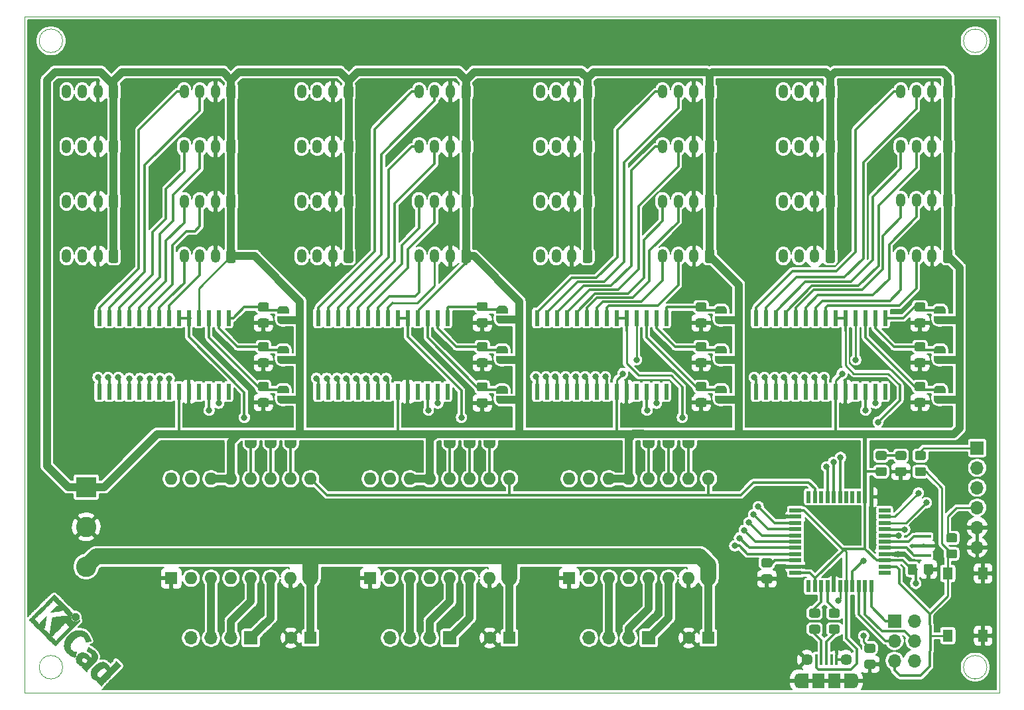
<source format=gbr>
%TF.GenerationSoftware,KiCad,Pcbnew,5.1.7+dfsg1-1~bpo10+1*%
%TF.CreationDate,2020-11-15T21:32:21+00:00*%
%TF.ProjectId,piggyback,70696767-7962-4616-936b-2e6b69636164,rev?*%
%TF.SameCoordinates,Original*%
%TF.FileFunction,Copper,L1,Top*%
%TF.FilePolarity,Positive*%
%FSLAX45Y45*%
G04 Gerber Fmt 4.5, Leading zero omitted, Abs format (unit mm)*
G04 Created by KiCad (PCBNEW 5.1.7+dfsg1-1~bpo10+1) date 2020-11-15 21:32:21*
%MOMM*%
%LPD*%
G01*
G04 APERTURE LIST*
%TA.AperFunction,Profile*%
%ADD10C,0.050000*%
%TD*%
%TA.AperFunction,EtchedComponent*%
%ADD11C,0.010000*%
%TD*%
%TA.AperFunction,ComponentPad*%
%ADD12O,1.200000X1.750000*%
%TD*%
%TA.AperFunction,ComponentPad*%
%ADD13R,1.600000X1.600000*%
%TD*%
%TA.AperFunction,ComponentPad*%
%ADD14O,1.600000X1.600000*%
%TD*%
%TA.AperFunction,ComponentPad*%
%ADD15R,1.700000X1.700000*%
%TD*%
%TA.AperFunction,ComponentPad*%
%ADD16O,1.700000X1.700000*%
%TD*%
%TA.AperFunction,SMDPad,CuDef*%
%ADD17R,1.500000X1.900000*%
%TD*%
%TA.AperFunction,ComponentPad*%
%ADD18C,1.450000*%
%TD*%
%TA.AperFunction,SMDPad,CuDef*%
%ADD19R,0.400000X1.350000*%
%TD*%
%TA.AperFunction,ComponentPad*%
%ADD20O,1.200000X1.900000*%
%TD*%
%TA.AperFunction,SMDPad,CuDef*%
%ADD21R,1.200000X1.900000*%
%TD*%
%TA.AperFunction,SMDPad,CuDef*%
%ADD22C,0.150000*%
%TD*%
%TA.AperFunction,SMDPad,CuDef*%
%ADD23R,0.550000X1.500000*%
%TD*%
%TA.AperFunction,SMDPad,CuDef*%
%ADD24R,1.500000X0.550000*%
%TD*%
%TA.AperFunction,SMDPad,CuDef*%
%ADD25R,0.600000X2.000000*%
%TD*%
%TA.AperFunction,SMDPad,CuDef*%
%ADD26R,1.900000X0.400000*%
%TD*%
%TA.AperFunction,ComponentPad*%
%ADD27C,1.600000*%
%TD*%
%TA.AperFunction,ComponentPad*%
%ADD28R,2.600000X2.600000*%
%TD*%
%TA.AperFunction,ComponentPad*%
%ADD29C,2.600000*%
%TD*%
%TA.AperFunction,SMDPad,CuDef*%
%ADD30R,1.300000X1.550000*%
%TD*%
%TA.AperFunction,ViaPad*%
%ADD31C,0.800000*%
%TD*%
%TA.AperFunction,Conductor*%
%ADD32C,0.300000*%
%TD*%
%TA.AperFunction,Conductor*%
%ADD33C,1.000000*%
%TD*%
%TA.AperFunction,Conductor*%
%ADD34C,0.500000*%
%TD*%
%TA.AperFunction,Conductor*%
%ADD35C,0.250000*%
%TD*%
%TA.AperFunction,Conductor*%
%ADD36C,2.000000*%
%TD*%
%TA.AperFunction,Conductor*%
%ADD37C,0.200000*%
%TD*%
%TA.AperFunction,Conductor*%
%ADD38C,0.150000*%
%TD*%
%ADD39C,0.350000*%
%ADD40O,0.600000X1.300000*%
G04 APERTURE END LIST*
D10*
X16350000Y-14150000D02*
G75*
G03*
X16350000Y-14150000I-150000J0D01*
G01*
X16350000Y-6150000D02*
G75*
G03*
X16350000Y-6150000I-150000J0D01*
G01*
X4550000Y-6150000D02*
G75*
G03*
X4550000Y-6150000I-150000J0D01*
G01*
X4550000Y-14150000D02*
G75*
G03*
X4550000Y-14150000I-150000J0D01*
G01*
X16510000Y-5842000D02*
X4064000Y-5842000D01*
X16510000Y-14478000D02*
X16510000Y-5842000D01*
X4064000Y-14478000D02*
X16510000Y-14478000D01*
X4064000Y-5842000D02*
X4064000Y-14478000D01*
D11*
G36*
X4669209Y-13464107D02*
G01*
X4661920Y-13472932D01*
X4656546Y-13482778D01*
X4653145Y-13493378D01*
X4651777Y-13504465D01*
X4652501Y-13515772D01*
X4655267Y-13526721D01*
X4659980Y-13537037D01*
X4666234Y-13545917D01*
X4673785Y-13553307D01*
X4682389Y-13559153D01*
X4691802Y-13563401D01*
X4701779Y-13565995D01*
X4712076Y-13566883D01*
X4722449Y-13566011D01*
X4732654Y-13563323D01*
X4742446Y-13558766D01*
X4751581Y-13552285D01*
X4755247Y-13548894D01*
X4761465Y-13542676D01*
X4765137Y-13546348D01*
X4767503Y-13549116D01*
X4768571Y-13551852D01*
X4768809Y-13555448D01*
X4768809Y-13560876D01*
X4613841Y-13715843D01*
X4595305Y-13734378D01*
X4578296Y-13751382D01*
X4562749Y-13766920D01*
X4548596Y-13781059D01*
X4535769Y-13793864D01*
X4524203Y-13805401D01*
X4513828Y-13815737D01*
X4504579Y-13824938D01*
X4496388Y-13833069D01*
X4489189Y-13840196D01*
X4482913Y-13846386D01*
X4477493Y-13851704D01*
X4472863Y-13856217D01*
X4468956Y-13859990D01*
X4465704Y-13863089D01*
X4463040Y-13865582D01*
X4460897Y-13867532D01*
X4459207Y-13869007D01*
X4457905Y-13870073D01*
X4456921Y-13870795D01*
X4456190Y-13871239D01*
X4455644Y-13871472D01*
X4455437Y-13871526D01*
X4454647Y-13871728D01*
X4453941Y-13871934D01*
X4453253Y-13872080D01*
X4452515Y-13872104D01*
X4451661Y-13871942D01*
X4450623Y-13871530D01*
X4449335Y-13870804D01*
X4447730Y-13869700D01*
X4445741Y-13868156D01*
X4443300Y-13866108D01*
X4440342Y-13863491D01*
X4436798Y-13860243D01*
X4432603Y-13856300D01*
X4427688Y-13851598D01*
X4421988Y-13846073D01*
X4415434Y-13839663D01*
X4407961Y-13832302D01*
X4399502Y-13823929D01*
X4389988Y-13814478D01*
X4379354Y-13803887D01*
X4367533Y-13792092D01*
X4354457Y-13779030D01*
X4340059Y-13764636D01*
X4324274Y-13748847D01*
X4307032Y-13731599D01*
X4288269Y-13712829D01*
X4285555Y-13710115D01*
X4266680Y-13691234D01*
X4249338Y-13673882D01*
X4233465Y-13657994D01*
X4218997Y-13643505D01*
X4205869Y-13630349D01*
X4194015Y-13618460D01*
X4183373Y-13607773D01*
X4173877Y-13598222D01*
X4165463Y-13589742D01*
X4158067Y-13582268D01*
X4151623Y-13575733D01*
X4146067Y-13570073D01*
X4141336Y-13565221D01*
X4137364Y-13561113D01*
X4134086Y-13557682D01*
X4131439Y-13554863D01*
X4129358Y-13552591D01*
X4127778Y-13550800D01*
X4126635Y-13549424D01*
X4125864Y-13548399D01*
X4125401Y-13547658D01*
X4125211Y-13547232D01*
X4124865Y-13546381D01*
X4124502Y-13545645D01*
X4124186Y-13544956D01*
X4123981Y-13544246D01*
X4123951Y-13543447D01*
X4124160Y-13542490D01*
X4124672Y-13541307D01*
X4125551Y-13539830D01*
X4126861Y-13537990D01*
X4128666Y-13535721D01*
X4131030Y-13532953D01*
X4134017Y-13529618D01*
X4137692Y-13525649D01*
X4142117Y-13520976D01*
X4147357Y-13515532D01*
X4153477Y-13509249D01*
X4160539Y-13502058D01*
X4168609Y-13493891D01*
X4177750Y-13484681D01*
X4188026Y-13474358D01*
X4199501Y-13462855D01*
X4212239Y-13450103D01*
X4226304Y-13436035D01*
X4241761Y-13420582D01*
X4258673Y-13403676D01*
X4277103Y-13385248D01*
X4280084Y-13382268D01*
X4298673Y-13363677D01*
X4315730Y-13346616D01*
X4331326Y-13331019D01*
X4345528Y-13316821D01*
X4358404Y-13303958D01*
X4370023Y-13292365D01*
X4380454Y-13281978D01*
X4389764Y-13272731D01*
X4397577Y-13264999D01*
X4418991Y-13286413D01*
X4417715Y-13293316D01*
X4417390Y-13295221D01*
X4417114Y-13296920D01*
X4416809Y-13298502D01*
X4416394Y-13300054D01*
X4415790Y-13301665D01*
X4414915Y-13303421D01*
X4413692Y-13305412D01*
X4412039Y-13307724D01*
X4409876Y-13310447D01*
X4407125Y-13313667D01*
X4403705Y-13317473D01*
X4399536Y-13321952D01*
X4394538Y-13327193D01*
X4388631Y-13333284D01*
X4381736Y-13340312D01*
X4373773Y-13348365D01*
X4364662Y-13357531D01*
X4354322Y-13367898D01*
X4342675Y-13379554D01*
X4329639Y-13392587D01*
X4315136Y-13407085D01*
X4306465Y-13415755D01*
X4291126Y-13431097D01*
X4277301Y-13444928D01*
X4264900Y-13457326D01*
X4253837Y-13468373D01*
X4244023Y-13478149D01*
X4235371Y-13486732D01*
X4227792Y-13494204D01*
X4221198Y-13500644D01*
X4215502Y-13506132D01*
X4210615Y-13510749D01*
X4206450Y-13514574D01*
X4202919Y-13517687D01*
X4199933Y-13520169D01*
X4197404Y-13522099D01*
X4195246Y-13523558D01*
X4193369Y-13524625D01*
X4191686Y-13525380D01*
X4190109Y-13525903D01*
X4188550Y-13526275D01*
X4186920Y-13526576D01*
X4185133Y-13526885D01*
X4184073Y-13527083D01*
X4177257Y-13528415D01*
X4214845Y-13566002D01*
X4223562Y-13574715D01*
X4230820Y-13581952D01*
X4236753Y-13587837D01*
X4241495Y-13592495D01*
X4245179Y-13596049D01*
X4247940Y-13598624D01*
X4249912Y-13600344D01*
X4251228Y-13601332D01*
X4252023Y-13601713D01*
X4252430Y-13601611D01*
X4252584Y-13601150D01*
X4252601Y-13600965D01*
X4253444Y-13596565D01*
X4255346Y-13591000D01*
X4258061Y-13584946D01*
X4259344Y-13582494D01*
X4260286Y-13580899D01*
X4261500Y-13579134D01*
X4263126Y-13577045D01*
X4265306Y-13574480D01*
X4268183Y-13571286D01*
X4271898Y-13567308D01*
X4276592Y-13562393D01*
X4282407Y-13556389D01*
X4289485Y-13549142D01*
X4297967Y-13540499D01*
X4301101Y-13537311D01*
X4309879Y-13528390D01*
X4317205Y-13520956D01*
X4323210Y-13514888D01*
X4328026Y-13510063D01*
X4331783Y-13506357D01*
X4334612Y-13503650D01*
X4336644Y-13501817D01*
X4338010Y-13500736D01*
X4338840Y-13500285D01*
X4339266Y-13500341D01*
X4339418Y-13500782D01*
X4339429Y-13501403D01*
X4339247Y-13503050D01*
X4338751Y-13506666D01*
X4337981Y-13511989D01*
X4336979Y-13518759D01*
X4335784Y-13526714D01*
X4334437Y-13535595D01*
X4332977Y-13545138D01*
X4331446Y-13555084D01*
X4329884Y-13565171D01*
X4328331Y-13575139D01*
X4326828Y-13584726D01*
X4325414Y-13593671D01*
X4324130Y-13601713D01*
X4323017Y-13608591D01*
X4322114Y-13614044D01*
X4321463Y-13617811D01*
X4321317Y-13618603D01*
X4320329Y-13622833D01*
X4318831Y-13628122D01*
X4317124Y-13633421D01*
X4316879Y-13634121D01*
X4315004Y-13639062D01*
X4313238Y-13642608D01*
X4311110Y-13645546D01*
X4308217Y-13648598D01*
X4302784Y-13653941D01*
X4384415Y-13735572D01*
X4384596Y-13722498D01*
X4384815Y-13715661D01*
X4385253Y-13708112D01*
X4385835Y-13701018D01*
X4386183Y-13697781D01*
X4386827Y-13692833D01*
X4387757Y-13686238D01*
X4388942Y-13678195D01*
X4390348Y-13668901D01*
X4391943Y-13658555D01*
X4393695Y-13647356D01*
X4395571Y-13635499D01*
X4397539Y-13623185D01*
X4399567Y-13610611D01*
X4401621Y-13597975D01*
X4403671Y-13585474D01*
X4405683Y-13573308D01*
X4407624Y-13561674D01*
X4409463Y-13550770D01*
X4411167Y-13540794D01*
X4412704Y-13531944D01*
X4414041Y-13524418D01*
X4415146Y-13518415D01*
X4415986Y-13514132D01*
X4416529Y-13511767D01*
X4416695Y-13511352D01*
X4418059Y-13511114D01*
X4421451Y-13510663D01*
X4426655Y-13510022D01*
X4433455Y-13509215D01*
X4441634Y-13508266D01*
X4450974Y-13507200D01*
X4461260Y-13506039D01*
X4472275Y-13504809D01*
X4483802Y-13503531D01*
X4495625Y-13502232D01*
X4505106Y-13501197D01*
X4576595Y-13572686D01*
X4576096Y-13574020D01*
X4575537Y-13576607D01*
X4575506Y-13576786D01*
X4574702Y-13580246D01*
X4573487Y-13584240D01*
X4573187Y-13585091D01*
X4572841Y-13585937D01*
X4572347Y-13586873D01*
X4571607Y-13588001D01*
X4570527Y-13589420D01*
X4569008Y-13591232D01*
X4566956Y-13593536D01*
X4564273Y-13596435D01*
X4560863Y-13600027D01*
X4556631Y-13604414D01*
X4551478Y-13609697D01*
X4545310Y-13615977D01*
X4538029Y-13623352D01*
X4529540Y-13631926D01*
X4519746Y-13641797D01*
X4508550Y-13653067D01*
X4495941Y-13665752D01*
X4482889Y-13678880D01*
X4471328Y-13690503D01*
X4461153Y-13700715D01*
X4452261Y-13709611D01*
X4444548Y-13717284D01*
X4437911Y-13723828D01*
X4432246Y-13729338D01*
X4427450Y-13733908D01*
X4423418Y-13737632D01*
X4420047Y-13740604D01*
X4417233Y-13742918D01*
X4414873Y-13744668D01*
X4412863Y-13745949D01*
X4411100Y-13746854D01*
X4409479Y-13747478D01*
X4407898Y-13747914D01*
X4406252Y-13748258D01*
X4404769Y-13748538D01*
X4401698Y-13749186D01*
X4399737Y-13749712D01*
X4399425Y-13749856D01*
X4400120Y-13750703D01*
X4402255Y-13752980D01*
X4405670Y-13756521D01*
X4410203Y-13761164D01*
X4415696Y-13766746D01*
X4421987Y-13773101D01*
X4428916Y-13780067D01*
X4433785Y-13784943D01*
X4441225Y-13792352D01*
X4448117Y-13799155D01*
X4454305Y-13805201D01*
X4459629Y-13810338D01*
X4463932Y-13814415D01*
X4467057Y-13817280D01*
X4468845Y-13818782D01*
X4469210Y-13818966D01*
X4469719Y-13817368D01*
X4469721Y-13816235D01*
X4470001Y-13814092D01*
X4470921Y-13810734D01*
X4471815Y-13808154D01*
X4474097Y-13802105D01*
X4557096Y-13718671D01*
X4640096Y-13635236D01*
X4608583Y-13603723D01*
X4601655Y-13596818D01*
X4595230Y-13590460D01*
X4589481Y-13584815D01*
X4584581Y-13580052D01*
X4580702Y-13576337D01*
X4578016Y-13573839D01*
X4576698Y-13572725D01*
X4576595Y-13572686D01*
X4505106Y-13501197D01*
X4507526Y-13500933D01*
X4519290Y-13499660D01*
X4530699Y-13498436D01*
X4541538Y-13497285D01*
X4551589Y-13496230D01*
X4560635Y-13495297D01*
X4568461Y-13494507D01*
X4574849Y-13493886D01*
X4577524Y-13493639D01*
X4590744Y-13492623D01*
X4602048Y-13492152D01*
X4611709Y-13492222D01*
X4620002Y-13492829D01*
X4621187Y-13492971D01*
X4626145Y-13493601D01*
X4546135Y-13413556D01*
X4543116Y-13417323D01*
X4538828Y-13421144D01*
X4532478Y-13424449D01*
X4524012Y-13427262D01*
X4515697Y-13429169D01*
X4512949Y-13429623D01*
X4508310Y-13430295D01*
X4502049Y-13431152D01*
X4494436Y-13432159D01*
X4485742Y-13433284D01*
X4476234Y-13434494D01*
X4466184Y-13435756D01*
X4455861Y-13437036D01*
X4445534Y-13438301D01*
X4435474Y-13439519D01*
X4425949Y-13440655D01*
X4417230Y-13441677D01*
X4409586Y-13442551D01*
X4403286Y-13443245D01*
X4398602Y-13443725D01*
X4395801Y-13443958D01*
X4395352Y-13443975D01*
X4395716Y-13443206D01*
X4397701Y-13440908D01*
X4401289Y-13437099D01*
X4406459Y-13431800D01*
X4413192Y-13425032D01*
X4421467Y-13416814D01*
X4430016Y-13408393D01*
X4439451Y-13399145D01*
X4447460Y-13391352D01*
X4454216Y-13384875D01*
X4459893Y-13379577D01*
X4464664Y-13375319D01*
X4468702Y-13371962D01*
X4472182Y-13369369D01*
X4475276Y-13367401D01*
X4478158Y-13365920D01*
X4481001Y-13364787D01*
X4483979Y-13363865D01*
X4486788Y-13363133D01*
X4493936Y-13361358D01*
X4418991Y-13286413D01*
X4397577Y-13264999D01*
X4398022Y-13264559D01*
X4405296Y-13257398D01*
X4411656Y-13251184D01*
X4417169Y-13245851D01*
X4421903Y-13241334D01*
X4425927Y-13237569D01*
X4429310Y-13234492D01*
X4432120Y-13232036D01*
X4434425Y-13230138D01*
X4436293Y-13228732D01*
X4437794Y-13227755D01*
X4438995Y-13227140D01*
X4439965Y-13226824D01*
X4440772Y-13226741D01*
X4441484Y-13226827D01*
X4442171Y-13227018D01*
X4442900Y-13227247D01*
X4443576Y-13227418D01*
X4444128Y-13227606D01*
X4444871Y-13228020D01*
X4445883Y-13228735D01*
X4447241Y-13229830D01*
X4449026Y-13231379D01*
X4451313Y-13233460D01*
X4454183Y-13236149D01*
X4457713Y-13239523D01*
X4461982Y-13243658D01*
X4467067Y-13248631D01*
X4473047Y-13254519D01*
X4480001Y-13261397D01*
X4488006Y-13269342D01*
X4497141Y-13278431D01*
X4507484Y-13288741D01*
X4519114Y-13300348D01*
X4532108Y-13313328D01*
X4546545Y-13327758D01*
X4561476Y-13342687D01*
X4676053Y-13457263D01*
X4669209Y-13464107D01*
G37*
X4669209Y-13464107D02*
X4661920Y-13472932D01*
X4656546Y-13482778D01*
X4653145Y-13493378D01*
X4651777Y-13504465D01*
X4652501Y-13515772D01*
X4655267Y-13526721D01*
X4659980Y-13537037D01*
X4666234Y-13545917D01*
X4673785Y-13553307D01*
X4682389Y-13559153D01*
X4691802Y-13563401D01*
X4701779Y-13565995D01*
X4712076Y-13566883D01*
X4722449Y-13566011D01*
X4732654Y-13563323D01*
X4742446Y-13558766D01*
X4751581Y-13552285D01*
X4755247Y-13548894D01*
X4761465Y-13542676D01*
X4765137Y-13546348D01*
X4767503Y-13549116D01*
X4768571Y-13551852D01*
X4768809Y-13555448D01*
X4768809Y-13560876D01*
X4613841Y-13715843D01*
X4595305Y-13734378D01*
X4578296Y-13751382D01*
X4562749Y-13766920D01*
X4548596Y-13781059D01*
X4535769Y-13793864D01*
X4524203Y-13805401D01*
X4513828Y-13815737D01*
X4504579Y-13824938D01*
X4496388Y-13833069D01*
X4489189Y-13840196D01*
X4482913Y-13846386D01*
X4477493Y-13851704D01*
X4472863Y-13856217D01*
X4468956Y-13859990D01*
X4465704Y-13863089D01*
X4463040Y-13865582D01*
X4460897Y-13867532D01*
X4459207Y-13869007D01*
X4457905Y-13870073D01*
X4456921Y-13870795D01*
X4456190Y-13871239D01*
X4455644Y-13871472D01*
X4455437Y-13871526D01*
X4454647Y-13871728D01*
X4453941Y-13871934D01*
X4453253Y-13872080D01*
X4452515Y-13872104D01*
X4451661Y-13871942D01*
X4450623Y-13871530D01*
X4449335Y-13870804D01*
X4447730Y-13869700D01*
X4445741Y-13868156D01*
X4443300Y-13866108D01*
X4440342Y-13863491D01*
X4436798Y-13860243D01*
X4432603Y-13856300D01*
X4427688Y-13851598D01*
X4421988Y-13846073D01*
X4415434Y-13839663D01*
X4407961Y-13832302D01*
X4399502Y-13823929D01*
X4389988Y-13814478D01*
X4379354Y-13803887D01*
X4367533Y-13792092D01*
X4354457Y-13779030D01*
X4340059Y-13764636D01*
X4324274Y-13748847D01*
X4307032Y-13731599D01*
X4288269Y-13712829D01*
X4285555Y-13710115D01*
X4266680Y-13691234D01*
X4249338Y-13673882D01*
X4233465Y-13657994D01*
X4218997Y-13643505D01*
X4205869Y-13630349D01*
X4194015Y-13618460D01*
X4183373Y-13607773D01*
X4173877Y-13598222D01*
X4165463Y-13589742D01*
X4158067Y-13582268D01*
X4151623Y-13575733D01*
X4146067Y-13570073D01*
X4141336Y-13565221D01*
X4137364Y-13561113D01*
X4134086Y-13557682D01*
X4131439Y-13554863D01*
X4129358Y-13552591D01*
X4127778Y-13550800D01*
X4126635Y-13549424D01*
X4125864Y-13548399D01*
X4125401Y-13547658D01*
X4125211Y-13547232D01*
X4124865Y-13546381D01*
X4124502Y-13545645D01*
X4124186Y-13544956D01*
X4123981Y-13544246D01*
X4123951Y-13543447D01*
X4124160Y-13542490D01*
X4124672Y-13541307D01*
X4125551Y-13539830D01*
X4126861Y-13537990D01*
X4128666Y-13535721D01*
X4131030Y-13532953D01*
X4134017Y-13529618D01*
X4137692Y-13525649D01*
X4142117Y-13520976D01*
X4147357Y-13515532D01*
X4153477Y-13509249D01*
X4160539Y-13502058D01*
X4168609Y-13493891D01*
X4177750Y-13484681D01*
X4188026Y-13474358D01*
X4199501Y-13462855D01*
X4212239Y-13450103D01*
X4226304Y-13436035D01*
X4241761Y-13420582D01*
X4258673Y-13403676D01*
X4277103Y-13385248D01*
X4280084Y-13382268D01*
X4298673Y-13363677D01*
X4315730Y-13346616D01*
X4331326Y-13331019D01*
X4345528Y-13316821D01*
X4358404Y-13303958D01*
X4370023Y-13292365D01*
X4380454Y-13281978D01*
X4389764Y-13272731D01*
X4397577Y-13264999D01*
X4418991Y-13286413D01*
X4417715Y-13293316D01*
X4417390Y-13295221D01*
X4417114Y-13296920D01*
X4416809Y-13298502D01*
X4416394Y-13300054D01*
X4415790Y-13301665D01*
X4414915Y-13303421D01*
X4413692Y-13305412D01*
X4412039Y-13307724D01*
X4409876Y-13310447D01*
X4407125Y-13313667D01*
X4403705Y-13317473D01*
X4399536Y-13321952D01*
X4394538Y-13327193D01*
X4388631Y-13333284D01*
X4381736Y-13340312D01*
X4373773Y-13348365D01*
X4364662Y-13357531D01*
X4354322Y-13367898D01*
X4342675Y-13379554D01*
X4329639Y-13392587D01*
X4315136Y-13407085D01*
X4306465Y-13415755D01*
X4291126Y-13431097D01*
X4277301Y-13444928D01*
X4264900Y-13457326D01*
X4253837Y-13468373D01*
X4244023Y-13478149D01*
X4235371Y-13486732D01*
X4227792Y-13494204D01*
X4221198Y-13500644D01*
X4215502Y-13506132D01*
X4210615Y-13510749D01*
X4206450Y-13514574D01*
X4202919Y-13517687D01*
X4199933Y-13520169D01*
X4197404Y-13522099D01*
X4195246Y-13523558D01*
X4193369Y-13524625D01*
X4191686Y-13525380D01*
X4190109Y-13525903D01*
X4188550Y-13526275D01*
X4186920Y-13526576D01*
X4185133Y-13526885D01*
X4184073Y-13527083D01*
X4177257Y-13528415D01*
X4214845Y-13566002D01*
X4223562Y-13574715D01*
X4230820Y-13581952D01*
X4236753Y-13587837D01*
X4241495Y-13592495D01*
X4245179Y-13596049D01*
X4247940Y-13598624D01*
X4249912Y-13600344D01*
X4251228Y-13601332D01*
X4252023Y-13601713D01*
X4252430Y-13601611D01*
X4252584Y-13601150D01*
X4252601Y-13600965D01*
X4253444Y-13596565D01*
X4255346Y-13591000D01*
X4258061Y-13584946D01*
X4259344Y-13582494D01*
X4260286Y-13580899D01*
X4261500Y-13579134D01*
X4263126Y-13577045D01*
X4265306Y-13574480D01*
X4268183Y-13571286D01*
X4271898Y-13567308D01*
X4276592Y-13562393D01*
X4282407Y-13556389D01*
X4289485Y-13549142D01*
X4297967Y-13540499D01*
X4301101Y-13537311D01*
X4309879Y-13528390D01*
X4317205Y-13520956D01*
X4323210Y-13514888D01*
X4328026Y-13510063D01*
X4331783Y-13506357D01*
X4334612Y-13503650D01*
X4336644Y-13501817D01*
X4338010Y-13500736D01*
X4338840Y-13500285D01*
X4339266Y-13500341D01*
X4339418Y-13500782D01*
X4339429Y-13501403D01*
X4339247Y-13503050D01*
X4338751Y-13506666D01*
X4337981Y-13511989D01*
X4336979Y-13518759D01*
X4335784Y-13526714D01*
X4334437Y-13535595D01*
X4332977Y-13545138D01*
X4331446Y-13555084D01*
X4329884Y-13565171D01*
X4328331Y-13575139D01*
X4326828Y-13584726D01*
X4325414Y-13593671D01*
X4324130Y-13601713D01*
X4323017Y-13608591D01*
X4322114Y-13614044D01*
X4321463Y-13617811D01*
X4321317Y-13618603D01*
X4320329Y-13622833D01*
X4318831Y-13628122D01*
X4317124Y-13633421D01*
X4316879Y-13634121D01*
X4315004Y-13639062D01*
X4313238Y-13642608D01*
X4311110Y-13645546D01*
X4308217Y-13648598D01*
X4302784Y-13653941D01*
X4384415Y-13735572D01*
X4384596Y-13722498D01*
X4384815Y-13715661D01*
X4385253Y-13708112D01*
X4385835Y-13701018D01*
X4386183Y-13697781D01*
X4386827Y-13692833D01*
X4387757Y-13686238D01*
X4388942Y-13678195D01*
X4390348Y-13668901D01*
X4391943Y-13658555D01*
X4393695Y-13647356D01*
X4395571Y-13635499D01*
X4397539Y-13623185D01*
X4399567Y-13610611D01*
X4401621Y-13597975D01*
X4403671Y-13585474D01*
X4405683Y-13573308D01*
X4407624Y-13561674D01*
X4409463Y-13550770D01*
X4411167Y-13540794D01*
X4412704Y-13531944D01*
X4414041Y-13524418D01*
X4415146Y-13518415D01*
X4415986Y-13514132D01*
X4416529Y-13511767D01*
X4416695Y-13511352D01*
X4418059Y-13511114D01*
X4421451Y-13510663D01*
X4426655Y-13510022D01*
X4433455Y-13509215D01*
X4441634Y-13508266D01*
X4450974Y-13507200D01*
X4461260Y-13506039D01*
X4472275Y-13504809D01*
X4483802Y-13503531D01*
X4495625Y-13502232D01*
X4505106Y-13501197D01*
X4576595Y-13572686D01*
X4576096Y-13574020D01*
X4575537Y-13576607D01*
X4575506Y-13576786D01*
X4574702Y-13580246D01*
X4573487Y-13584240D01*
X4573187Y-13585091D01*
X4572841Y-13585937D01*
X4572347Y-13586873D01*
X4571607Y-13588001D01*
X4570527Y-13589420D01*
X4569008Y-13591232D01*
X4566956Y-13593536D01*
X4564273Y-13596435D01*
X4560863Y-13600027D01*
X4556631Y-13604414D01*
X4551478Y-13609697D01*
X4545310Y-13615977D01*
X4538029Y-13623352D01*
X4529540Y-13631926D01*
X4519746Y-13641797D01*
X4508550Y-13653067D01*
X4495941Y-13665752D01*
X4482889Y-13678880D01*
X4471328Y-13690503D01*
X4461153Y-13700715D01*
X4452261Y-13709611D01*
X4444548Y-13717284D01*
X4437911Y-13723828D01*
X4432246Y-13729338D01*
X4427450Y-13733908D01*
X4423418Y-13737632D01*
X4420047Y-13740604D01*
X4417233Y-13742918D01*
X4414873Y-13744668D01*
X4412863Y-13745949D01*
X4411100Y-13746854D01*
X4409479Y-13747478D01*
X4407898Y-13747914D01*
X4406252Y-13748258D01*
X4404769Y-13748538D01*
X4401698Y-13749186D01*
X4399737Y-13749712D01*
X4399425Y-13749856D01*
X4400120Y-13750703D01*
X4402255Y-13752980D01*
X4405670Y-13756521D01*
X4410203Y-13761164D01*
X4415696Y-13766746D01*
X4421987Y-13773101D01*
X4428916Y-13780067D01*
X4433785Y-13784943D01*
X4441225Y-13792352D01*
X4448117Y-13799155D01*
X4454305Y-13805201D01*
X4459629Y-13810338D01*
X4463932Y-13814415D01*
X4467057Y-13817280D01*
X4468845Y-13818782D01*
X4469210Y-13818966D01*
X4469719Y-13817368D01*
X4469721Y-13816235D01*
X4470001Y-13814092D01*
X4470921Y-13810734D01*
X4471815Y-13808154D01*
X4474097Y-13802105D01*
X4557096Y-13718671D01*
X4640096Y-13635236D01*
X4608583Y-13603723D01*
X4601655Y-13596818D01*
X4595230Y-13590460D01*
X4589481Y-13584815D01*
X4584581Y-13580052D01*
X4580702Y-13576337D01*
X4578016Y-13573839D01*
X4576698Y-13572725D01*
X4576595Y-13572686D01*
X4505106Y-13501197D01*
X4507526Y-13500933D01*
X4519290Y-13499660D01*
X4530699Y-13498436D01*
X4541538Y-13497285D01*
X4551589Y-13496230D01*
X4560635Y-13495297D01*
X4568461Y-13494507D01*
X4574849Y-13493886D01*
X4577524Y-13493639D01*
X4590744Y-13492623D01*
X4602048Y-13492152D01*
X4611709Y-13492222D01*
X4620002Y-13492829D01*
X4621187Y-13492971D01*
X4626145Y-13493601D01*
X4546135Y-13413556D01*
X4543116Y-13417323D01*
X4538828Y-13421144D01*
X4532478Y-13424449D01*
X4524012Y-13427262D01*
X4515697Y-13429169D01*
X4512949Y-13429623D01*
X4508310Y-13430295D01*
X4502049Y-13431152D01*
X4494436Y-13432159D01*
X4485742Y-13433284D01*
X4476234Y-13434494D01*
X4466184Y-13435756D01*
X4455861Y-13437036D01*
X4445534Y-13438301D01*
X4435474Y-13439519D01*
X4425949Y-13440655D01*
X4417230Y-13441677D01*
X4409586Y-13442551D01*
X4403286Y-13443245D01*
X4398602Y-13443725D01*
X4395801Y-13443958D01*
X4395352Y-13443975D01*
X4395716Y-13443206D01*
X4397701Y-13440908D01*
X4401289Y-13437099D01*
X4406459Y-13431800D01*
X4413192Y-13425032D01*
X4421467Y-13416814D01*
X4430016Y-13408393D01*
X4439451Y-13399145D01*
X4447460Y-13391352D01*
X4454216Y-13384875D01*
X4459893Y-13379577D01*
X4464664Y-13375319D01*
X4468702Y-13371962D01*
X4472182Y-13369369D01*
X4475276Y-13367401D01*
X4478158Y-13365920D01*
X4481001Y-13364787D01*
X4483979Y-13363865D01*
X4486788Y-13363133D01*
X4493936Y-13361358D01*
X4418991Y-13286413D01*
X4397577Y-13264999D01*
X4398022Y-13264559D01*
X4405296Y-13257398D01*
X4411656Y-13251184D01*
X4417169Y-13245851D01*
X4421903Y-13241334D01*
X4425927Y-13237569D01*
X4429310Y-13234492D01*
X4432120Y-13232036D01*
X4434425Y-13230138D01*
X4436293Y-13228732D01*
X4437794Y-13227755D01*
X4438995Y-13227140D01*
X4439965Y-13226824D01*
X4440772Y-13226741D01*
X4441484Y-13226827D01*
X4442171Y-13227018D01*
X4442900Y-13227247D01*
X4443576Y-13227418D01*
X4444128Y-13227606D01*
X4444871Y-13228020D01*
X4445883Y-13228735D01*
X4447241Y-13229830D01*
X4449026Y-13231379D01*
X4451313Y-13233460D01*
X4454183Y-13236149D01*
X4457713Y-13239523D01*
X4461982Y-13243658D01*
X4467067Y-13248631D01*
X4473047Y-13254519D01*
X4480001Y-13261397D01*
X4488006Y-13269342D01*
X4497141Y-13278431D01*
X4507484Y-13288741D01*
X4519114Y-13300348D01*
X4532108Y-13313328D01*
X4546545Y-13327758D01*
X4561476Y-13342687D01*
X4676053Y-13457263D01*
X4669209Y-13464107D01*
G36*
X4868246Y-13728201D02*
G01*
X4878073Y-13741022D01*
X4886827Y-13755452D01*
X4894626Y-13771667D01*
X4901588Y-13789839D01*
X4901993Y-13791028D01*
X4904091Y-13797089D01*
X4906033Y-13802437D01*
X4907673Y-13806685D01*
X4908864Y-13809451D01*
X4909360Y-13810308D01*
X4910365Y-13812021D01*
X4910394Y-13812644D01*
X4909295Y-13813021D01*
X4906302Y-13813746D01*
X4901740Y-13814754D01*
X4895934Y-13815981D01*
X4889210Y-13817364D01*
X4881892Y-13818838D01*
X4874308Y-13820338D01*
X4866781Y-13821801D01*
X4859637Y-13823162D01*
X4853201Y-13824357D01*
X4847800Y-13825322D01*
X4843758Y-13825992D01*
X4841400Y-13826304D01*
X4841105Y-13826319D01*
X4840718Y-13825274D01*
X4840353Y-13822480D01*
X4840067Y-13818443D01*
X4839977Y-13816306D01*
X4838477Y-13804160D01*
X4834852Y-13792694D01*
X4829167Y-13782045D01*
X4821487Y-13772348D01*
X4816497Y-13767524D01*
X4806717Y-13760172D01*
X4796457Y-13754986D01*
X4785675Y-13751962D01*
X4774328Y-13751097D01*
X4762376Y-13752384D01*
X4749776Y-13755820D01*
X4741008Y-13759297D01*
X4728311Y-13765792D01*
X4715597Y-13773935D01*
X4703129Y-13783452D01*
X4691168Y-13794068D01*
X4679979Y-13805509D01*
X4669824Y-13817499D01*
X4660966Y-13829763D01*
X4653669Y-13842028D01*
X4648195Y-13854017D01*
X4646924Y-13857591D01*
X4643683Y-13870484D01*
X4642549Y-13882996D01*
X4643495Y-13894989D01*
X4646493Y-13906323D01*
X4651514Y-13916859D01*
X4658532Y-13926458D01*
X4661369Y-13929485D01*
X4670737Y-13937309D01*
X4681573Y-13943504D01*
X4693723Y-13948012D01*
X4707030Y-13950773D01*
X4719032Y-13951698D01*
X4725471Y-13951839D01*
X4717268Y-13985676D01*
X4715213Y-13994109D01*
X4713306Y-14001849D01*
X4711616Y-14008618D01*
X4710214Y-14014140D01*
X4709169Y-14018138D01*
X4708552Y-14020335D01*
X4708436Y-14020657D01*
X4707172Y-14020757D01*
X4704141Y-14020170D01*
X4699688Y-14019010D01*
X4694157Y-14017388D01*
X4687891Y-14015420D01*
X4681237Y-14013216D01*
X4674537Y-14010891D01*
X4668137Y-14008557D01*
X4662381Y-14006327D01*
X4657612Y-14004314D01*
X4655358Y-14003251D01*
X4643226Y-13996467D01*
X4631707Y-13988484D01*
X4620343Y-13978959D01*
X4611213Y-13970159D01*
X4606486Y-13965276D01*
X4601995Y-13960489D01*
X4598135Y-13956227D01*
X4595299Y-13952920D01*
X4594420Y-13951804D01*
X4586629Y-13939935D01*
X4579812Y-13926737D01*
X4574243Y-13912864D01*
X4570195Y-13898968D01*
X4568439Y-13889763D01*
X4567081Y-13873103D01*
X4567666Y-13855788D01*
X4570126Y-13838194D01*
X4574397Y-13820698D01*
X4580411Y-13803675D01*
X4585604Y-13792280D01*
X4595036Y-13775742D01*
X4606424Y-13759617D01*
X4619469Y-13744201D01*
X4633875Y-13729791D01*
X4649342Y-13716684D01*
X4665571Y-13705176D01*
X4682265Y-13695566D01*
X4683354Y-13695016D01*
X4699260Y-13688004D01*
X4715146Y-13682971D01*
X4731493Y-13679807D01*
X4748781Y-13678398D01*
X4755083Y-13678300D01*
X4773474Y-13679162D01*
X4790621Y-13681808D01*
X4806756Y-13686309D01*
X4822109Y-13692740D01*
X4836911Y-13701172D01*
X4844904Y-13706692D01*
X4857229Y-13716816D01*
X4868246Y-13728201D01*
G37*
X4868246Y-13728201D02*
X4878073Y-13741022D01*
X4886827Y-13755452D01*
X4894626Y-13771667D01*
X4901588Y-13789839D01*
X4901993Y-13791028D01*
X4904091Y-13797089D01*
X4906033Y-13802437D01*
X4907673Y-13806685D01*
X4908864Y-13809451D01*
X4909360Y-13810308D01*
X4910365Y-13812021D01*
X4910394Y-13812644D01*
X4909295Y-13813021D01*
X4906302Y-13813746D01*
X4901740Y-13814754D01*
X4895934Y-13815981D01*
X4889210Y-13817364D01*
X4881892Y-13818838D01*
X4874308Y-13820338D01*
X4866781Y-13821801D01*
X4859637Y-13823162D01*
X4853201Y-13824357D01*
X4847800Y-13825322D01*
X4843758Y-13825992D01*
X4841400Y-13826304D01*
X4841105Y-13826319D01*
X4840718Y-13825274D01*
X4840353Y-13822480D01*
X4840067Y-13818443D01*
X4839977Y-13816306D01*
X4838477Y-13804160D01*
X4834852Y-13792694D01*
X4829167Y-13782045D01*
X4821487Y-13772348D01*
X4816497Y-13767524D01*
X4806717Y-13760172D01*
X4796457Y-13754986D01*
X4785675Y-13751962D01*
X4774328Y-13751097D01*
X4762376Y-13752384D01*
X4749776Y-13755820D01*
X4741008Y-13759297D01*
X4728311Y-13765792D01*
X4715597Y-13773935D01*
X4703129Y-13783452D01*
X4691168Y-13794068D01*
X4679979Y-13805509D01*
X4669824Y-13817499D01*
X4660966Y-13829763D01*
X4653669Y-13842028D01*
X4648195Y-13854017D01*
X4646924Y-13857591D01*
X4643683Y-13870484D01*
X4642549Y-13882996D01*
X4643495Y-13894989D01*
X4646493Y-13906323D01*
X4651514Y-13916859D01*
X4658532Y-13926458D01*
X4661369Y-13929485D01*
X4670737Y-13937309D01*
X4681573Y-13943504D01*
X4693723Y-13948012D01*
X4707030Y-13950773D01*
X4719032Y-13951698D01*
X4725471Y-13951839D01*
X4717268Y-13985676D01*
X4715213Y-13994109D01*
X4713306Y-14001849D01*
X4711616Y-14008618D01*
X4710214Y-14014140D01*
X4709169Y-14018138D01*
X4708552Y-14020335D01*
X4708436Y-14020657D01*
X4707172Y-14020757D01*
X4704141Y-14020170D01*
X4699688Y-14019010D01*
X4694157Y-14017388D01*
X4687891Y-14015420D01*
X4681237Y-14013216D01*
X4674537Y-14010891D01*
X4668137Y-14008557D01*
X4662381Y-14006327D01*
X4657612Y-14004314D01*
X4655358Y-14003251D01*
X4643226Y-13996467D01*
X4631707Y-13988484D01*
X4620343Y-13978959D01*
X4611213Y-13970159D01*
X4606486Y-13965276D01*
X4601995Y-13960489D01*
X4598135Y-13956227D01*
X4595299Y-13952920D01*
X4594420Y-13951804D01*
X4586629Y-13939935D01*
X4579812Y-13926737D01*
X4574243Y-13912864D01*
X4570195Y-13898968D01*
X4568439Y-13889763D01*
X4567081Y-13873103D01*
X4567666Y-13855788D01*
X4570126Y-13838194D01*
X4574397Y-13820698D01*
X4580411Y-13803675D01*
X4585604Y-13792280D01*
X4595036Y-13775742D01*
X4606424Y-13759617D01*
X4619469Y-13744201D01*
X4633875Y-13729791D01*
X4649342Y-13716684D01*
X4665571Y-13705176D01*
X4682265Y-13695566D01*
X4683354Y-13695016D01*
X4699260Y-13688004D01*
X4715146Y-13682971D01*
X4731493Y-13679807D01*
X4748781Y-13678398D01*
X4755083Y-13678300D01*
X4773474Y-13679162D01*
X4790621Y-13681808D01*
X4806756Y-13686309D01*
X4822109Y-13692740D01*
X4836911Y-13701172D01*
X4844904Y-13706692D01*
X4857229Y-13716816D01*
X4868246Y-13728201D01*
G36*
X4969197Y-13958903D02*
G01*
X4978524Y-13971061D01*
X4985710Y-13983004D01*
X4990799Y-13994813D01*
X4993832Y-14006569D01*
X4994825Y-14016551D01*
X4994451Y-14026661D01*
X4992610Y-14036102D01*
X4989123Y-14045656D01*
X4987172Y-14049796D01*
X4985325Y-14053462D01*
X4983561Y-14056810D01*
X4981760Y-14059979D01*
X4979801Y-14063108D01*
X4977564Y-14066336D01*
X4974929Y-14069801D01*
X4971775Y-14073642D01*
X4967982Y-14077998D01*
X4963429Y-14083008D01*
X4957996Y-14088810D01*
X4951563Y-14095543D01*
X4944008Y-14103346D01*
X4935213Y-14112357D01*
X4925055Y-14122716D01*
X4915049Y-14132899D01*
X4904098Y-14144038D01*
X4894618Y-14153688D01*
X4886501Y-14161976D01*
X4879638Y-14169029D01*
X4873921Y-14174972D01*
X4869241Y-14179930D01*
X4865491Y-14184031D01*
X4862562Y-14187400D01*
X4860346Y-14190163D01*
X4858735Y-14192446D01*
X4857621Y-14194375D01*
X4856894Y-14196076D01*
X4856448Y-14197676D01*
X4856173Y-14199299D01*
X4855962Y-14201072D01*
X4855881Y-14201760D01*
X4855385Y-14204494D01*
X4854783Y-14206091D01*
X4854752Y-14206125D01*
X4853827Y-14205511D01*
X4851493Y-14203463D01*
X4847928Y-14200152D01*
X4843310Y-14195748D01*
X4837819Y-14190421D01*
X4831633Y-14184343D01*
X4824930Y-14177683D01*
X4824158Y-14176912D01*
X4794255Y-14147009D01*
X4800817Y-14139986D01*
X4807380Y-14132962D01*
X4799384Y-14132177D01*
X4787728Y-14130069D01*
X4776089Y-14126165D01*
X4767838Y-14122188D01*
X4761915Y-14118343D01*
X4755315Y-14113156D01*
X4748615Y-14107161D01*
X4742393Y-14100893D01*
X4737229Y-14094885D01*
X4735071Y-14091920D01*
X4727848Y-14079341D01*
X4722786Y-14066524D01*
X4719894Y-14053589D01*
X4719176Y-14040659D01*
X4720642Y-14027857D01*
X4724297Y-14015305D01*
X4730075Y-14003251D01*
X4733204Y-13998378D01*
X4737064Y-13993442D01*
X4742099Y-13987893D01*
X4744461Y-13985461D01*
X4744691Y-13985241D01*
X4798427Y-14038976D01*
X4793777Y-14044940D01*
X4791257Y-14051447D01*
X4790750Y-14058808D01*
X4790796Y-14059478D01*
X4791748Y-14065355D01*
X4793807Y-14070609D01*
X4797259Y-14075746D01*
X4802387Y-14081276D01*
X4803696Y-14082528D01*
X4807689Y-14086146D01*
X4810903Y-14088593D01*
X4814097Y-14090350D01*
X4818034Y-14091898D01*
X4819153Y-14092284D01*
X4825975Y-14094039D01*
X4832300Y-14094336D01*
X4834278Y-14094159D01*
X4841433Y-14093321D01*
X4855283Y-14079471D01*
X4860807Y-14073872D01*
X4864785Y-14069654D01*
X4867341Y-14066679D01*
X4868597Y-14064805D01*
X4868765Y-14064059D01*
X4867863Y-14062709D01*
X4865659Y-14060135D01*
X4862471Y-14056687D01*
X4858614Y-14052717D01*
X4857986Y-14052087D01*
X4849075Y-14043919D01*
X4840672Y-14037802D01*
X4832593Y-14033640D01*
X4824654Y-14031337D01*
X4817450Y-14030772D01*
X4810207Y-14031716D01*
X4804000Y-14034426D01*
X4798427Y-14038976D01*
X4744691Y-13985241D01*
X4751228Y-13978968D01*
X4757397Y-13973979D01*
X4763582Y-13970092D01*
X4770395Y-13966904D01*
X4775795Y-13964897D01*
X4786679Y-13962304D01*
X4798426Y-13961602D01*
X4810754Y-13962736D01*
X4823383Y-13965653D01*
X4836031Y-13970297D01*
X4848417Y-13976613D01*
X4854046Y-13980129D01*
X4865239Y-13988196D01*
X4876766Y-13997661D01*
X4887927Y-14007919D01*
X4896761Y-14016984D01*
X4907729Y-14028910D01*
X4911374Y-14024215D01*
X4917021Y-14015840D01*
X4920528Y-14007931D01*
X4921876Y-14000383D01*
X4921050Y-13993092D01*
X4918031Y-13985953D01*
X4912803Y-13978862D01*
X4905349Y-13971714D01*
X4902381Y-13969312D01*
X4890618Y-13961108D01*
X4878042Y-13954335D01*
X4868671Y-13950338D01*
X4864107Y-13948515D01*
X4860289Y-13946898D01*
X4857743Y-13945717D01*
X4857055Y-13945318D01*
X4857008Y-13943987D01*
X4857874Y-13940756D01*
X4859666Y-13935592D01*
X4862395Y-13928459D01*
X4866073Y-13919324D01*
X4866723Y-13917741D01*
X4869711Y-13910502D01*
X4872424Y-13903973D01*
X4874742Y-13898440D01*
X4876546Y-13894185D01*
X4877715Y-13891495D01*
X4878120Y-13890650D01*
X4879163Y-13891021D01*
X4881395Y-13892506D01*
X4883654Y-13894245D01*
X4886123Y-13896041D01*
X4890170Y-13898752D01*
X4895430Y-13902144D01*
X4901538Y-13905983D01*
X4908128Y-13910034D01*
X4910644Y-13911557D01*
X4919882Y-13917177D01*
X4927500Y-13921957D01*
X4933847Y-13926158D01*
X4939276Y-13930040D01*
X4944136Y-13933864D01*
X4948779Y-13937889D01*
X4953556Y-13942376D01*
X4957687Y-13946451D01*
X4969197Y-13958903D01*
G37*
X4969197Y-13958903D02*
X4978524Y-13971061D01*
X4985710Y-13983004D01*
X4990799Y-13994813D01*
X4993832Y-14006569D01*
X4994825Y-14016551D01*
X4994451Y-14026661D01*
X4992610Y-14036102D01*
X4989123Y-14045656D01*
X4987172Y-14049796D01*
X4985325Y-14053462D01*
X4983561Y-14056810D01*
X4981760Y-14059979D01*
X4979801Y-14063108D01*
X4977564Y-14066336D01*
X4974929Y-14069801D01*
X4971775Y-14073642D01*
X4967982Y-14077998D01*
X4963429Y-14083008D01*
X4957996Y-14088810D01*
X4951563Y-14095543D01*
X4944008Y-14103346D01*
X4935213Y-14112357D01*
X4925055Y-14122716D01*
X4915049Y-14132899D01*
X4904098Y-14144038D01*
X4894618Y-14153688D01*
X4886501Y-14161976D01*
X4879638Y-14169029D01*
X4873921Y-14174972D01*
X4869241Y-14179930D01*
X4865491Y-14184031D01*
X4862562Y-14187400D01*
X4860346Y-14190163D01*
X4858735Y-14192446D01*
X4857621Y-14194375D01*
X4856894Y-14196076D01*
X4856448Y-14197676D01*
X4856173Y-14199299D01*
X4855962Y-14201072D01*
X4855881Y-14201760D01*
X4855385Y-14204494D01*
X4854783Y-14206091D01*
X4854752Y-14206125D01*
X4853827Y-14205511D01*
X4851493Y-14203463D01*
X4847928Y-14200152D01*
X4843310Y-14195748D01*
X4837819Y-14190421D01*
X4831633Y-14184343D01*
X4824930Y-14177683D01*
X4824158Y-14176912D01*
X4794255Y-14147009D01*
X4800817Y-14139986D01*
X4807380Y-14132962D01*
X4799384Y-14132177D01*
X4787728Y-14130069D01*
X4776089Y-14126165D01*
X4767838Y-14122188D01*
X4761915Y-14118343D01*
X4755315Y-14113156D01*
X4748615Y-14107161D01*
X4742393Y-14100893D01*
X4737229Y-14094885D01*
X4735071Y-14091920D01*
X4727848Y-14079341D01*
X4722786Y-14066524D01*
X4719894Y-14053589D01*
X4719176Y-14040659D01*
X4720642Y-14027857D01*
X4724297Y-14015305D01*
X4730075Y-14003251D01*
X4733204Y-13998378D01*
X4737064Y-13993442D01*
X4742099Y-13987893D01*
X4744461Y-13985461D01*
X4744691Y-13985241D01*
X4798427Y-14038976D01*
X4793777Y-14044940D01*
X4791257Y-14051447D01*
X4790750Y-14058808D01*
X4790796Y-14059478D01*
X4791748Y-14065355D01*
X4793807Y-14070609D01*
X4797259Y-14075746D01*
X4802387Y-14081276D01*
X4803696Y-14082528D01*
X4807689Y-14086146D01*
X4810903Y-14088593D01*
X4814097Y-14090350D01*
X4818034Y-14091898D01*
X4819153Y-14092284D01*
X4825975Y-14094039D01*
X4832300Y-14094336D01*
X4834278Y-14094159D01*
X4841433Y-14093321D01*
X4855283Y-14079471D01*
X4860807Y-14073872D01*
X4864785Y-14069654D01*
X4867341Y-14066679D01*
X4868597Y-14064805D01*
X4868765Y-14064059D01*
X4867863Y-14062709D01*
X4865659Y-14060135D01*
X4862471Y-14056687D01*
X4858614Y-14052717D01*
X4857986Y-14052087D01*
X4849075Y-14043919D01*
X4840672Y-14037802D01*
X4832593Y-14033640D01*
X4824654Y-14031337D01*
X4817450Y-14030772D01*
X4810207Y-14031716D01*
X4804000Y-14034426D01*
X4798427Y-14038976D01*
X4744691Y-13985241D01*
X4751228Y-13978968D01*
X4757397Y-13973979D01*
X4763582Y-13970092D01*
X4770395Y-13966904D01*
X4775795Y-13964897D01*
X4786679Y-13962304D01*
X4798426Y-13961602D01*
X4810754Y-13962736D01*
X4823383Y-13965653D01*
X4836031Y-13970297D01*
X4848417Y-13976613D01*
X4854046Y-13980129D01*
X4865239Y-13988196D01*
X4876766Y-13997661D01*
X4887927Y-14007919D01*
X4896761Y-14016984D01*
X4907729Y-14028910D01*
X4911374Y-14024215D01*
X4917021Y-14015840D01*
X4920528Y-14007931D01*
X4921876Y-14000383D01*
X4921050Y-13993092D01*
X4918031Y-13985953D01*
X4912803Y-13978862D01*
X4905349Y-13971714D01*
X4902381Y-13969312D01*
X4890618Y-13961108D01*
X4878042Y-13954335D01*
X4868671Y-13950338D01*
X4864107Y-13948515D01*
X4860289Y-13946898D01*
X4857743Y-13945717D01*
X4857055Y-13945318D01*
X4857008Y-13943987D01*
X4857874Y-13940756D01*
X4859666Y-13935592D01*
X4862395Y-13928459D01*
X4866073Y-13919324D01*
X4866723Y-13917741D01*
X4869711Y-13910502D01*
X4872424Y-13903973D01*
X4874742Y-13898440D01*
X4876546Y-13894185D01*
X4877715Y-13891495D01*
X4878120Y-13890650D01*
X4879163Y-13891021D01*
X4881395Y-13892506D01*
X4883654Y-13894245D01*
X4886123Y-13896041D01*
X4890170Y-13898752D01*
X4895430Y-13902144D01*
X4901538Y-13905983D01*
X4908128Y-13910034D01*
X4910644Y-13911557D01*
X4919882Y-13917177D01*
X4927500Y-13921957D01*
X4933847Y-13926158D01*
X4939276Y-13930040D01*
X4944136Y-13933864D01*
X4948779Y-13937889D01*
X4953556Y-13942376D01*
X4957687Y-13946451D01*
X4969197Y-13958903D01*
G36*
X5174770Y-14250134D02*
G01*
X5158196Y-14266711D01*
X5143140Y-14281770D01*
X5129529Y-14295392D01*
X5117287Y-14307657D01*
X5106338Y-14318645D01*
X5096608Y-14328438D01*
X5088022Y-14337115D01*
X5080505Y-14344758D01*
X5073981Y-14351447D01*
X5068375Y-14357264D01*
X5063613Y-14362287D01*
X5059619Y-14366598D01*
X5056318Y-14370278D01*
X5053634Y-14373408D01*
X5051494Y-14376067D01*
X5049822Y-14378336D01*
X5048542Y-14380296D01*
X5047580Y-14382029D01*
X5046861Y-14383613D01*
X5046308Y-14385130D01*
X5045849Y-14386661D01*
X5045406Y-14388286D01*
X5045129Y-14389297D01*
X5043259Y-14396013D01*
X4982579Y-14335333D01*
X4989364Y-14328548D01*
X4992378Y-14325430D01*
X4994585Y-14322947D01*
X4995644Y-14321491D01*
X4995673Y-14321287D01*
X4994378Y-14320966D01*
X4991510Y-14320621D01*
X4988535Y-14320386D01*
X4981795Y-14319407D01*
X4973983Y-14317393D01*
X4965883Y-14314597D01*
X4958278Y-14311269D01*
X4955414Y-14309770D01*
X4949541Y-14305956D01*
X4942978Y-14300802D01*
X4936300Y-14294838D01*
X4930082Y-14288593D01*
X4924898Y-14282599D01*
X4922643Y-14279523D01*
X4915570Y-14267066D01*
X4910650Y-14253983D01*
X4907895Y-14240358D01*
X4907317Y-14226278D01*
X4908926Y-14211827D01*
X4912037Y-14199269D01*
X4916413Y-14187134D01*
X4921882Y-14175724D01*
X4928670Y-14164694D01*
X4937002Y-14153696D01*
X4947104Y-14142381D01*
X4952529Y-14136853D01*
X4956692Y-14132986D01*
X5015319Y-14191614D01*
X5008753Y-14198209D01*
X5002758Y-14204616D01*
X4997708Y-14210467D01*
X4993976Y-14215395D01*
X4993286Y-14216450D01*
X4987949Y-14226285D01*
X4984741Y-14235384D01*
X4983672Y-14243788D01*
X4984750Y-14251537D01*
X4987986Y-14258670D01*
X4993388Y-14265228D01*
X5000965Y-14271251D01*
X5006565Y-14274627D01*
X5011326Y-14276816D01*
X5016981Y-14278816D01*
X5021532Y-14280015D01*
X5029800Y-14281725D01*
X5111131Y-14200395D01*
X5109445Y-14192548D01*
X5106786Y-14184101D01*
X5102718Y-14176264D01*
X5097542Y-14169402D01*
X5091560Y-14163880D01*
X5085074Y-14160066D01*
X5081713Y-14158907D01*
X5074577Y-14157852D01*
X5067101Y-14158404D01*
X5059056Y-14160629D01*
X5050213Y-14164591D01*
X5040342Y-14170355D01*
X5039837Y-14170679D01*
X5034716Y-14174362D01*
X5028674Y-14179323D01*
X5022084Y-14185196D01*
X5015319Y-14191614D01*
X4956692Y-14132986D01*
X4968132Y-14122360D01*
X4983532Y-14110064D01*
X4998714Y-14099971D01*
X5013667Y-14092085D01*
X5028376Y-14086414D01*
X5042831Y-14082961D01*
X5057016Y-14081733D01*
X5070921Y-14082736D01*
X5076303Y-14083741D01*
X5087412Y-14086909D01*
X5097516Y-14091412D01*
X5107009Y-14097488D01*
X5116282Y-14105375D01*
X5122749Y-14111990D01*
X5131141Y-14121933D01*
X5137560Y-14131438D01*
X5142165Y-14140804D01*
X5145116Y-14150333D01*
X5146152Y-14156208D01*
X5146679Y-14159834D01*
X5147154Y-14162426D01*
X5147423Y-14163318D01*
X5148303Y-14162666D01*
X5150562Y-14160590D01*
X5154006Y-14157285D01*
X5158441Y-14152945D01*
X5163675Y-14147768D01*
X5169512Y-14141947D01*
X5175760Y-14135679D01*
X5182225Y-14129159D01*
X5188713Y-14122582D01*
X5195031Y-14116144D01*
X5200984Y-14110041D01*
X5206380Y-14104467D01*
X5211025Y-14099618D01*
X5214724Y-14095690D01*
X5217285Y-14092878D01*
X5217744Y-14092349D01*
X5222187Y-14086834D01*
X5225269Y-14082117D01*
X5227347Y-14077531D01*
X5228777Y-14072408D01*
X5229011Y-14071288D01*
X5229878Y-14066966D01*
X5293894Y-14130982D01*
X5174770Y-14250134D01*
G37*
X5174770Y-14250134D02*
X5158196Y-14266711D01*
X5143140Y-14281770D01*
X5129529Y-14295392D01*
X5117287Y-14307657D01*
X5106338Y-14318645D01*
X5096608Y-14328438D01*
X5088022Y-14337115D01*
X5080505Y-14344758D01*
X5073981Y-14351447D01*
X5068375Y-14357264D01*
X5063613Y-14362287D01*
X5059619Y-14366598D01*
X5056318Y-14370278D01*
X5053634Y-14373408D01*
X5051494Y-14376067D01*
X5049822Y-14378336D01*
X5048542Y-14380296D01*
X5047580Y-14382029D01*
X5046861Y-14383613D01*
X5046308Y-14385130D01*
X5045849Y-14386661D01*
X5045406Y-14388286D01*
X5045129Y-14389297D01*
X5043259Y-14396013D01*
X4982579Y-14335333D01*
X4989364Y-14328548D01*
X4992378Y-14325430D01*
X4994585Y-14322947D01*
X4995644Y-14321491D01*
X4995673Y-14321287D01*
X4994378Y-14320966D01*
X4991510Y-14320621D01*
X4988535Y-14320386D01*
X4981795Y-14319407D01*
X4973983Y-14317393D01*
X4965883Y-14314597D01*
X4958278Y-14311269D01*
X4955414Y-14309770D01*
X4949541Y-14305956D01*
X4942978Y-14300802D01*
X4936300Y-14294838D01*
X4930082Y-14288593D01*
X4924898Y-14282599D01*
X4922643Y-14279523D01*
X4915570Y-14267066D01*
X4910650Y-14253983D01*
X4907895Y-14240358D01*
X4907317Y-14226278D01*
X4908926Y-14211827D01*
X4912037Y-14199269D01*
X4916413Y-14187134D01*
X4921882Y-14175724D01*
X4928670Y-14164694D01*
X4937002Y-14153696D01*
X4947104Y-14142381D01*
X4952529Y-14136853D01*
X4956692Y-14132986D01*
X5015319Y-14191614D01*
X5008753Y-14198209D01*
X5002758Y-14204616D01*
X4997708Y-14210467D01*
X4993976Y-14215395D01*
X4993286Y-14216450D01*
X4987949Y-14226285D01*
X4984741Y-14235384D01*
X4983672Y-14243788D01*
X4984750Y-14251537D01*
X4987986Y-14258670D01*
X4993388Y-14265228D01*
X5000965Y-14271251D01*
X5006565Y-14274627D01*
X5011326Y-14276816D01*
X5016981Y-14278816D01*
X5021532Y-14280015D01*
X5029800Y-14281725D01*
X5111131Y-14200395D01*
X5109445Y-14192548D01*
X5106786Y-14184101D01*
X5102718Y-14176264D01*
X5097542Y-14169402D01*
X5091560Y-14163880D01*
X5085074Y-14160066D01*
X5081713Y-14158907D01*
X5074577Y-14157852D01*
X5067101Y-14158404D01*
X5059056Y-14160629D01*
X5050213Y-14164591D01*
X5040342Y-14170355D01*
X5039837Y-14170679D01*
X5034716Y-14174362D01*
X5028674Y-14179323D01*
X5022084Y-14185196D01*
X5015319Y-14191614D01*
X4956692Y-14132986D01*
X4968132Y-14122360D01*
X4983532Y-14110064D01*
X4998714Y-14099971D01*
X5013667Y-14092085D01*
X5028376Y-14086414D01*
X5042831Y-14082961D01*
X5057016Y-14081733D01*
X5070921Y-14082736D01*
X5076303Y-14083741D01*
X5087412Y-14086909D01*
X5097516Y-14091412D01*
X5107009Y-14097488D01*
X5116282Y-14105375D01*
X5122749Y-14111990D01*
X5131141Y-14121933D01*
X5137560Y-14131438D01*
X5142165Y-14140804D01*
X5145116Y-14150333D01*
X5146152Y-14156208D01*
X5146679Y-14159834D01*
X5147154Y-14162426D01*
X5147423Y-14163318D01*
X5148303Y-14162666D01*
X5150562Y-14160590D01*
X5154006Y-14157285D01*
X5158441Y-14152945D01*
X5163675Y-14147768D01*
X5169512Y-14141947D01*
X5175760Y-14135679D01*
X5182225Y-14129159D01*
X5188713Y-14122582D01*
X5195031Y-14116144D01*
X5200984Y-14110041D01*
X5206380Y-14104467D01*
X5211025Y-14099618D01*
X5214724Y-14095690D01*
X5217285Y-14092878D01*
X5217744Y-14092349D01*
X5222187Y-14086834D01*
X5225269Y-14082117D01*
X5227347Y-14077531D01*
X5228777Y-14072408D01*
X5229011Y-14071288D01*
X5229878Y-14066966D01*
X5293894Y-14130982D01*
X5174770Y-14250134D01*
G36*
X4749525Y-13479018D02*
G01*
X4754619Y-13487540D01*
X4757712Y-13496691D01*
X4758775Y-13506208D01*
X4757777Y-13515827D01*
X4754686Y-13525284D01*
X4749733Y-13533951D01*
X4743269Y-13541242D01*
X4735582Y-13546829D01*
X4726987Y-13550658D01*
X4717798Y-13552679D01*
X4708331Y-13552838D01*
X4698901Y-13551083D01*
X4689822Y-13547363D01*
X4685319Y-13544617D01*
X4681640Y-13542002D01*
X4679005Y-13539787D01*
X4676803Y-13537327D01*
X4674427Y-13533979D01*
X4672580Y-13531146D01*
X4668202Y-13522312D01*
X4665901Y-13512781D01*
X4665699Y-13502794D01*
X4667620Y-13492595D01*
X4668559Y-13489682D01*
X4669969Y-13485949D01*
X4671399Y-13483060D01*
X4673278Y-13480395D01*
X4676031Y-13477329D01*
X4679270Y-13474051D01*
X4685524Y-13468375D01*
X4691371Y-13464425D01*
X4697439Y-13461919D01*
X4704355Y-13460577D01*
X4710211Y-13460172D01*
X4719948Y-13460602D01*
X4728471Y-13462699D01*
X4736245Y-13466627D01*
X4742462Y-13471390D01*
X4749525Y-13479018D01*
G37*
X4749525Y-13479018D02*
X4754619Y-13487540D01*
X4757712Y-13496691D01*
X4758775Y-13506208D01*
X4757777Y-13515827D01*
X4754686Y-13525284D01*
X4749733Y-13533951D01*
X4743269Y-13541242D01*
X4735582Y-13546829D01*
X4726987Y-13550658D01*
X4717798Y-13552679D01*
X4708331Y-13552838D01*
X4698901Y-13551083D01*
X4689822Y-13547363D01*
X4685319Y-13544617D01*
X4681640Y-13542002D01*
X4679005Y-13539787D01*
X4676803Y-13537327D01*
X4674427Y-13533979D01*
X4672580Y-13531146D01*
X4668202Y-13522312D01*
X4665901Y-13512781D01*
X4665699Y-13502794D01*
X4667620Y-13492595D01*
X4668559Y-13489682D01*
X4669969Y-13485949D01*
X4671399Y-13483060D01*
X4673278Y-13480395D01*
X4676031Y-13477329D01*
X4679270Y-13474051D01*
X4685524Y-13468375D01*
X4691371Y-13464425D01*
X4697439Y-13461919D01*
X4704355Y-13460577D01*
X4710211Y-13460172D01*
X4719948Y-13460602D01*
X4728471Y-13462699D01*
X4736245Y-13466627D01*
X4742462Y-13471390D01*
X4749525Y-13479018D01*
D12*
X4600000Y-8200000D03*
X4800000Y-8200000D03*
X5000000Y-8200000D03*
%TA.AperFunction,ComponentPad*%
G36*
G01*
X5260000Y-8137500D02*
X5260000Y-8262500D01*
G75*
G02*
X5235000Y-8287500I-25000J0D01*
G01*
X5165000Y-8287500D01*
G75*
G02*
X5140000Y-8262500I0J25000D01*
G01*
X5140000Y-8137500D01*
G75*
G02*
X5165000Y-8112500I25000J0D01*
G01*
X5235000Y-8112500D01*
G75*
G02*
X5260000Y-8137500I0J-25000D01*
G01*
G37*
%TD.AperFunction*%
D13*
X5936000Y-13014000D03*
D14*
X7714000Y-11744000D03*
X6190000Y-13014000D03*
X7460000Y-11744000D03*
X6444000Y-13014000D03*
X7206000Y-11744000D03*
X6698000Y-13014000D03*
X6952000Y-11744000D03*
X6952000Y-13014000D03*
X6698000Y-11744000D03*
X7206000Y-13014000D03*
X6444000Y-11744000D03*
X7460000Y-13014000D03*
X6190000Y-11744000D03*
X7714000Y-13014000D03*
X5936000Y-11744000D03*
X8476000Y-11744000D03*
X10254000Y-13014000D03*
X8730000Y-11744000D03*
X10000000Y-13014000D03*
X8984000Y-11744000D03*
X9746000Y-13014000D03*
X9238000Y-11744000D03*
X9492000Y-13014000D03*
X9492000Y-11744000D03*
X9238000Y-13014000D03*
X9746000Y-11744000D03*
X8984000Y-13014000D03*
X10000000Y-11744000D03*
X8730000Y-13014000D03*
X10254000Y-11744000D03*
D13*
X8476000Y-13014000D03*
X11016000Y-13014000D03*
D14*
X12794000Y-11744000D03*
X11270000Y-13014000D03*
X12540000Y-11744000D03*
X11524000Y-13014000D03*
X12286000Y-11744000D03*
X11778000Y-13014000D03*
X12032000Y-11744000D03*
X12032000Y-13014000D03*
X11778000Y-11744000D03*
X12286000Y-13014000D03*
X11524000Y-11744000D03*
X12540000Y-13014000D03*
X11270000Y-11744000D03*
X12794000Y-13014000D03*
X11016000Y-11744000D03*
%TA.AperFunction,SMDPad,CuDef*%
G36*
G01*
X13495000Y-12760000D02*
X13585000Y-12760000D01*
G75*
G02*
X13610000Y-12785000I0J-25000D01*
G01*
X13610000Y-12850000D01*
G75*
G02*
X13585000Y-12875000I-25000J0D01*
G01*
X13495000Y-12875000D01*
G75*
G02*
X13470000Y-12850000I0J25000D01*
G01*
X13470000Y-12785000D01*
G75*
G02*
X13495000Y-12760000I25000J0D01*
G01*
G37*
%TD.AperFunction*%
%TA.AperFunction,SMDPad,CuDef*%
G36*
G01*
X13495000Y-12965000D02*
X13585000Y-12965000D01*
G75*
G02*
X13610000Y-12990000I0J-25000D01*
G01*
X13610000Y-13055000D01*
G75*
G02*
X13585000Y-13080000I-25000J0D01*
G01*
X13495000Y-13080000D01*
G75*
G02*
X13470000Y-13055000I0J25000D01*
G01*
X13470000Y-12990000D01*
G75*
G02*
X13495000Y-12965000I25000J0D01*
G01*
G37*
%TD.AperFunction*%
D15*
X6952000Y-13776000D03*
D16*
X6698000Y-13776000D03*
X6444000Y-13776000D03*
X6190000Y-13776000D03*
D15*
X9492000Y-13776000D03*
D16*
X9238000Y-13776000D03*
X8984000Y-13776000D03*
X8730000Y-13776000D03*
X11270000Y-13776000D03*
X11524000Y-13776000D03*
X11778000Y-13776000D03*
D15*
X12032000Y-13776000D03*
D17*
X14400000Y-14323750D03*
D18*
X14050000Y-14053750D03*
D19*
X14235000Y-14053750D03*
X14170000Y-14053750D03*
X14430000Y-14053750D03*
X14365000Y-14053750D03*
X14300000Y-14053750D03*
D18*
X14550000Y-14053750D03*
D17*
X14200000Y-14323750D03*
D20*
X13950000Y-14323750D03*
X14650000Y-14323750D03*
D21*
X14590000Y-14323750D03*
X14010000Y-14323750D03*
%TA.AperFunction,SMDPad,CuDef*%
D22*
G36*
X7385000Y-11221000D02*
G01*
X7385000Y-11171000D01*
X7385060Y-11171000D01*
X7385060Y-11168547D01*
X7385541Y-11163664D01*
X7386498Y-11158851D01*
X7387923Y-11154156D01*
X7389800Y-11149622D01*
X7392114Y-11145295D01*
X7394840Y-11141215D01*
X7397952Y-11137422D01*
X7401422Y-11133952D01*
X7405215Y-11130840D01*
X7409295Y-11128114D01*
X7413622Y-11125801D01*
X7418155Y-11123923D01*
X7422851Y-11122498D01*
X7427663Y-11121541D01*
X7432547Y-11121060D01*
X7435000Y-11121060D01*
X7435000Y-11121000D01*
X7485000Y-11121000D01*
X7485000Y-11121060D01*
X7487453Y-11121060D01*
X7492336Y-11121541D01*
X7497149Y-11122498D01*
X7501844Y-11123923D01*
X7506378Y-11125801D01*
X7510705Y-11128114D01*
X7514785Y-11130840D01*
X7518578Y-11133952D01*
X7522048Y-11137422D01*
X7525160Y-11141215D01*
X7527886Y-11145295D01*
X7530199Y-11149622D01*
X7532077Y-11154156D01*
X7533502Y-11158851D01*
X7534459Y-11163664D01*
X7534940Y-11168547D01*
X7534940Y-11171000D01*
X7535000Y-11171000D01*
X7535000Y-11221000D01*
X7385000Y-11221000D01*
G37*
%TD.AperFunction*%
%TA.AperFunction,SMDPad,CuDef*%
G36*
X7534940Y-11301000D02*
G01*
X7534940Y-11303453D01*
X7534459Y-11308336D01*
X7533502Y-11313149D01*
X7532077Y-11317844D01*
X7530199Y-11322378D01*
X7527886Y-11326705D01*
X7525160Y-11330785D01*
X7522048Y-11334578D01*
X7518578Y-11338048D01*
X7514785Y-11341160D01*
X7510705Y-11343886D01*
X7506378Y-11346199D01*
X7501844Y-11348077D01*
X7497149Y-11349502D01*
X7492336Y-11350459D01*
X7487453Y-11350940D01*
X7485000Y-11350940D01*
X7485000Y-11351000D01*
X7435000Y-11351000D01*
X7435000Y-11350940D01*
X7432547Y-11350940D01*
X7427663Y-11350459D01*
X7422851Y-11349502D01*
X7418155Y-11348077D01*
X7413622Y-11346199D01*
X7409295Y-11343886D01*
X7405215Y-11341160D01*
X7401422Y-11338048D01*
X7397952Y-11334578D01*
X7394840Y-11330785D01*
X7392114Y-11326705D01*
X7389800Y-11322378D01*
X7387923Y-11317844D01*
X7386498Y-11313149D01*
X7385541Y-11308336D01*
X7385060Y-11303453D01*
X7385060Y-11301000D01*
X7385000Y-11301000D01*
X7385000Y-11251000D01*
X7535000Y-11251000D01*
X7535000Y-11301000D01*
X7534940Y-11301000D01*
G37*
%TD.AperFunction*%
%TA.AperFunction,SMDPad,CuDef*%
G36*
X7280940Y-11301000D02*
G01*
X7280940Y-11303453D01*
X7280459Y-11308336D01*
X7279502Y-11313149D01*
X7278077Y-11317844D01*
X7276199Y-11322378D01*
X7273886Y-11326705D01*
X7271160Y-11330785D01*
X7268048Y-11334578D01*
X7264578Y-11338048D01*
X7260785Y-11341160D01*
X7256705Y-11343886D01*
X7252378Y-11346199D01*
X7247844Y-11348077D01*
X7243149Y-11349502D01*
X7238336Y-11350459D01*
X7233453Y-11350940D01*
X7231000Y-11350940D01*
X7231000Y-11351000D01*
X7181000Y-11351000D01*
X7181000Y-11350940D01*
X7178547Y-11350940D01*
X7173663Y-11350459D01*
X7168851Y-11349502D01*
X7164155Y-11348077D01*
X7159622Y-11346199D01*
X7155295Y-11343886D01*
X7151215Y-11341160D01*
X7147422Y-11338048D01*
X7143952Y-11334578D01*
X7140840Y-11330785D01*
X7138114Y-11326705D01*
X7135800Y-11322378D01*
X7133923Y-11317844D01*
X7132498Y-11313149D01*
X7131541Y-11308336D01*
X7131060Y-11303453D01*
X7131060Y-11301000D01*
X7131000Y-11301000D01*
X7131000Y-11251000D01*
X7281000Y-11251000D01*
X7281000Y-11301000D01*
X7280940Y-11301000D01*
G37*
%TD.AperFunction*%
%TA.AperFunction,SMDPad,CuDef*%
G36*
X7131000Y-11221000D02*
G01*
X7131000Y-11171000D01*
X7131060Y-11171000D01*
X7131060Y-11168547D01*
X7131541Y-11163664D01*
X7132498Y-11158851D01*
X7133923Y-11154156D01*
X7135800Y-11149622D01*
X7138114Y-11145295D01*
X7140840Y-11141215D01*
X7143952Y-11137422D01*
X7147422Y-11133952D01*
X7151215Y-11130840D01*
X7155295Y-11128114D01*
X7159622Y-11125801D01*
X7164155Y-11123923D01*
X7168851Y-11122498D01*
X7173663Y-11121541D01*
X7178547Y-11121060D01*
X7181000Y-11121060D01*
X7181000Y-11121000D01*
X7231000Y-11121000D01*
X7231000Y-11121060D01*
X7233453Y-11121060D01*
X7238336Y-11121541D01*
X7243149Y-11122498D01*
X7247844Y-11123923D01*
X7252378Y-11125801D01*
X7256705Y-11128114D01*
X7260785Y-11130840D01*
X7264578Y-11133952D01*
X7268048Y-11137422D01*
X7271160Y-11141215D01*
X7273886Y-11145295D01*
X7276199Y-11149622D01*
X7278077Y-11154156D01*
X7279502Y-11158851D01*
X7280459Y-11163664D01*
X7280940Y-11168547D01*
X7280940Y-11171000D01*
X7281000Y-11171000D01*
X7281000Y-11221000D01*
X7131000Y-11221000D01*
G37*
%TD.AperFunction*%
%TA.AperFunction,SMDPad,CuDef*%
G36*
X6877000Y-11221000D02*
G01*
X6877000Y-11171000D01*
X6877060Y-11171000D01*
X6877060Y-11168547D01*
X6877541Y-11163664D01*
X6878498Y-11158851D01*
X6879923Y-11154156D01*
X6881800Y-11149622D01*
X6884114Y-11145295D01*
X6886840Y-11141215D01*
X6889952Y-11137422D01*
X6893422Y-11133952D01*
X6897215Y-11130840D01*
X6901295Y-11128114D01*
X6905622Y-11125801D01*
X6910155Y-11123923D01*
X6914851Y-11122498D01*
X6919663Y-11121541D01*
X6924547Y-11121060D01*
X6927000Y-11121060D01*
X6927000Y-11121000D01*
X6977000Y-11121000D01*
X6977000Y-11121060D01*
X6979453Y-11121060D01*
X6984336Y-11121541D01*
X6989149Y-11122498D01*
X6993844Y-11123923D01*
X6998378Y-11125801D01*
X7002705Y-11128114D01*
X7006785Y-11130840D01*
X7010578Y-11133952D01*
X7014048Y-11137422D01*
X7017160Y-11141215D01*
X7019886Y-11145295D01*
X7022199Y-11149622D01*
X7024077Y-11154156D01*
X7025502Y-11158851D01*
X7026459Y-11163664D01*
X7026940Y-11168547D01*
X7026940Y-11171000D01*
X7027000Y-11171000D01*
X7027000Y-11221000D01*
X6877000Y-11221000D01*
G37*
%TD.AperFunction*%
%TA.AperFunction,SMDPad,CuDef*%
G36*
X7026940Y-11301000D02*
G01*
X7026940Y-11303453D01*
X7026459Y-11308336D01*
X7025502Y-11313149D01*
X7024077Y-11317844D01*
X7022199Y-11322378D01*
X7019886Y-11326705D01*
X7017160Y-11330785D01*
X7014048Y-11334578D01*
X7010578Y-11338048D01*
X7006785Y-11341160D01*
X7002705Y-11343886D01*
X6998378Y-11346199D01*
X6993844Y-11348077D01*
X6989149Y-11349502D01*
X6984336Y-11350459D01*
X6979453Y-11350940D01*
X6977000Y-11350940D01*
X6977000Y-11351000D01*
X6927000Y-11351000D01*
X6927000Y-11350940D01*
X6924547Y-11350940D01*
X6919663Y-11350459D01*
X6914851Y-11349502D01*
X6910155Y-11348077D01*
X6905622Y-11346199D01*
X6901295Y-11343886D01*
X6897215Y-11341160D01*
X6893422Y-11338048D01*
X6889952Y-11334578D01*
X6886840Y-11330785D01*
X6884114Y-11326705D01*
X6881800Y-11322378D01*
X6879923Y-11317844D01*
X6878498Y-11313149D01*
X6877541Y-11308336D01*
X6877060Y-11303453D01*
X6877060Y-11301000D01*
X6877000Y-11301000D01*
X6877000Y-11251000D01*
X7027000Y-11251000D01*
X7027000Y-11301000D01*
X7026940Y-11301000D01*
G37*
%TD.AperFunction*%
%TA.AperFunction,SMDPad,CuDef*%
G36*
X10074940Y-11301000D02*
G01*
X10074940Y-11303453D01*
X10074459Y-11308336D01*
X10073502Y-11313149D01*
X10072077Y-11317844D01*
X10070200Y-11322378D01*
X10067886Y-11326705D01*
X10065160Y-11330785D01*
X10062048Y-11334578D01*
X10058578Y-11338048D01*
X10054785Y-11341160D01*
X10050705Y-11343886D01*
X10046378Y-11346199D01*
X10041845Y-11348077D01*
X10037149Y-11349502D01*
X10032337Y-11350459D01*
X10027453Y-11350940D01*
X10025000Y-11350940D01*
X10025000Y-11351000D01*
X9975000Y-11351000D01*
X9975000Y-11350940D01*
X9972547Y-11350940D01*
X9967664Y-11350459D01*
X9962851Y-11349502D01*
X9958156Y-11348077D01*
X9953622Y-11346199D01*
X9949295Y-11343886D01*
X9945215Y-11341160D01*
X9941422Y-11338048D01*
X9937952Y-11334578D01*
X9934840Y-11330785D01*
X9932114Y-11326705D01*
X9929801Y-11322378D01*
X9927923Y-11317844D01*
X9926498Y-11313149D01*
X9925541Y-11308336D01*
X9925060Y-11303453D01*
X9925060Y-11301000D01*
X9925000Y-11301000D01*
X9925000Y-11251000D01*
X10075000Y-11251000D01*
X10075000Y-11301000D01*
X10074940Y-11301000D01*
G37*
%TD.AperFunction*%
%TA.AperFunction,SMDPad,CuDef*%
G36*
X9925000Y-11221000D02*
G01*
X9925000Y-11171000D01*
X9925060Y-11171000D01*
X9925060Y-11168547D01*
X9925541Y-11163664D01*
X9926498Y-11158851D01*
X9927923Y-11154156D01*
X9929801Y-11149622D01*
X9932114Y-11145295D01*
X9934840Y-11141215D01*
X9937952Y-11137422D01*
X9941422Y-11133952D01*
X9945215Y-11130840D01*
X9949295Y-11128114D01*
X9953622Y-11125801D01*
X9958156Y-11123923D01*
X9962851Y-11122498D01*
X9967664Y-11121541D01*
X9972547Y-11121060D01*
X9975000Y-11121060D01*
X9975000Y-11121000D01*
X10025000Y-11121000D01*
X10025000Y-11121060D01*
X10027453Y-11121060D01*
X10032337Y-11121541D01*
X10037149Y-11122498D01*
X10041845Y-11123923D01*
X10046378Y-11125801D01*
X10050705Y-11128114D01*
X10054785Y-11130840D01*
X10058578Y-11133952D01*
X10062048Y-11137422D01*
X10065160Y-11141215D01*
X10067886Y-11145295D01*
X10070200Y-11149622D01*
X10072077Y-11154156D01*
X10073502Y-11158851D01*
X10074459Y-11163664D01*
X10074940Y-11168547D01*
X10074940Y-11171000D01*
X10075000Y-11171000D01*
X10075000Y-11221000D01*
X9925000Y-11221000D01*
G37*
%TD.AperFunction*%
%TA.AperFunction,SMDPad,CuDef*%
G36*
X9671000Y-11221000D02*
G01*
X9671000Y-11171000D01*
X9671060Y-11171000D01*
X9671060Y-11168547D01*
X9671541Y-11163664D01*
X9672498Y-11158851D01*
X9673923Y-11154156D01*
X9675801Y-11149622D01*
X9678114Y-11145295D01*
X9680840Y-11141215D01*
X9683952Y-11137422D01*
X9687422Y-11133952D01*
X9691215Y-11130840D01*
X9695295Y-11128114D01*
X9699622Y-11125801D01*
X9704156Y-11123923D01*
X9708851Y-11122498D01*
X9713664Y-11121541D01*
X9718547Y-11121060D01*
X9721000Y-11121060D01*
X9721000Y-11121000D01*
X9771000Y-11121000D01*
X9771000Y-11121060D01*
X9773453Y-11121060D01*
X9778337Y-11121541D01*
X9783149Y-11122498D01*
X9787845Y-11123923D01*
X9792378Y-11125801D01*
X9796705Y-11128114D01*
X9800785Y-11130840D01*
X9804578Y-11133952D01*
X9808048Y-11137422D01*
X9811160Y-11141215D01*
X9813886Y-11145295D01*
X9816200Y-11149622D01*
X9818077Y-11154156D01*
X9819502Y-11158851D01*
X9820459Y-11163664D01*
X9820940Y-11168547D01*
X9820940Y-11171000D01*
X9821000Y-11171000D01*
X9821000Y-11221000D01*
X9671000Y-11221000D01*
G37*
%TD.AperFunction*%
%TA.AperFunction,SMDPad,CuDef*%
G36*
X9820940Y-11301000D02*
G01*
X9820940Y-11303453D01*
X9820459Y-11308336D01*
X9819502Y-11313149D01*
X9818077Y-11317844D01*
X9816200Y-11322378D01*
X9813886Y-11326705D01*
X9811160Y-11330785D01*
X9808048Y-11334578D01*
X9804578Y-11338048D01*
X9800785Y-11341160D01*
X9796705Y-11343886D01*
X9792378Y-11346199D01*
X9787845Y-11348077D01*
X9783149Y-11349502D01*
X9778337Y-11350459D01*
X9773453Y-11350940D01*
X9771000Y-11350940D01*
X9771000Y-11351000D01*
X9721000Y-11351000D01*
X9721000Y-11350940D01*
X9718547Y-11350940D01*
X9713664Y-11350459D01*
X9708851Y-11349502D01*
X9704156Y-11348077D01*
X9699622Y-11346199D01*
X9695295Y-11343886D01*
X9691215Y-11341160D01*
X9687422Y-11338048D01*
X9683952Y-11334578D01*
X9680840Y-11330785D01*
X9678114Y-11326705D01*
X9675801Y-11322378D01*
X9673923Y-11317844D01*
X9672498Y-11313149D01*
X9671541Y-11308336D01*
X9671060Y-11303453D01*
X9671060Y-11301000D01*
X9671000Y-11301000D01*
X9671000Y-11251000D01*
X9821000Y-11251000D01*
X9821000Y-11301000D01*
X9820940Y-11301000D01*
G37*
%TD.AperFunction*%
%TA.AperFunction,SMDPad,CuDef*%
G36*
X9566940Y-11301000D02*
G01*
X9566940Y-11303453D01*
X9566459Y-11308336D01*
X9565502Y-11313149D01*
X9564077Y-11317844D01*
X9562200Y-11322378D01*
X9559886Y-11326705D01*
X9557160Y-11330785D01*
X9554048Y-11334578D01*
X9550578Y-11338048D01*
X9546785Y-11341160D01*
X9542705Y-11343886D01*
X9538378Y-11346199D01*
X9533845Y-11348077D01*
X9529149Y-11349502D01*
X9524337Y-11350459D01*
X9519453Y-11350940D01*
X9517000Y-11350940D01*
X9517000Y-11351000D01*
X9467000Y-11351000D01*
X9467000Y-11350940D01*
X9464547Y-11350940D01*
X9459664Y-11350459D01*
X9454851Y-11349502D01*
X9450156Y-11348077D01*
X9445622Y-11346199D01*
X9441295Y-11343886D01*
X9437215Y-11341160D01*
X9433422Y-11338048D01*
X9429952Y-11334578D01*
X9426840Y-11330785D01*
X9424114Y-11326705D01*
X9421801Y-11322378D01*
X9419923Y-11317844D01*
X9418498Y-11313149D01*
X9417541Y-11308336D01*
X9417060Y-11303453D01*
X9417060Y-11301000D01*
X9417000Y-11301000D01*
X9417000Y-11251000D01*
X9567000Y-11251000D01*
X9567000Y-11301000D01*
X9566940Y-11301000D01*
G37*
%TD.AperFunction*%
%TA.AperFunction,SMDPad,CuDef*%
G36*
X9417000Y-11221000D02*
G01*
X9417000Y-11171000D01*
X9417060Y-11171000D01*
X9417060Y-11168547D01*
X9417541Y-11163664D01*
X9418498Y-11158851D01*
X9419923Y-11154156D01*
X9421801Y-11149622D01*
X9424114Y-11145295D01*
X9426840Y-11141215D01*
X9429952Y-11137422D01*
X9433422Y-11133952D01*
X9437215Y-11130840D01*
X9441295Y-11128114D01*
X9445622Y-11125801D01*
X9450156Y-11123923D01*
X9454851Y-11122498D01*
X9459664Y-11121541D01*
X9464547Y-11121060D01*
X9467000Y-11121060D01*
X9467000Y-11121000D01*
X9517000Y-11121000D01*
X9517000Y-11121060D01*
X9519453Y-11121060D01*
X9524337Y-11121541D01*
X9529149Y-11122498D01*
X9533845Y-11123923D01*
X9538378Y-11125801D01*
X9542705Y-11128114D01*
X9546785Y-11130840D01*
X9550578Y-11133952D01*
X9554048Y-11137422D01*
X9557160Y-11141215D01*
X9559886Y-11145295D01*
X9562200Y-11149622D01*
X9564077Y-11154156D01*
X9565502Y-11158851D01*
X9566459Y-11163664D01*
X9566940Y-11168547D01*
X9566940Y-11171000D01*
X9567000Y-11171000D01*
X9567000Y-11221000D01*
X9417000Y-11221000D01*
G37*
%TD.AperFunction*%
%TA.AperFunction,SMDPad,CuDef*%
G36*
X12465000Y-11221000D02*
G01*
X12465000Y-11171000D01*
X12465060Y-11171000D01*
X12465060Y-11168547D01*
X12465541Y-11163664D01*
X12466498Y-11158851D01*
X12467923Y-11154156D01*
X12469800Y-11149622D01*
X12472114Y-11145295D01*
X12474840Y-11141215D01*
X12477952Y-11137422D01*
X12481422Y-11133952D01*
X12485215Y-11130840D01*
X12489295Y-11128114D01*
X12493622Y-11125801D01*
X12498155Y-11123923D01*
X12502851Y-11122498D01*
X12507663Y-11121541D01*
X12512547Y-11121060D01*
X12515000Y-11121060D01*
X12515000Y-11121000D01*
X12565000Y-11121000D01*
X12565000Y-11121060D01*
X12567453Y-11121060D01*
X12572336Y-11121541D01*
X12577149Y-11122498D01*
X12581844Y-11123923D01*
X12586378Y-11125801D01*
X12590705Y-11128114D01*
X12594785Y-11130840D01*
X12598578Y-11133952D01*
X12602048Y-11137422D01*
X12605160Y-11141215D01*
X12607886Y-11145295D01*
X12610199Y-11149622D01*
X12612077Y-11154156D01*
X12613502Y-11158851D01*
X12614459Y-11163664D01*
X12614940Y-11168547D01*
X12614940Y-11171000D01*
X12615000Y-11171000D01*
X12615000Y-11221000D01*
X12465000Y-11221000D01*
G37*
%TD.AperFunction*%
%TA.AperFunction,SMDPad,CuDef*%
G36*
X12614940Y-11301000D02*
G01*
X12614940Y-11303453D01*
X12614459Y-11308336D01*
X12613502Y-11313149D01*
X12612077Y-11317844D01*
X12610199Y-11322378D01*
X12607886Y-11326705D01*
X12605160Y-11330785D01*
X12602048Y-11334578D01*
X12598578Y-11338048D01*
X12594785Y-11341160D01*
X12590705Y-11343886D01*
X12586378Y-11346199D01*
X12581844Y-11348077D01*
X12577149Y-11349502D01*
X12572336Y-11350459D01*
X12567453Y-11350940D01*
X12565000Y-11350940D01*
X12565000Y-11351000D01*
X12515000Y-11351000D01*
X12515000Y-11350940D01*
X12512547Y-11350940D01*
X12507663Y-11350459D01*
X12502851Y-11349502D01*
X12498155Y-11348077D01*
X12493622Y-11346199D01*
X12489295Y-11343886D01*
X12485215Y-11341160D01*
X12481422Y-11338048D01*
X12477952Y-11334578D01*
X12474840Y-11330785D01*
X12472114Y-11326705D01*
X12469800Y-11322378D01*
X12467923Y-11317844D01*
X12466498Y-11313149D01*
X12465541Y-11308336D01*
X12465060Y-11303453D01*
X12465060Y-11301000D01*
X12465000Y-11301000D01*
X12465000Y-11251000D01*
X12615000Y-11251000D01*
X12615000Y-11301000D01*
X12614940Y-11301000D01*
G37*
%TD.AperFunction*%
%TA.AperFunction,SMDPad,CuDef*%
G36*
X12360940Y-11301000D02*
G01*
X12360940Y-11303453D01*
X12360459Y-11308336D01*
X12359502Y-11313149D01*
X12358077Y-11317844D01*
X12356199Y-11322378D01*
X12353886Y-11326705D01*
X12351160Y-11330785D01*
X12348048Y-11334578D01*
X12344578Y-11338048D01*
X12340785Y-11341160D01*
X12336705Y-11343886D01*
X12332378Y-11346199D01*
X12327844Y-11348077D01*
X12323149Y-11349502D01*
X12318336Y-11350459D01*
X12313453Y-11350940D01*
X12311000Y-11350940D01*
X12311000Y-11351000D01*
X12261000Y-11351000D01*
X12261000Y-11350940D01*
X12258547Y-11350940D01*
X12253663Y-11350459D01*
X12248851Y-11349502D01*
X12244155Y-11348077D01*
X12239622Y-11346199D01*
X12235295Y-11343886D01*
X12231215Y-11341160D01*
X12227422Y-11338048D01*
X12223952Y-11334578D01*
X12220840Y-11330785D01*
X12218114Y-11326705D01*
X12215800Y-11322378D01*
X12213923Y-11317844D01*
X12212498Y-11313149D01*
X12211541Y-11308336D01*
X12211060Y-11303453D01*
X12211060Y-11301000D01*
X12211000Y-11301000D01*
X12211000Y-11251000D01*
X12361000Y-11251000D01*
X12361000Y-11301000D01*
X12360940Y-11301000D01*
G37*
%TD.AperFunction*%
%TA.AperFunction,SMDPad,CuDef*%
G36*
X12211000Y-11221000D02*
G01*
X12211000Y-11171000D01*
X12211060Y-11171000D01*
X12211060Y-11168547D01*
X12211541Y-11163664D01*
X12212498Y-11158851D01*
X12213923Y-11154156D01*
X12215800Y-11149622D01*
X12218114Y-11145295D01*
X12220840Y-11141215D01*
X12223952Y-11137422D01*
X12227422Y-11133952D01*
X12231215Y-11130840D01*
X12235295Y-11128114D01*
X12239622Y-11125801D01*
X12244155Y-11123923D01*
X12248851Y-11122498D01*
X12253663Y-11121541D01*
X12258547Y-11121060D01*
X12261000Y-11121060D01*
X12261000Y-11121000D01*
X12311000Y-11121000D01*
X12311000Y-11121060D01*
X12313453Y-11121060D01*
X12318336Y-11121541D01*
X12323149Y-11122498D01*
X12327844Y-11123923D01*
X12332378Y-11125801D01*
X12336705Y-11128114D01*
X12340785Y-11130840D01*
X12344578Y-11133952D01*
X12348048Y-11137422D01*
X12351160Y-11141215D01*
X12353886Y-11145295D01*
X12356199Y-11149622D01*
X12358077Y-11154156D01*
X12359502Y-11158851D01*
X12360459Y-11163664D01*
X12360940Y-11168547D01*
X12360940Y-11171000D01*
X12361000Y-11171000D01*
X12361000Y-11221000D01*
X12211000Y-11221000D01*
G37*
%TD.AperFunction*%
%TA.AperFunction,SMDPad,CuDef*%
G36*
X11957000Y-11221000D02*
G01*
X11957000Y-11171000D01*
X11957060Y-11171000D01*
X11957060Y-11168547D01*
X11957541Y-11163664D01*
X11958498Y-11158851D01*
X11959923Y-11154156D01*
X11961800Y-11149622D01*
X11964114Y-11145295D01*
X11966840Y-11141215D01*
X11969952Y-11137422D01*
X11973422Y-11133952D01*
X11977215Y-11130840D01*
X11981295Y-11128114D01*
X11985622Y-11125801D01*
X11990155Y-11123923D01*
X11994851Y-11122498D01*
X11999663Y-11121541D01*
X12004547Y-11121060D01*
X12007000Y-11121060D01*
X12007000Y-11121000D01*
X12057000Y-11121000D01*
X12057000Y-11121060D01*
X12059453Y-11121060D01*
X12064336Y-11121541D01*
X12069149Y-11122498D01*
X12073844Y-11123923D01*
X12078378Y-11125801D01*
X12082705Y-11128114D01*
X12086785Y-11130840D01*
X12090578Y-11133952D01*
X12094048Y-11137422D01*
X12097160Y-11141215D01*
X12099886Y-11145295D01*
X12102199Y-11149622D01*
X12104077Y-11154156D01*
X12105502Y-11158851D01*
X12106459Y-11163664D01*
X12106940Y-11168547D01*
X12106940Y-11171000D01*
X12107000Y-11171000D01*
X12107000Y-11221000D01*
X11957000Y-11221000D01*
G37*
%TD.AperFunction*%
%TA.AperFunction,SMDPad,CuDef*%
G36*
X12106940Y-11301000D02*
G01*
X12106940Y-11303453D01*
X12106459Y-11308336D01*
X12105502Y-11313149D01*
X12104077Y-11317844D01*
X12102199Y-11322378D01*
X12099886Y-11326705D01*
X12097160Y-11330785D01*
X12094048Y-11334578D01*
X12090578Y-11338048D01*
X12086785Y-11341160D01*
X12082705Y-11343886D01*
X12078378Y-11346199D01*
X12073844Y-11348077D01*
X12069149Y-11349502D01*
X12064336Y-11350459D01*
X12059453Y-11350940D01*
X12057000Y-11350940D01*
X12057000Y-11351000D01*
X12007000Y-11351000D01*
X12007000Y-11350940D01*
X12004547Y-11350940D01*
X11999663Y-11350459D01*
X11994851Y-11349502D01*
X11990155Y-11348077D01*
X11985622Y-11346199D01*
X11981295Y-11343886D01*
X11977215Y-11341160D01*
X11973422Y-11338048D01*
X11969952Y-11334578D01*
X11966840Y-11330785D01*
X11964114Y-11326705D01*
X11961800Y-11322378D01*
X11959923Y-11317844D01*
X11958498Y-11313149D01*
X11957541Y-11308336D01*
X11957060Y-11303453D01*
X11957060Y-11301000D01*
X11957000Y-11301000D01*
X11957000Y-11251000D01*
X12107000Y-11251000D01*
X12107000Y-11301000D01*
X12106940Y-11301000D01*
G37*
%TD.AperFunction*%
%TA.AperFunction,SMDPad,CuDef*%
G36*
X7291060Y-10603000D02*
G01*
X7291060Y-10600547D01*
X7291541Y-10595664D01*
X7292498Y-10590851D01*
X7293923Y-10586156D01*
X7295800Y-10581622D01*
X7298114Y-10577295D01*
X7300840Y-10573215D01*
X7303952Y-10569422D01*
X7307422Y-10565952D01*
X7311215Y-10562840D01*
X7315295Y-10560114D01*
X7319622Y-10557801D01*
X7324155Y-10555923D01*
X7328851Y-10554498D01*
X7333663Y-10553541D01*
X7338547Y-10553060D01*
X7341000Y-10553060D01*
X7341000Y-10553000D01*
X7391000Y-10553000D01*
X7391000Y-10553060D01*
X7393453Y-10553060D01*
X7398336Y-10553541D01*
X7403149Y-10554498D01*
X7407844Y-10555923D01*
X7412378Y-10557801D01*
X7416705Y-10560114D01*
X7420785Y-10562840D01*
X7424578Y-10565952D01*
X7428048Y-10569422D01*
X7431160Y-10573215D01*
X7433886Y-10577295D01*
X7436199Y-10581622D01*
X7438077Y-10586156D01*
X7439502Y-10590851D01*
X7440459Y-10595664D01*
X7440940Y-10600547D01*
X7440940Y-10603000D01*
X7441000Y-10603000D01*
X7441000Y-10653000D01*
X7291000Y-10653000D01*
X7291000Y-10603000D01*
X7291060Y-10603000D01*
G37*
%TD.AperFunction*%
%TA.AperFunction,SMDPad,CuDef*%
G36*
X7441000Y-10683000D02*
G01*
X7441000Y-10733000D01*
X7440940Y-10733000D01*
X7440940Y-10735453D01*
X7440459Y-10740337D01*
X7439502Y-10745149D01*
X7438077Y-10749845D01*
X7436199Y-10754378D01*
X7433886Y-10758705D01*
X7431160Y-10762785D01*
X7428048Y-10766578D01*
X7424578Y-10770048D01*
X7420785Y-10773160D01*
X7416705Y-10775886D01*
X7412378Y-10778200D01*
X7407844Y-10780077D01*
X7403149Y-10781502D01*
X7398336Y-10782459D01*
X7393453Y-10782940D01*
X7391000Y-10782940D01*
X7391000Y-10783000D01*
X7341000Y-10783000D01*
X7341000Y-10782940D01*
X7338547Y-10782940D01*
X7333663Y-10782459D01*
X7328851Y-10781502D01*
X7324155Y-10780077D01*
X7319622Y-10778200D01*
X7315295Y-10775886D01*
X7311215Y-10773160D01*
X7307422Y-10770048D01*
X7303952Y-10766578D01*
X7300840Y-10762785D01*
X7298114Y-10758705D01*
X7295800Y-10754378D01*
X7293923Y-10749845D01*
X7292498Y-10745149D01*
X7291541Y-10740337D01*
X7291060Y-10735453D01*
X7291060Y-10733000D01*
X7291000Y-10733000D01*
X7291000Y-10683000D01*
X7441000Y-10683000D01*
G37*
%TD.AperFunction*%
%TA.AperFunction,SMDPad,CuDef*%
G36*
X7441000Y-10175000D02*
G01*
X7441000Y-10225000D01*
X7440940Y-10225000D01*
X7440940Y-10227453D01*
X7440459Y-10232337D01*
X7439502Y-10237149D01*
X7438077Y-10241845D01*
X7436199Y-10246378D01*
X7433886Y-10250705D01*
X7431160Y-10254785D01*
X7428048Y-10258578D01*
X7424578Y-10262048D01*
X7420785Y-10265160D01*
X7416705Y-10267886D01*
X7412378Y-10270200D01*
X7407844Y-10272077D01*
X7403149Y-10273502D01*
X7398336Y-10274459D01*
X7393453Y-10274940D01*
X7391000Y-10274940D01*
X7391000Y-10275000D01*
X7341000Y-10275000D01*
X7341000Y-10274940D01*
X7338547Y-10274940D01*
X7333663Y-10274459D01*
X7328851Y-10273502D01*
X7324155Y-10272077D01*
X7319622Y-10270200D01*
X7315295Y-10267886D01*
X7311215Y-10265160D01*
X7307422Y-10262048D01*
X7303952Y-10258578D01*
X7300840Y-10254785D01*
X7298114Y-10250705D01*
X7295800Y-10246378D01*
X7293923Y-10241845D01*
X7292498Y-10237149D01*
X7291541Y-10232337D01*
X7291060Y-10227453D01*
X7291060Y-10225000D01*
X7291000Y-10225000D01*
X7291000Y-10175000D01*
X7441000Y-10175000D01*
G37*
%TD.AperFunction*%
%TA.AperFunction,SMDPad,CuDef*%
G36*
X7291060Y-10095000D02*
G01*
X7291060Y-10092547D01*
X7291541Y-10087664D01*
X7292498Y-10082851D01*
X7293923Y-10078156D01*
X7295800Y-10073622D01*
X7298114Y-10069295D01*
X7300840Y-10065215D01*
X7303952Y-10061422D01*
X7307422Y-10057952D01*
X7311215Y-10054840D01*
X7315295Y-10052114D01*
X7319622Y-10049801D01*
X7324155Y-10047923D01*
X7328851Y-10046498D01*
X7333663Y-10045541D01*
X7338547Y-10045060D01*
X7341000Y-10045060D01*
X7341000Y-10045000D01*
X7391000Y-10045000D01*
X7391000Y-10045060D01*
X7393453Y-10045060D01*
X7398336Y-10045541D01*
X7403149Y-10046498D01*
X7407844Y-10047923D01*
X7412378Y-10049801D01*
X7416705Y-10052114D01*
X7420785Y-10054840D01*
X7424578Y-10057952D01*
X7428048Y-10061422D01*
X7431160Y-10065215D01*
X7433886Y-10069295D01*
X7436199Y-10073622D01*
X7438077Y-10078156D01*
X7439502Y-10082851D01*
X7440459Y-10087664D01*
X7440940Y-10092547D01*
X7440940Y-10095000D01*
X7441000Y-10095000D01*
X7441000Y-10145000D01*
X7291000Y-10145000D01*
X7291000Y-10095000D01*
X7291060Y-10095000D01*
G37*
%TD.AperFunction*%
%TA.AperFunction,SMDPad,CuDef*%
G36*
X7291060Y-9587000D02*
G01*
X7291060Y-9584547D01*
X7291541Y-9579664D01*
X7292498Y-9574851D01*
X7293923Y-9570156D01*
X7295800Y-9565622D01*
X7298114Y-9561295D01*
X7300840Y-9557215D01*
X7303952Y-9553422D01*
X7307422Y-9549952D01*
X7311215Y-9546840D01*
X7315295Y-9544114D01*
X7319622Y-9541801D01*
X7324155Y-9539923D01*
X7328851Y-9538498D01*
X7333663Y-9537541D01*
X7338547Y-9537060D01*
X7341000Y-9537060D01*
X7341000Y-9537000D01*
X7391000Y-9537000D01*
X7391000Y-9537060D01*
X7393453Y-9537060D01*
X7398336Y-9537541D01*
X7403149Y-9538498D01*
X7407844Y-9539923D01*
X7412378Y-9541801D01*
X7416705Y-9544114D01*
X7420785Y-9546840D01*
X7424578Y-9549952D01*
X7428048Y-9553422D01*
X7431160Y-9557215D01*
X7433886Y-9561295D01*
X7436199Y-9565622D01*
X7438077Y-9570156D01*
X7439502Y-9574851D01*
X7440459Y-9579664D01*
X7440940Y-9584547D01*
X7440940Y-9587000D01*
X7441000Y-9587000D01*
X7441000Y-9637000D01*
X7291000Y-9637000D01*
X7291000Y-9587000D01*
X7291060Y-9587000D01*
G37*
%TD.AperFunction*%
%TA.AperFunction,SMDPad,CuDef*%
G36*
X7441000Y-9667000D02*
G01*
X7441000Y-9717000D01*
X7440940Y-9717000D01*
X7440940Y-9719453D01*
X7440459Y-9724337D01*
X7439502Y-9729149D01*
X7438077Y-9733845D01*
X7436199Y-9738378D01*
X7433886Y-9742705D01*
X7431160Y-9746785D01*
X7428048Y-9750578D01*
X7424578Y-9754048D01*
X7420785Y-9757160D01*
X7416705Y-9759886D01*
X7412378Y-9762200D01*
X7407844Y-9764077D01*
X7403149Y-9765502D01*
X7398336Y-9766459D01*
X7393453Y-9766940D01*
X7391000Y-9766940D01*
X7391000Y-9767000D01*
X7341000Y-9767000D01*
X7341000Y-9766940D01*
X7338547Y-9766940D01*
X7333663Y-9766459D01*
X7328851Y-9765502D01*
X7324155Y-9764077D01*
X7319622Y-9762200D01*
X7315295Y-9759886D01*
X7311215Y-9757160D01*
X7307422Y-9754048D01*
X7303952Y-9750578D01*
X7300840Y-9746785D01*
X7298114Y-9742705D01*
X7295800Y-9738378D01*
X7293923Y-9733845D01*
X7292498Y-9729149D01*
X7291541Y-9724337D01*
X7291060Y-9719453D01*
X7291060Y-9717000D01*
X7291000Y-9717000D01*
X7291000Y-9667000D01*
X7441000Y-9667000D01*
G37*
%TD.AperFunction*%
%TA.AperFunction,SMDPad,CuDef*%
G36*
G01*
X14355000Y-13607000D02*
X14445000Y-13607000D01*
G75*
G02*
X14470000Y-13632000I0J-25000D01*
G01*
X14470000Y-13697000D01*
G75*
G02*
X14445000Y-13722000I-25000J0D01*
G01*
X14355000Y-13722000D01*
G75*
G02*
X14330000Y-13697000I0J25000D01*
G01*
X14330000Y-13632000D01*
G75*
G02*
X14355000Y-13607000I25000J0D01*
G01*
G37*
%TD.AperFunction*%
%TA.AperFunction,SMDPad,CuDef*%
G36*
G01*
X14355000Y-13402000D02*
X14445000Y-13402000D01*
G75*
G02*
X14470000Y-13427000I0J-25000D01*
G01*
X14470000Y-13492000D01*
G75*
G02*
X14445000Y-13517000I-25000J0D01*
G01*
X14355000Y-13517000D01*
G75*
G02*
X14330000Y-13492000I0J25000D01*
G01*
X14330000Y-13427000D01*
G75*
G02*
X14355000Y-13402000I25000J0D01*
G01*
G37*
%TD.AperFunction*%
%TA.AperFunction,SMDPad,CuDef*%
G36*
G01*
X14105000Y-13402000D02*
X14195000Y-13402000D01*
G75*
G02*
X14220000Y-13427000I0J-25000D01*
G01*
X14220000Y-13492000D01*
G75*
G02*
X14195000Y-13517000I-25000J0D01*
G01*
X14105000Y-13517000D01*
G75*
G02*
X14080000Y-13492000I0J25000D01*
G01*
X14080000Y-13427000D01*
G75*
G02*
X14105000Y-13402000I25000J0D01*
G01*
G37*
%TD.AperFunction*%
%TA.AperFunction,SMDPad,CuDef*%
G36*
G01*
X14105000Y-13607000D02*
X14195000Y-13607000D01*
G75*
G02*
X14220000Y-13632000I0J-25000D01*
G01*
X14220000Y-13697000D01*
G75*
G02*
X14195000Y-13722000I-25000J0D01*
G01*
X14105000Y-13722000D01*
G75*
G02*
X14080000Y-13697000I0J25000D01*
G01*
X14080000Y-13632000D01*
G75*
G02*
X14105000Y-13607000I25000J0D01*
G01*
G37*
%TD.AperFunction*%
%TA.AperFunction,SMDPad,CuDef*%
G36*
G01*
X7067000Y-10508000D02*
X7157000Y-10508000D01*
G75*
G02*
X7182000Y-10533000I0J-25000D01*
G01*
X7182000Y-10598000D01*
G75*
G02*
X7157000Y-10623000I-25000J0D01*
G01*
X7067000Y-10623000D01*
G75*
G02*
X7042000Y-10598000I0J25000D01*
G01*
X7042000Y-10533000D01*
G75*
G02*
X7067000Y-10508000I25000J0D01*
G01*
G37*
%TD.AperFunction*%
%TA.AperFunction,SMDPad,CuDef*%
G36*
G01*
X7067000Y-10713000D02*
X7157000Y-10713000D01*
G75*
G02*
X7182000Y-10738000I0J-25000D01*
G01*
X7182000Y-10803000D01*
G75*
G02*
X7157000Y-10828000I-25000J0D01*
G01*
X7067000Y-10828000D01*
G75*
G02*
X7042000Y-10803000I0J25000D01*
G01*
X7042000Y-10738000D01*
G75*
G02*
X7067000Y-10713000I25000J0D01*
G01*
G37*
%TD.AperFunction*%
%TA.AperFunction,SMDPad,CuDef*%
G36*
G01*
X7067000Y-10205000D02*
X7157000Y-10205000D01*
G75*
G02*
X7182000Y-10230000I0J-25000D01*
G01*
X7182000Y-10295000D01*
G75*
G02*
X7157000Y-10320000I-25000J0D01*
G01*
X7067000Y-10320000D01*
G75*
G02*
X7042000Y-10295000I0J25000D01*
G01*
X7042000Y-10230000D01*
G75*
G02*
X7067000Y-10205000I25000J0D01*
G01*
G37*
%TD.AperFunction*%
%TA.AperFunction,SMDPad,CuDef*%
G36*
G01*
X7067000Y-10000000D02*
X7157000Y-10000000D01*
G75*
G02*
X7182000Y-10025000I0J-25000D01*
G01*
X7182000Y-10090000D01*
G75*
G02*
X7157000Y-10115000I-25000J0D01*
G01*
X7067000Y-10115000D01*
G75*
G02*
X7042000Y-10090000I0J25000D01*
G01*
X7042000Y-10025000D01*
G75*
G02*
X7067000Y-10000000I25000J0D01*
G01*
G37*
%TD.AperFunction*%
%TA.AperFunction,SMDPad,CuDef*%
G36*
G01*
X7067000Y-9492000D02*
X7157000Y-9492000D01*
G75*
G02*
X7182000Y-9517000I0J-25000D01*
G01*
X7182000Y-9582000D01*
G75*
G02*
X7157000Y-9607000I-25000J0D01*
G01*
X7067000Y-9607000D01*
G75*
G02*
X7042000Y-9582000I0J25000D01*
G01*
X7042000Y-9517000D01*
G75*
G02*
X7067000Y-9492000I25000J0D01*
G01*
G37*
%TD.AperFunction*%
%TA.AperFunction,SMDPad,CuDef*%
G36*
G01*
X7067000Y-9697000D02*
X7157000Y-9697000D01*
G75*
G02*
X7182000Y-9722000I0J-25000D01*
G01*
X7182000Y-9787000D01*
G75*
G02*
X7157000Y-9812000I-25000J0D01*
G01*
X7067000Y-9812000D01*
G75*
G02*
X7042000Y-9787000I0J25000D01*
G01*
X7042000Y-9722000D01*
G75*
G02*
X7067000Y-9697000I25000J0D01*
G01*
G37*
%TD.AperFunction*%
D23*
X14074000Y-13116000D03*
X14154000Y-13116000D03*
X14234000Y-13116000D03*
X14314000Y-13116000D03*
X14394000Y-13116000D03*
X14474000Y-13116000D03*
X14554000Y-13116000D03*
X14634000Y-13116000D03*
X14714000Y-13116000D03*
X14794000Y-13116000D03*
X14874000Y-13116000D03*
D24*
X15044000Y-12946000D03*
X15044000Y-12866000D03*
X15044000Y-12786000D03*
X15044000Y-12706000D03*
X15044000Y-12626000D03*
X15044000Y-12546000D03*
X15044000Y-12466000D03*
X15044000Y-12386000D03*
X15044000Y-12306000D03*
X15044000Y-12226000D03*
X15044000Y-12146000D03*
D23*
X14874000Y-11976000D03*
X14794000Y-11976000D03*
X14714000Y-11976000D03*
X14634000Y-11976000D03*
X14554000Y-11976000D03*
X14474000Y-11976000D03*
X14394000Y-11976000D03*
X14314000Y-11976000D03*
X14234000Y-11976000D03*
X14154000Y-11976000D03*
X14074000Y-11976000D03*
D24*
X13904000Y-12146000D03*
X13904000Y-12226000D03*
X13904000Y-12306000D03*
X13904000Y-12386000D03*
X13904000Y-12466000D03*
X13904000Y-12546000D03*
X13904000Y-12626000D03*
X13904000Y-12706000D03*
X13904000Y-12786000D03*
X13904000Y-12866000D03*
X13904000Y-12946000D03*
D25*
X5016500Y-10630000D03*
X5143500Y-10630000D03*
X5270500Y-10630000D03*
X5397500Y-10630000D03*
X5524500Y-10630000D03*
X5651500Y-10630000D03*
X5778500Y-10630000D03*
X5905500Y-10630000D03*
X6032500Y-10630000D03*
X6159500Y-10630000D03*
X6286500Y-10630000D03*
X6413500Y-10630000D03*
X6540500Y-10630000D03*
X6667500Y-10630000D03*
X6667500Y-9690000D03*
X6540500Y-9690000D03*
X6413500Y-9690000D03*
X6286500Y-9690000D03*
X6159500Y-9690000D03*
X6032500Y-9690000D03*
X5905500Y-9690000D03*
X5778500Y-9690000D03*
X5651500Y-9690000D03*
X5524500Y-9690000D03*
X5397500Y-9690000D03*
X5270500Y-9690000D03*
X5143500Y-9690000D03*
X5016500Y-9690000D03*
D26*
X15540000Y-12480000D03*
X15540000Y-12600000D03*
X15540000Y-12720000D03*
%TA.AperFunction,SMDPad,CuDef*%
D22*
G36*
X10085060Y-10607000D02*
G01*
X10085060Y-10604547D01*
X10085541Y-10599664D01*
X10086498Y-10594851D01*
X10087923Y-10590156D01*
X10089801Y-10585622D01*
X10092114Y-10581295D01*
X10094840Y-10577215D01*
X10097952Y-10573422D01*
X10101422Y-10569952D01*
X10105215Y-10566840D01*
X10109295Y-10564114D01*
X10113622Y-10561801D01*
X10118156Y-10559923D01*
X10122851Y-10558498D01*
X10127664Y-10557541D01*
X10132547Y-10557060D01*
X10135000Y-10557060D01*
X10135000Y-10557000D01*
X10185000Y-10557000D01*
X10185000Y-10557060D01*
X10187453Y-10557060D01*
X10192337Y-10557541D01*
X10197149Y-10558498D01*
X10201845Y-10559923D01*
X10206378Y-10561801D01*
X10210705Y-10564114D01*
X10214785Y-10566840D01*
X10218578Y-10569952D01*
X10222048Y-10573422D01*
X10225160Y-10577215D01*
X10227886Y-10581295D01*
X10230200Y-10585622D01*
X10232077Y-10590156D01*
X10233502Y-10594851D01*
X10234459Y-10599664D01*
X10234940Y-10604547D01*
X10234940Y-10607000D01*
X10235000Y-10607000D01*
X10235000Y-10657000D01*
X10085000Y-10657000D01*
X10085000Y-10607000D01*
X10085060Y-10607000D01*
G37*
%TD.AperFunction*%
%TA.AperFunction,SMDPad,CuDef*%
G36*
X10235000Y-10687000D02*
G01*
X10235000Y-10737000D01*
X10234940Y-10737000D01*
X10234940Y-10739453D01*
X10234459Y-10744337D01*
X10233502Y-10749149D01*
X10232077Y-10753845D01*
X10230200Y-10758378D01*
X10227886Y-10762705D01*
X10225160Y-10766785D01*
X10222048Y-10770578D01*
X10218578Y-10774048D01*
X10214785Y-10777160D01*
X10210705Y-10779886D01*
X10206378Y-10782200D01*
X10201845Y-10784077D01*
X10197149Y-10785502D01*
X10192337Y-10786459D01*
X10187453Y-10786940D01*
X10185000Y-10786940D01*
X10185000Y-10787000D01*
X10135000Y-10787000D01*
X10135000Y-10786940D01*
X10132547Y-10786940D01*
X10127664Y-10786459D01*
X10122851Y-10785502D01*
X10118156Y-10784077D01*
X10113622Y-10782200D01*
X10109295Y-10779886D01*
X10105215Y-10777160D01*
X10101422Y-10774048D01*
X10097952Y-10770578D01*
X10094840Y-10766785D01*
X10092114Y-10762705D01*
X10089801Y-10758378D01*
X10087923Y-10753845D01*
X10086498Y-10749149D01*
X10085541Y-10744337D01*
X10085060Y-10739453D01*
X10085060Y-10737000D01*
X10085000Y-10737000D01*
X10085000Y-10687000D01*
X10235000Y-10687000D01*
G37*
%TD.AperFunction*%
%TA.AperFunction,SMDPad,CuDef*%
G36*
X10235000Y-10175000D02*
G01*
X10235000Y-10225000D01*
X10234940Y-10225000D01*
X10234940Y-10227453D01*
X10234459Y-10232337D01*
X10233502Y-10237149D01*
X10232077Y-10241845D01*
X10230200Y-10246378D01*
X10227886Y-10250705D01*
X10225160Y-10254785D01*
X10222048Y-10258578D01*
X10218578Y-10262048D01*
X10214785Y-10265160D01*
X10210705Y-10267886D01*
X10206378Y-10270200D01*
X10201845Y-10272077D01*
X10197149Y-10273502D01*
X10192337Y-10274459D01*
X10187453Y-10274940D01*
X10185000Y-10274940D01*
X10185000Y-10275000D01*
X10135000Y-10275000D01*
X10135000Y-10274940D01*
X10132547Y-10274940D01*
X10127664Y-10274459D01*
X10122851Y-10273502D01*
X10118156Y-10272077D01*
X10113622Y-10270200D01*
X10109295Y-10267886D01*
X10105215Y-10265160D01*
X10101422Y-10262048D01*
X10097952Y-10258578D01*
X10094840Y-10254785D01*
X10092114Y-10250705D01*
X10089801Y-10246378D01*
X10087923Y-10241845D01*
X10086498Y-10237149D01*
X10085541Y-10232337D01*
X10085060Y-10227453D01*
X10085060Y-10225000D01*
X10085000Y-10225000D01*
X10085000Y-10175000D01*
X10235000Y-10175000D01*
G37*
%TD.AperFunction*%
%TA.AperFunction,SMDPad,CuDef*%
G36*
X10085060Y-10095000D02*
G01*
X10085060Y-10092547D01*
X10085541Y-10087664D01*
X10086498Y-10082851D01*
X10087923Y-10078156D01*
X10089801Y-10073622D01*
X10092114Y-10069295D01*
X10094840Y-10065215D01*
X10097952Y-10061422D01*
X10101422Y-10057952D01*
X10105215Y-10054840D01*
X10109295Y-10052114D01*
X10113622Y-10049801D01*
X10118156Y-10047923D01*
X10122851Y-10046498D01*
X10127664Y-10045541D01*
X10132547Y-10045060D01*
X10135000Y-10045060D01*
X10135000Y-10045000D01*
X10185000Y-10045000D01*
X10185000Y-10045060D01*
X10187453Y-10045060D01*
X10192337Y-10045541D01*
X10197149Y-10046498D01*
X10201845Y-10047923D01*
X10206378Y-10049801D01*
X10210705Y-10052114D01*
X10214785Y-10054840D01*
X10218578Y-10057952D01*
X10222048Y-10061422D01*
X10225160Y-10065215D01*
X10227886Y-10069295D01*
X10230200Y-10073622D01*
X10232077Y-10078156D01*
X10233502Y-10082851D01*
X10234459Y-10087664D01*
X10234940Y-10092547D01*
X10234940Y-10095000D01*
X10235000Y-10095000D01*
X10235000Y-10145000D01*
X10085000Y-10145000D01*
X10085000Y-10095000D01*
X10085060Y-10095000D01*
G37*
%TD.AperFunction*%
%TA.AperFunction,SMDPad,CuDef*%
G36*
X10235000Y-9663000D02*
G01*
X10235000Y-9713000D01*
X10234940Y-9713000D01*
X10234940Y-9715453D01*
X10234459Y-9720337D01*
X10233502Y-9725149D01*
X10232077Y-9729845D01*
X10230200Y-9734378D01*
X10227886Y-9738705D01*
X10225160Y-9742785D01*
X10222048Y-9746578D01*
X10218578Y-9750048D01*
X10214785Y-9753160D01*
X10210705Y-9755886D01*
X10206378Y-9758200D01*
X10201845Y-9760077D01*
X10197149Y-9761502D01*
X10192337Y-9762459D01*
X10187453Y-9762940D01*
X10185000Y-9762940D01*
X10185000Y-9763000D01*
X10135000Y-9763000D01*
X10135000Y-9762940D01*
X10132547Y-9762940D01*
X10127664Y-9762459D01*
X10122851Y-9761502D01*
X10118156Y-9760077D01*
X10113622Y-9758200D01*
X10109295Y-9755886D01*
X10105215Y-9753160D01*
X10101422Y-9750048D01*
X10097952Y-9746578D01*
X10094840Y-9742785D01*
X10092114Y-9738705D01*
X10089801Y-9734378D01*
X10087923Y-9729845D01*
X10086498Y-9725149D01*
X10085541Y-9720337D01*
X10085060Y-9715453D01*
X10085060Y-9713000D01*
X10085000Y-9713000D01*
X10085000Y-9663000D01*
X10235000Y-9663000D01*
G37*
%TD.AperFunction*%
%TA.AperFunction,SMDPad,CuDef*%
G36*
X10085060Y-9583000D02*
G01*
X10085060Y-9580547D01*
X10085541Y-9575664D01*
X10086498Y-9570851D01*
X10087923Y-9566156D01*
X10089801Y-9561622D01*
X10092114Y-9557295D01*
X10094840Y-9553215D01*
X10097952Y-9549422D01*
X10101422Y-9545952D01*
X10105215Y-9542840D01*
X10109295Y-9540114D01*
X10113622Y-9537801D01*
X10118156Y-9535923D01*
X10122851Y-9534498D01*
X10127664Y-9533541D01*
X10132547Y-9533060D01*
X10135000Y-9533060D01*
X10135000Y-9533000D01*
X10185000Y-9533000D01*
X10185000Y-9533060D01*
X10187453Y-9533060D01*
X10192337Y-9533541D01*
X10197149Y-9534498D01*
X10201845Y-9535923D01*
X10206378Y-9537801D01*
X10210705Y-9540114D01*
X10214785Y-9542840D01*
X10218578Y-9545952D01*
X10222048Y-9549422D01*
X10225160Y-9553215D01*
X10227886Y-9557295D01*
X10230200Y-9561622D01*
X10232077Y-9566156D01*
X10233502Y-9570851D01*
X10234459Y-9575664D01*
X10234940Y-9580547D01*
X10234940Y-9583000D01*
X10235000Y-9583000D01*
X10235000Y-9633000D01*
X10085000Y-9633000D01*
X10085000Y-9583000D01*
X10085060Y-9583000D01*
G37*
%TD.AperFunction*%
%TA.AperFunction,SMDPad,CuDef*%
G36*
X12879060Y-10603000D02*
G01*
X12879060Y-10600547D01*
X12879541Y-10595664D01*
X12880498Y-10590851D01*
X12881923Y-10586156D01*
X12883800Y-10581622D01*
X12886114Y-10577295D01*
X12888840Y-10573215D01*
X12891952Y-10569422D01*
X12895422Y-10565952D01*
X12899215Y-10562840D01*
X12903295Y-10560114D01*
X12907622Y-10557801D01*
X12912155Y-10555923D01*
X12916851Y-10554498D01*
X12921663Y-10553541D01*
X12926547Y-10553060D01*
X12929000Y-10553060D01*
X12929000Y-10553000D01*
X12979000Y-10553000D01*
X12979000Y-10553060D01*
X12981453Y-10553060D01*
X12986336Y-10553541D01*
X12991149Y-10554498D01*
X12995844Y-10555923D01*
X13000378Y-10557801D01*
X13004705Y-10560114D01*
X13008785Y-10562840D01*
X13012578Y-10565952D01*
X13016048Y-10569422D01*
X13019160Y-10573215D01*
X13021886Y-10577295D01*
X13024199Y-10581622D01*
X13026077Y-10586156D01*
X13027502Y-10590851D01*
X13028459Y-10595664D01*
X13028940Y-10600547D01*
X13028940Y-10603000D01*
X13029000Y-10603000D01*
X13029000Y-10653000D01*
X12879000Y-10653000D01*
X12879000Y-10603000D01*
X12879060Y-10603000D01*
G37*
%TD.AperFunction*%
%TA.AperFunction,SMDPad,CuDef*%
G36*
X13029000Y-10683000D02*
G01*
X13029000Y-10733000D01*
X13028940Y-10733000D01*
X13028940Y-10735453D01*
X13028459Y-10740337D01*
X13027502Y-10745149D01*
X13026077Y-10749845D01*
X13024199Y-10754378D01*
X13021886Y-10758705D01*
X13019160Y-10762785D01*
X13016048Y-10766578D01*
X13012578Y-10770048D01*
X13008785Y-10773160D01*
X13004705Y-10775886D01*
X13000378Y-10778200D01*
X12995844Y-10780077D01*
X12991149Y-10781502D01*
X12986336Y-10782459D01*
X12981453Y-10782940D01*
X12979000Y-10782940D01*
X12979000Y-10783000D01*
X12929000Y-10783000D01*
X12929000Y-10782940D01*
X12926547Y-10782940D01*
X12921663Y-10782459D01*
X12916851Y-10781502D01*
X12912155Y-10780077D01*
X12907622Y-10778200D01*
X12903295Y-10775886D01*
X12899215Y-10773160D01*
X12895422Y-10770048D01*
X12891952Y-10766578D01*
X12888840Y-10762785D01*
X12886114Y-10758705D01*
X12883800Y-10754378D01*
X12881923Y-10749845D01*
X12880498Y-10745149D01*
X12879541Y-10740337D01*
X12879060Y-10735453D01*
X12879060Y-10733000D01*
X12879000Y-10733000D01*
X12879000Y-10683000D01*
X13029000Y-10683000D01*
G37*
%TD.AperFunction*%
%TA.AperFunction,SMDPad,CuDef*%
G36*
X15823000Y-10683000D02*
G01*
X15823000Y-10733000D01*
X15822940Y-10733000D01*
X15822940Y-10735453D01*
X15822459Y-10740337D01*
X15821502Y-10745149D01*
X15820077Y-10749845D01*
X15818199Y-10754378D01*
X15815886Y-10758705D01*
X15813160Y-10762785D01*
X15810048Y-10766578D01*
X15806578Y-10770048D01*
X15802785Y-10773160D01*
X15798705Y-10775886D01*
X15794378Y-10778200D01*
X15789844Y-10780077D01*
X15785149Y-10781502D01*
X15780336Y-10782459D01*
X15775453Y-10782940D01*
X15773000Y-10782940D01*
X15773000Y-10783000D01*
X15723000Y-10783000D01*
X15723000Y-10782940D01*
X15720547Y-10782940D01*
X15715663Y-10782459D01*
X15710851Y-10781502D01*
X15706155Y-10780077D01*
X15701622Y-10778200D01*
X15697295Y-10775886D01*
X15693215Y-10773160D01*
X15689422Y-10770048D01*
X15685952Y-10766578D01*
X15682840Y-10762785D01*
X15680114Y-10758705D01*
X15677800Y-10754378D01*
X15675923Y-10749845D01*
X15674498Y-10745149D01*
X15673541Y-10740337D01*
X15673060Y-10735453D01*
X15673060Y-10733000D01*
X15673000Y-10733000D01*
X15673000Y-10683000D01*
X15823000Y-10683000D01*
G37*
%TD.AperFunction*%
%TA.AperFunction,SMDPad,CuDef*%
G36*
X15673060Y-10603000D02*
G01*
X15673060Y-10600547D01*
X15673541Y-10595664D01*
X15674498Y-10590851D01*
X15675923Y-10586156D01*
X15677800Y-10581622D01*
X15680114Y-10577295D01*
X15682840Y-10573215D01*
X15685952Y-10569422D01*
X15689422Y-10565952D01*
X15693215Y-10562840D01*
X15697295Y-10560114D01*
X15701622Y-10557801D01*
X15706155Y-10555923D01*
X15710851Y-10554498D01*
X15715663Y-10553541D01*
X15720547Y-10553060D01*
X15723000Y-10553060D01*
X15723000Y-10553000D01*
X15773000Y-10553000D01*
X15773000Y-10553060D01*
X15775453Y-10553060D01*
X15780336Y-10553541D01*
X15785149Y-10554498D01*
X15789844Y-10555923D01*
X15794378Y-10557801D01*
X15798705Y-10560114D01*
X15802785Y-10562840D01*
X15806578Y-10565952D01*
X15810048Y-10569422D01*
X15813160Y-10573215D01*
X15815886Y-10577295D01*
X15818199Y-10581622D01*
X15820077Y-10586156D01*
X15821502Y-10590851D01*
X15822459Y-10595664D01*
X15822940Y-10600547D01*
X15822940Y-10603000D01*
X15823000Y-10603000D01*
X15823000Y-10653000D01*
X15673000Y-10653000D01*
X15673000Y-10603000D01*
X15673060Y-10603000D01*
G37*
%TD.AperFunction*%
%TA.AperFunction,SMDPad,CuDef*%
G36*
X13029000Y-10175000D02*
G01*
X13029000Y-10225000D01*
X13028940Y-10225000D01*
X13028940Y-10227453D01*
X13028459Y-10232337D01*
X13027502Y-10237149D01*
X13026077Y-10241845D01*
X13024199Y-10246378D01*
X13021886Y-10250705D01*
X13019160Y-10254785D01*
X13016048Y-10258578D01*
X13012578Y-10262048D01*
X13008785Y-10265160D01*
X13004705Y-10267886D01*
X13000378Y-10270200D01*
X12995844Y-10272077D01*
X12991149Y-10273502D01*
X12986336Y-10274459D01*
X12981453Y-10274940D01*
X12979000Y-10274940D01*
X12979000Y-10275000D01*
X12929000Y-10275000D01*
X12929000Y-10274940D01*
X12926547Y-10274940D01*
X12921663Y-10274459D01*
X12916851Y-10273502D01*
X12912155Y-10272077D01*
X12907622Y-10270200D01*
X12903295Y-10267886D01*
X12899215Y-10265160D01*
X12895422Y-10262048D01*
X12891952Y-10258578D01*
X12888840Y-10254785D01*
X12886114Y-10250705D01*
X12883800Y-10246378D01*
X12881923Y-10241845D01*
X12880498Y-10237149D01*
X12879541Y-10232337D01*
X12879060Y-10227453D01*
X12879060Y-10225000D01*
X12879000Y-10225000D01*
X12879000Y-10175000D01*
X13029000Y-10175000D01*
G37*
%TD.AperFunction*%
%TA.AperFunction,SMDPad,CuDef*%
G36*
X12879060Y-10095000D02*
G01*
X12879060Y-10092547D01*
X12879541Y-10087664D01*
X12880498Y-10082851D01*
X12881923Y-10078156D01*
X12883800Y-10073622D01*
X12886114Y-10069295D01*
X12888840Y-10065215D01*
X12891952Y-10061422D01*
X12895422Y-10057952D01*
X12899215Y-10054840D01*
X12903295Y-10052114D01*
X12907622Y-10049801D01*
X12912155Y-10047923D01*
X12916851Y-10046498D01*
X12921663Y-10045541D01*
X12926547Y-10045060D01*
X12929000Y-10045060D01*
X12929000Y-10045000D01*
X12979000Y-10045000D01*
X12979000Y-10045060D01*
X12981453Y-10045060D01*
X12986336Y-10045541D01*
X12991149Y-10046498D01*
X12995844Y-10047923D01*
X13000378Y-10049801D01*
X13004705Y-10052114D01*
X13008785Y-10054840D01*
X13012578Y-10057952D01*
X13016048Y-10061422D01*
X13019160Y-10065215D01*
X13021886Y-10069295D01*
X13024199Y-10073622D01*
X13026077Y-10078156D01*
X13027502Y-10082851D01*
X13028459Y-10087664D01*
X13028940Y-10092547D01*
X13028940Y-10095000D01*
X13029000Y-10095000D01*
X13029000Y-10145000D01*
X12879000Y-10145000D01*
X12879000Y-10095000D01*
X12879060Y-10095000D01*
G37*
%TD.AperFunction*%
%TA.AperFunction,SMDPad,CuDef*%
G36*
X15673060Y-10095000D02*
G01*
X15673060Y-10092547D01*
X15673541Y-10087664D01*
X15674498Y-10082851D01*
X15675923Y-10078156D01*
X15677800Y-10073622D01*
X15680114Y-10069295D01*
X15682840Y-10065215D01*
X15685952Y-10061422D01*
X15689422Y-10057952D01*
X15693215Y-10054840D01*
X15697295Y-10052114D01*
X15701622Y-10049801D01*
X15706155Y-10047923D01*
X15710851Y-10046498D01*
X15715663Y-10045541D01*
X15720547Y-10045060D01*
X15723000Y-10045060D01*
X15723000Y-10045000D01*
X15773000Y-10045000D01*
X15773000Y-10045060D01*
X15775453Y-10045060D01*
X15780336Y-10045541D01*
X15785149Y-10046498D01*
X15789844Y-10047923D01*
X15794378Y-10049801D01*
X15798705Y-10052114D01*
X15802785Y-10054840D01*
X15806578Y-10057952D01*
X15810048Y-10061422D01*
X15813160Y-10065215D01*
X15815886Y-10069295D01*
X15818199Y-10073622D01*
X15820077Y-10078156D01*
X15821502Y-10082851D01*
X15822459Y-10087664D01*
X15822940Y-10092547D01*
X15822940Y-10095000D01*
X15823000Y-10095000D01*
X15823000Y-10145000D01*
X15673000Y-10145000D01*
X15673000Y-10095000D01*
X15673060Y-10095000D01*
G37*
%TD.AperFunction*%
%TA.AperFunction,SMDPad,CuDef*%
G36*
X15823000Y-10175000D02*
G01*
X15823000Y-10225000D01*
X15822940Y-10225000D01*
X15822940Y-10227453D01*
X15822459Y-10232337D01*
X15821502Y-10237149D01*
X15820077Y-10241845D01*
X15818199Y-10246378D01*
X15815886Y-10250705D01*
X15813160Y-10254785D01*
X15810048Y-10258578D01*
X15806578Y-10262048D01*
X15802785Y-10265160D01*
X15798705Y-10267886D01*
X15794378Y-10270200D01*
X15789844Y-10272077D01*
X15785149Y-10273502D01*
X15780336Y-10274459D01*
X15775453Y-10274940D01*
X15773000Y-10274940D01*
X15773000Y-10275000D01*
X15723000Y-10275000D01*
X15723000Y-10274940D01*
X15720547Y-10274940D01*
X15715663Y-10274459D01*
X15710851Y-10273502D01*
X15706155Y-10272077D01*
X15701622Y-10270200D01*
X15697295Y-10267886D01*
X15693215Y-10265160D01*
X15689422Y-10262048D01*
X15685952Y-10258578D01*
X15682840Y-10254785D01*
X15680114Y-10250705D01*
X15677800Y-10246378D01*
X15675923Y-10241845D01*
X15674498Y-10237149D01*
X15673541Y-10232337D01*
X15673060Y-10227453D01*
X15673060Y-10225000D01*
X15673000Y-10225000D01*
X15673000Y-10175000D01*
X15823000Y-10175000D01*
G37*
%TD.AperFunction*%
%TA.AperFunction,SMDPad,CuDef*%
G36*
X12879060Y-9587000D02*
G01*
X12879060Y-9584547D01*
X12879541Y-9579664D01*
X12880498Y-9574851D01*
X12881923Y-9570156D01*
X12883800Y-9565622D01*
X12886114Y-9561295D01*
X12888840Y-9557215D01*
X12891952Y-9553422D01*
X12895422Y-9549952D01*
X12899215Y-9546840D01*
X12903295Y-9544114D01*
X12907622Y-9541801D01*
X12912155Y-9539923D01*
X12916851Y-9538498D01*
X12921663Y-9537541D01*
X12926547Y-9537060D01*
X12929000Y-9537060D01*
X12929000Y-9537000D01*
X12979000Y-9537000D01*
X12979000Y-9537060D01*
X12981453Y-9537060D01*
X12986336Y-9537541D01*
X12991149Y-9538498D01*
X12995844Y-9539923D01*
X13000378Y-9541801D01*
X13004705Y-9544114D01*
X13008785Y-9546840D01*
X13012578Y-9549952D01*
X13016048Y-9553422D01*
X13019160Y-9557215D01*
X13021886Y-9561295D01*
X13024199Y-9565622D01*
X13026077Y-9570156D01*
X13027502Y-9574851D01*
X13028459Y-9579664D01*
X13028940Y-9584547D01*
X13028940Y-9587000D01*
X13029000Y-9587000D01*
X13029000Y-9637000D01*
X12879000Y-9637000D01*
X12879000Y-9587000D01*
X12879060Y-9587000D01*
G37*
%TD.AperFunction*%
%TA.AperFunction,SMDPad,CuDef*%
G36*
X13029000Y-9667000D02*
G01*
X13029000Y-9717000D01*
X13028940Y-9717000D01*
X13028940Y-9719453D01*
X13028459Y-9724337D01*
X13027502Y-9729149D01*
X13026077Y-9733845D01*
X13024199Y-9738378D01*
X13021886Y-9742705D01*
X13019160Y-9746785D01*
X13016048Y-9750578D01*
X13012578Y-9754048D01*
X13008785Y-9757160D01*
X13004705Y-9759886D01*
X13000378Y-9762200D01*
X12995844Y-9764077D01*
X12991149Y-9765502D01*
X12986336Y-9766459D01*
X12981453Y-9766940D01*
X12979000Y-9766940D01*
X12979000Y-9767000D01*
X12929000Y-9767000D01*
X12929000Y-9766940D01*
X12926547Y-9766940D01*
X12921663Y-9766459D01*
X12916851Y-9765502D01*
X12912155Y-9764077D01*
X12907622Y-9762200D01*
X12903295Y-9759886D01*
X12899215Y-9757160D01*
X12895422Y-9754048D01*
X12891952Y-9750578D01*
X12888840Y-9746785D01*
X12886114Y-9742705D01*
X12883800Y-9738378D01*
X12881923Y-9733845D01*
X12880498Y-9729149D01*
X12879541Y-9724337D01*
X12879060Y-9719453D01*
X12879060Y-9717000D01*
X12879000Y-9717000D01*
X12879000Y-9667000D01*
X13029000Y-9667000D01*
G37*
%TD.AperFunction*%
%TA.AperFunction,SMDPad,CuDef*%
G36*
X15823000Y-9667000D02*
G01*
X15823000Y-9717000D01*
X15822940Y-9717000D01*
X15822940Y-9719453D01*
X15822459Y-9724337D01*
X15821502Y-9729149D01*
X15820077Y-9733845D01*
X15818199Y-9738378D01*
X15815886Y-9742705D01*
X15813160Y-9746785D01*
X15810048Y-9750578D01*
X15806578Y-9754048D01*
X15802785Y-9757160D01*
X15798705Y-9759886D01*
X15794378Y-9762200D01*
X15789844Y-9764077D01*
X15785149Y-9765502D01*
X15780336Y-9766459D01*
X15775453Y-9766940D01*
X15773000Y-9766940D01*
X15773000Y-9767000D01*
X15723000Y-9767000D01*
X15723000Y-9766940D01*
X15720547Y-9766940D01*
X15715663Y-9766459D01*
X15710851Y-9765502D01*
X15706155Y-9764077D01*
X15701622Y-9762200D01*
X15697295Y-9759886D01*
X15693215Y-9757160D01*
X15689422Y-9754048D01*
X15685952Y-9750578D01*
X15682840Y-9746785D01*
X15680114Y-9742705D01*
X15677800Y-9738378D01*
X15675923Y-9733845D01*
X15674498Y-9729149D01*
X15673541Y-9724337D01*
X15673060Y-9719453D01*
X15673060Y-9717000D01*
X15673000Y-9717000D01*
X15673000Y-9667000D01*
X15823000Y-9667000D01*
G37*
%TD.AperFunction*%
%TA.AperFunction,SMDPad,CuDef*%
G36*
X15673060Y-9587000D02*
G01*
X15673060Y-9584547D01*
X15673541Y-9579664D01*
X15674498Y-9574851D01*
X15675923Y-9570156D01*
X15677800Y-9565622D01*
X15680114Y-9561295D01*
X15682840Y-9557215D01*
X15685952Y-9553422D01*
X15689422Y-9549952D01*
X15693215Y-9546840D01*
X15697295Y-9544114D01*
X15701622Y-9541801D01*
X15706155Y-9539923D01*
X15710851Y-9538498D01*
X15715663Y-9537541D01*
X15720547Y-9537060D01*
X15723000Y-9537060D01*
X15723000Y-9537000D01*
X15773000Y-9537000D01*
X15773000Y-9537060D01*
X15775453Y-9537060D01*
X15780336Y-9537541D01*
X15785149Y-9538498D01*
X15789844Y-9539923D01*
X15794378Y-9541801D01*
X15798705Y-9544114D01*
X15802785Y-9546840D01*
X15806578Y-9549952D01*
X15810048Y-9553422D01*
X15813160Y-9557215D01*
X15815886Y-9561295D01*
X15818199Y-9565622D01*
X15820077Y-9570156D01*
X15821502Y-9574851D01*
X15822459Y-9579664D01*
X15822940Y-9584547D01*
X15822940Y-9587000D01*
X15823000Y-9587000D01*
X15823000Y-9637000D01*
X15673000Y-9637000D01*
X15673000Y-9587000D01*
X15673060Y-9587000D01*
G37*
%TD.AperFunction*%
%TA.AperFunction,SMDPad,CuDef*%
G36*
G01*
X9861000Y-10512000D02*
X9951000Y-10512000D01*
G75*
G02*
X9976000Y-10537000I0J-25000D01*
G01*
X9976000Y-10602000D01*
G75*
G02*
X9951000Y-10627000I-25000J0D01*
G01*
X9861000Y-10627000D01*
G75*
G02*
X9836000Y-10602000I0J25000D01*
G01*
X9836000Y-10537000D01*
G75*
G02*
X9861000Y-10512000I25000J0D01*
G01*
G37*
%TD.AperFunction*%
%TA.AperFunction,SMDPad,CuDef*%
G36*
G01*
X9861000Y-10717000D02*
X9951000Y-10717000D01*
G75*
G02*
X9976000Y-10742000I0J-25000D01*
G01*
X9976000Y-10807000D01*
G75*
G02*
X9951000Y-10832000I-25000J0D01*
G01*
X9861000Y-10832000D01*
G75*
G02*
X9836000Y-10807000I0J25000D01*
G01*
X9836000Y-10742000D01*
G75*
G02*
X9861000Y-10717000I25000J0D01*
G01*
G37*
%TD.AperFunction*%
%TA.AperFunction,SMDPad,CuDef*%
G36*
G01*
X9861000Y-10205000D02*
X9951000Y-10205000D01*
G75*
G02*
X9976000Y-10230000I0J-25000D01*
G01*
X9976000Y-10295000D01*
G75*
G02*
X9951000Y-10320000I-25000J0D01*
G01*
X9861000Y-10320000D01*
G75*
G02*
X9836000Y-10295000I0J25000D01*
G01*
X9836000Y-10230000D01*
G75*
G02*
X9861000Y-10205000I25000J0D01*
G01*
G37*
%TD.AperFunction*%
%TA.AperFunction,SMDPad,CuDef*%
G36*
G01*
X9861000Y-10000000D02*
X9951000Y-10000000D01*
G75*
G02*
X9976000Y-10025000I0J-25000D01*
G01*
X9976000Y-10090000D01*
G75*
G02*
X9951000Y-10115000I-25000J0D01*
G01*
X9861000Y-10115000D01*
G75*
G02*
X9836000Y-10090000I0J25000D01*
G01*
X9836000Y-10025000D01*
G75*
G02*
X9861000Y-10000000I25000J0D01*
G01*
G37*
%TD.AperFunction*%
%TA.AperFunction,SMDPad,CuDef*%
G36*
G01*
X9861000Y-9488000D02*
X9951000Y-9488000D01*
G75*
G02*
X9976000Y-9513000I0J-25000D01*
G01*
X9976000Y-9578000D01*
G75*
G02*
X9951000Y-9603000I-25000J0D01*
G01*
X9861000Y-9603000D01*
G75*
G02*
X9836000Y-9578000I0J25000D01*
G01*
X9836000Y-9513000D01*
G75*
G02*
X9861000Y-9488000I25000J0D01*
G01*
G37*
%TD.AperFunction*%
%TA.AperFunction,SMDPad,CuDef*%
G36*
G01*
X9861000Y-9693000D02*
X9951000Y-9693000D01*
G75*
G02*
X9976000Y-9718000I0J-25000D01*
G01*
X9976000Y-9783000D01*
G75*
G02*
X9951000Y-9808000I-25000J0D01*
G01*
X9861000Y-9808000D01*
G75*
G02*
X9836000Y-9783000I0J25000D01*
G01*
X9836000Y-9718000D01*
G75*
G02*
X9861000Y-9693000I25000J0D01*
G01*
G37*
%TD.AperFunction*%
%TA.AperFunction,SMDPad,CuDef*%
G36*
G01*
X12655000Y-10713000D02*
X12745000Y-10713000D01*
G75*
G02*
X12770000Y-10738000I0J-25000D01*
G01*
X12770000Y-10803000D01*
G75*
G02*
X12745000Y-10828000I-25000J0D01*
G01*
X12655000Y-10828000D01*
G75*
G02*
X12630000Y-10803000I0J25000D01*
G01*
X12630000Y-10738000D01*
G75*
G02*
X12655000Y-10713000I25000J0D01*
G01*
G37*
%TD.AperFunction*%
%TA.AperFunction,SMDPad,CuDef*%
G36*
G01*
X12655000Y-10508000D02*
X12745000Y-10508000D01*
G75*
G02*
X12770000Y-10533000I0J-25000D01*
G01*
X12770000Y-10598000D01*
G75*
G02*
X12745000Y-10623000I-25000J0D01*
G01*
X12655000Y-10623000D01*
G75*
G02*
X12630000Y-10598000I0J25000D01*
G01*
X12630000Y-10533000D01*
G75*
G02*
X12655000Y-10508000I25000J0D01*
G01*
G37*
%TD.AperFunction*%
%TA.AperFunction,SMDPad,CuDef*%
G36*
G01*
X12655000Y-10000000D02*
X12745000Y-10000000D01*
G75*
G02*
X12770000Y-10025000I0J-25000D01*
G01*
X12770000Y-10090000D01*
G75*
G02*
X12745000Y-10115000I-25000J0D01*
G01*
X12655000Y-10115000D01*
G75*
G02*
X12630000Y-10090000I0J25000D01*
G01*
X12630000Y-10025000D01*
G75*
G02*
X12655000Y-10000000I25000J0D01*
G01*
G37*
%TD.AperFunction*%
%TA.AperFunction,SMDPad,CuDef*%
G36*
G01*
X12655000Y-10205000D02*
X12745000Y-10205000D01*
G75*
G02*
X12770000Y-10230000I0J-25000D01*
G01*
X12770000Y-10295000D01*
G75*
G02*
X12745000Y-10320000I-25000J0D01*
G01*
X12655000Y-10320000D01*
G75*
G02*
X12630000Y-10295000I0J25000D01*
G01*
X12630000Y-10230000D01*
G75*
G02*
X12655000Y-10205000I25000J0D01*
G01*
G37*
%TD.AperFunction*%
%TA.AperFunction,SMDPad,CuDef*%
G36*
G01*
X12655000Y-9697000D02*
X12745000Y-9697000D01*
G75*
G02*
X12770000Y-9722000I0J-25000D01*
G01*
X12770000Y-9787000D01*
G75*
G02*
X12745000Y-9812000I-25000J0D01*
G01*
X12655000Y-9812000D01*
G75*
G02*
X12630000Y-9787000I0J25000D01*
G01*
X12630000Y-9722000D01*
G75*
G02*
X12655000Y-9697000I25000J0D01*
G01*
G37*
%TD.AperFunction*%
%TA.AperFunction,SMDPad,CuDef*%
G36*
G01*
X12655000Y-9492000D02*
X12745000Y-9492000D01*
G75*
G02*
X12770000Y-9517000I0J-25000D01*
G01*
X12770000Y-9582000D01*
G75*
G02*
X12745000Y-9607000I-25000J0D01*
G01*
X12655000Y-9607000D01*
G75*
G02*
X12630000Y-9582000I0J25000D01*
G01*
X12630000Y-9517000D01*
G75*
G02*
X12655000Y-9492000I25000J0D01*
G01*
G37*
%TD.AperFunction*%
%TA.AperFunction,SMDPad,CuDef*%
G36*
G01*
X15449000Y-10508000D02*
X15539000Y-10508000D01*
G75*
G02*
X15564000Y-10533000I0J-25000D01*
G01*
X15564000Y-10598000D01*
G75*
G02*
X15539000Y-10623000I-25000J0D01*
G01*
X15449000Y-10623000D01*
G75*
G02*
X15424000Y-10598000I0J25000D01*
G01*
X15424000Y-10533000D01*
G75*
G02*
X15449000Y-10508000I25000J0D01*
G01*
G37*
%TD.AperFunction*%
%TA.AperFunction,SMDPad,CuDef*%
G36*
G01*
X15449000Y-10713000D02*
X15539000Y-10713000D01*
G75*
G02*
X15564000Y-10738000I0J-25000D01*
G01*
X15564000Y-10803000D01*
G75*
G02*
X15539000Y-10828000I-25000J0D01*
G01*
X15449000Y-10828000D01*
G75*
G02*
X15424000Y-10803000I0J25000D01*
G01*
X15424000Y-10738000D01*
G75*
G02*
X15449000Y-10713000I25000J0D01*
G01*
G37*
%TD.AperFunction*%
%TA.AperFunction,SMDPad,CuDef*%
G36*
G01*
X15449000Y-10205000D02*
X15539000Y-10205000D01*
G75*
G02*
X15564000Y-10230000I0J-25000D01*
G01*
X15564000Y-10295000D01*
G75*
G02*
X15539000Y-10320000I-25000J0D01*
G01*
X15449000Y-10320000D01*
G75*
G02*
X15424000Y-10295000I0J25000D01*
G01*
X15424000Y-10230000D01*
G75*
G02*
X15449000Y-10205000I25000J0D01*
G01*
G37*
%TD.AperFunction*%
%TA.AperFunction,SMDPad,CuDef*%
G36*
G01*
X15449000Y-10000000D02*
X15539000Y-10000000D01*
G75*
G02*
X15564000Y-10025000I0J-25000D01*
G01*
X15564000Y-10090000D01*
G75*
G02*
X15539000Y-10115000I-25000J0D01*
G01*
X15449000Y-10115000D01*
G75*
G02*
X15424000Y-10090000I0J25000D01*
G01*
X15424000Y-10025000D01*
G75*
G02*
X15449000Y-10000000I25000J0D01*
G01*
G37*
%TD.AperFunction*%
%TA.AperFunction,SMDPad,CuDef*%
G36*
G01*
X15449000Y-9492000D02*
X15539000Y-9492000D01*
G75*
G02*
X15564000Y-9517000I0J-25000D01*
G01*
X15564000Y-9582000D01*
G75*
G02*
X15539000Y-9607000I-25000J0D01*
G01*
X15449000Y-9607000D01*
G75*
G02*
X15424000Y-9582000I0J25000D01*
G01*
X15424000Y-9517000D01*
G75*
G02*
X15449000Y-9492000I25000J0D01*
G01*
G37*
%TD.AperFunction*%
%TA.AperFunction,SMDPad,CuDef*%
G36*
G01*
X15449000Y-9697000D02*
X15539000Y-9697000D01*
G75*
G02*
X15564000Y-9722000I0J-25000D01*
G01*
X15564000Y-9787000D01*
G75*
G02*
X15539000Y-9812000I-25000J0D01*
G01*
X15449000Y-9812000D01*
G75*
G02*
X15424000Y-9787000I0J25000D01*
G01*
X15424000Y-9722000D01*
G75*
G02*
X15449000Y-9697000I25000J0D01*
G01*
G37*
%TD.AperFunction*%
D25*
X7810500Y-10630000D03*
X7937500Y-10630000D03*
X8064500Y-10630000D03*
X8191500Y-10630000D03*
X8318500Y-10630000D03*
X8445500Y-10630000D03*
X8572500Y-10630000D03*
X8699500Y-10630000D03*
X8826500Y-10630000D03*
X8953500Y-10630000D03*
X9080500Y-10630000D03*
X9207500Y-10630000D03*
X9334500Y-10630000D03*
X9461500Y-10630000D03*
X9461500Y-9690000D03*
X9334500Y-9690000D03*
X9207500Y-9690000D03*
X9080500Y-9690000D03*
X8953500Y-9690000D03*
X8826500Y-9690000D03*
X8699500Y-9690000D03*
X8572500Y-9690000D03*
X8445500Y-9690000D03*
X8318500Y-9690000D03*
X8191500Y-9690000D03*
X8064500Y-9690000D03*
X7937500Y-9690000D03*
X7810500Y-9690000D03*
X10604500Y-9690000D03*
X10731500Y-9690000D03*
X10858500Y-9690000D03*
X10985500Y-9690000D03*
X11112500Y-9690000D03*
X11239500Y-9690000D03*
X11366500Y-9690000D03*
X11493500Y-9690000D03*
X11620500Y-9690000D03*
X11747500Y-9690000D03*
X11874500Y-9690000D03*
X12001500Y-9690000D03*
X12128500Y-9690000D03*
X12255500Y-9690000D03*
X12255500Y-10630000D03*
X12128500Y-10630000D03*
X12001500Y-10630000D03*
X11874500Y-10630000D03*
X11747500Y-10630000D03*
X11620500Y-10630000D03*
X11493500Y-10630000D03*
X11366500Y-10630000D03*
X11239500Y-10630000D03*
X11112500Y-10630000D03*
X10985500Y-10630000D03*
X10858500Y-10630000D03*
X10731500Y-10630000D03*
X10604500Y-10630000D03*
X13398500Y-10630000D03*
X13525500Y-10630000D03*
X13652500Y-10630000D03*
X13779500Y-10630000D03*
X13906500Y-10630000D03*
X14033500Y-10630000D03*
X14160500Y-10630000D03*
X14287500Y-10630000D03*
X14414500Y-10630000D03*
X14541500Y-10630000D03*
X14668500Y-10630000D03*
X14795500Y-10630000D03*
X14922500Y-10630000D03*
X15049500Y-10630000D03*
X15049500Y-9690000D03*
X14922500Y-9690000D03*
X14795500Y-9690000D03*
X14668500Y-9690000D03*
X14541500Y-9690000D03*
X14414500Y-9690000D03*
X14287500Y-9690000D03*
X14160500Y-9690000D03*
X14033500Y-9690000D03*
X13906500Y-9690000D03*
X13779500Y-9690000D03*
X13652500Y-9690000D03*
X13525500Y-9690000D03*
X13398500Y-9690000D03*
D27*
X7464000Y-13776000D03*
D13*
X7714000Y-13776000D03*
X10254000Y-13776000D03*
D27*
X10004000Y-13776000D03*
D13*
X12794000Y-13776000D03*
D27*
X12544000Y-13776000D03*
%TA.AperFunction,SMDPad,CuDef*%
G36*
G01*
X15660000Y-12855000D02*
X15660000Y-12945000D01*
G75*
G02*
X15635000Y-12970000I-25000J0D01*
G01*
X15570000Y-12970000D01*
G75*
G02*
X15545000Y-12945000I0J25000D01*
G01*
X15545000Y-12855000D01*
G75*
G02*
X15570000Y-12830000I25000J0D01*
G01*
X15635000Y-12830000D01*
G75*
G02*
X15660000Y-12855000I0J-25000D01*
G01*
G37*
%TD.AperFunction*%
%TA.AperFunction,SMDPad,CuDef*%
G36*
G01*
X15455000Y-12855000D02*
X15455000Y-12945000D01*
G75*
G02*
X15430000Y-12970000I-25000J0D01*
G01*
X15365000Y-12970000D01*
G75*
G02*
X15340000Y-12945000I0J25000D01*
G01*
X15340000Y-12855000D01*
G75*
G02*
X15365000Y-12830000I25000J0D01*
G01*
X15430000Y-12830000D01*
G75*
G02*
X15455000Y-12855000I0J-25000D01*
G01*
G37*
%TD.AperFunction*%
D12*
X4600000Y-6800000D03*
X4800000Y-6800000D03*
X5000000Y-6800000D03*
%TA.AperFunction,ComponentPad*%
G36*
G01*
X5260000Y-6737500D02*
X5260000Y-6862500D01*
G75*
G02*
X5235000Y-6887500I-25000J0D01*
G01*
X5165000Y-6887500D01*
G75*
G02*
X5140000Y-6862500I0J25000D01*
G01*
X5140000Y-6737500D01*
G75*
G02*
X5165000Y-6712500I25000J0D01*
G01*
X5235000Y-6712500D01*
G75*
G02*
X5260000Y-6737500I0J-25000D01*
G01*
G37*
%TD.AperFunction*%
%TA.AperFunction,ComponentPad*%
G36*
G01*
X5260000Y-7437500D02*
X5260000Y-7562500D01*
G75*
G02*
X5235000Y-7587500I-25000J0D01*
G01*
X5165000Y-7587500D01*
G75*
G02*
X5140000Y-7562500I0J25000D01*
G01*
X5140000Y-7437500D01*
G75*
G02*
X5165000Y-7412500I25000J0D01*
G01*
X5235000Y-7412500D01*
G75*
G02*
X5260000Y-7437500I0J-25000D01*
G01*
G37*
%TD.AperFunction*%
X5000000Y-7500000D03*
X4800000Y-7500000D03*
X4600000Y-7500000D03*
%TA.AperFunction,ComponentPad*%
G36*
G01*
X5260000Y-8837500D02*
X5260000Y-8962500D01*
G75*
G02*
X5235000Y-8987500I-25000J0D01*
G01*
X5165000Y-8987500D01*
G75*
G02*
X5140000Y-8962500I0J25000D01*
G01*
X5140000Y-8837500D01*
G75*
G02*
X5165000Y-8812500I25000J0D01*
G01*
X5235000Y-8812500D01*
G75*
G02*
X5260000Y-8837500I0J-25000D01*
G01*
G37*
%TD.AperFunction*%
X5000000Y-8900000D03*
X4800000Y-8900000D03*
X4600000Y-8900000D03*
X6100000Y-6800000D03*
X6300000Y-6800000D03*
X6500000Y-6800000D03*
%TA.AperFunction,ComponentPad*%
G36*
G01*
X6760000Y-6737500D02*
X6760000Y-6862500D01*
G75*
G02*
X6735000Y-6887500I-25000J0D01*
G01*
X6665000Y-6887500D01*
G75*
G02*
X6640000Y-6862500I0J25000D01*
G01*
X6640000Y-6737500D01*
G75*
G02*
X6665000Y-6712500I25000J0D01*
G01*
X6735000Y-6712500D01*
G75*
G02*
X6760000Y-6737500I0J-25000D01*
G01*
G37*
%TD.AperFunction*%
%TA.AperFunction,ComponentPad*%
G36*
G01*
X6760000Y-7437500D02*
X6760000Y-7562500D01*
G75*
G02*
X6735000Y-7587500I-25000J0D01*
G01*
X6665000Y-7587500D01*
G75*
G02*
X6640000Y-7562500I0J25000D01*
G01*
X6640000Y-7437500D01*
G75*
G02*
X6665000Y-7412500I25000J0D01*
G01*
X6735000Y-7412500D01*
G75*
G02*
X6760000Y-7437500I0J-25000D01*
G01*
G37*
%TD.AperFunction*%
X6500000Y-7500000D03*
X6300000Y-7500000D03*
X6100000Y-7500000D03*
X6100000Y-8200000D03*
X6300000Y-8200000D03*
X6500000Y-8200000D03*
%TA.AperFunction,ComponentPad*%
G36*
G01*
X6760000Y-8137500D02*
X6760000Y-8262500D01*
G75*
G02*
X6735000Y-8287500I-25000J0D01*
G01*
X6665000Y-8287500D01*
G75*
G02*
X6640000Y-8262500I0J25000D01*
G01*
X6640000Y-8137500D01*
G75*
G02*
X6665000Y-8112500I25000J0D01*
G01*
X6735000Y-8112500D01*
G75*
G02*
X6760000Y-8137500I0J-25000D01*
G01*
G37*
%TD.AperFunction*%
%TA.AperFunction,ComponentPad*%
G36*
G01*
X6760000Y-8837500D02*
X6760000Y-8962500D01*
G75*
G02*
X6735000Y-8987500I-25000J0D01*
G01*
X6665000Y-8987500D01*
G75*
G02*
X6640000Y-8962500I0J25000D01*
G01*
X6640000Y-8837500D01*
G75*
G02*
X6665000Y-8812500I25000J0D01*
G01*
X6735000Y-8812500D01*
G75*
G02*
X6760000Y-8837500I0J-25000D01*
G01*
G37*
%TD.AperFunction*%
X6500000Y-8900000D03*
X6300000Y-8900000D03*
X6100000Y-8900000D03*
X7600000Y-6800000D03*
X7800000Y-6800000D03*
X8000000Y-6800000D03*
%TA.AperFunction,ComponentPad*%
G36*
G01*
X8260000Y-6737500D02*
X8260000Y-6862500D01*
G75*
G02*
X8235000Y-6887500I-25000J0D01*
G01*
X8165000Y-6887500D01*
G75*
G02*
X8140000Y-6862500I0J25000D01*
G01*
X8140000Y-6737500D01*
G75*
G02*
X8165000Y-6712500I25000J0D01*
G01*
X8235000Y-6712500D01*
G75*
G02*
X8260000Y-6737500I0J-25000D01*
G01*
G37*
%TD.AperFunction*%
%TA.AperFunction,ComponentPad*%
G36*
G01*
X8260000Y-7437500D02*
X8260000Y-7562500D01*
G75*
G02*
X8235000Y-7587500I-25000J0D01*
G01*
X8165000Y-7587500D01*
G75*
G02*
X8140000Y-7562500I0J25000D01*
G01*
X8140000Y-7437500D01*
G75*
G02*
X8165000Y-7412500I25000J0D01*
G01*
X8235000Y-7412500D01*
G75*
G02*
X8260000Y-7437500I0J-25000D01*
G01*
G37*
%TD.AperFunction*%
X8000000Y-7500000D03*
X7800000Y-7500000D03*
X7600000Y-7500000D03*
X7600000Y-8200000D03*
X7800000Y-8200000D03*
X8000000Y-8200000D03*
%TA.AperFunction,ComponentPad*%
G36*
G01*
X8260000Y-8137500D02*
X8260000Y-8262500D01*
G75*
G02*
X8235000Y-8287500I-25000J0D01*
G01*
X8165000Y-8287500D01*
G75*
G02*
X8140000Y-8262500I0J25000D01*
G01*
X8140000Y-8137500D01*
G75*
G02*
X8165000Y-8112500I25000J0D01*
G01*
X8235000Y-8112500D01*
G75*
G02*
X8260000Y-8137500I0J-25000D01*
G01*
G37*
%TD.AperFunction*%
%TA.AperFunction,ComponentPad*%
G36*
G01*
X8260000Y-8837500D02*
X8260000Y-8962500D01*
G75*
G02*
X8235000Y-8987500I-25000J0D01*
G01*
X8165000Y-8987500D01*
G75*
G02*
X8140000Y-8962500I0J25000D01*
G01*
X8140000Y-8837500D01*
G75*
G02*
X8165000Y-8812500I25000J0D01*
G01*
X8235000Y-8812500D01*
G75*
G02*
X8260000Y-8837500I0J-25000D01*
G01*
G37*
%TD.AperFunction*%
X8000000Y-8900000D03*
X7800000Y-8900000D03*
X7600000Y-8900000D03*
%TA.AperFunction,ComponentPad*%
G36*
G01*
X9760000Y-6737500D02*
X9760000Y-6862500D01*
G75*
G02*
X9735000Y-6887500I-25000J0D01*
G01*
X9665000Y-6887500D01*
G75*
G02*
X9640000Y-6862500I0J25000D01*
G01*
X9640000Y-6737500D01*
G75*
G02*
X9665000Y-6712500I25000J0D01*
G01*
X9735000Y-6712500D01*
G75*
G02*
X9760000Y-6737500I0J-25000D01*
G01*
G37*
%TD.AperFunction*%
X9500000Y-6800000D03*
X9300000Y-6800000D03*
X9100000Y-6800000D03*
%TA.AperFunction,ComponentPad*%
G36*
G01*
X9760000Y-7437500D02*
X9760000Y-7562500D01*
G75*
G02*
X9735000Y-7587500I-25000J0D01*
G01*
X9665000Y-7587500D01*
G75*
G02*
X9640000Y-7562500I0J25000D01*
G01*
X9640000Y-7437500D01*
G75*
G02*
X9665000Y-7412500I25000J0D01*
G01*
X9735000Y-7412500D01*
G75*
G02*
X9760000Y-7437500I0J-25000D01*
G01*
G37*
%TD.AperFunction*%
X9500000Y-7500000D03*
X9300000Y-7500000D03*
X9100000Y-7500000D03*
X9100000Y-8200000D03*
X9300000Y-8200000D03*
X9500000Y-8200000D03*
%TA.AperFunction,ComponentPad*%
G36*
G01*
X9760000Y-8137500D02*
X9760000Y-8262500D01*
G75*
G02*
X9735000Y-8287500I-25000J0D01*
G01*
X9665000Y-8287500D01*
G75*
G02*
X9640000Y-8262500I0J25000D01*
G01*
X9640000Y-8137500D01*
G75*
G02*
X9665000Y-8112500I25000J0D01*
G01*
X9735000Y-8112500D01*
G75*
G02*
X9760000Y-8137500I0J-25000D01*
G01*
G37*
%TD.AperFunction*%
%TA.AperFunction,ComponentPad*%
G36*
G01*
X9760000Y-8837500D02*
X9760000Y-8962500D01*
G75*
G02*
X9735000Y-8987500I-25000J0D01*
G01*
X9665000Y-8987500D01*
G75*
G02*
X9640000Y-8962500I0J25000D01*
G01*
X9640000Y-8837500D01*
G75*
G02*
X9665000Y-8812500I25000J0D01*
G01*
X9735000Y-8812500D01*
G75*
G02*
X9760000Y-8837500I0J-25000D01*
G01*
G37*
%TD.AperFunction*%
X9500000Y-8900000D03*
X9300000Y-8900000D03*
X9100000Y-8900000D03*
X10650000Y-6800000D03*
X10850000Y-6800000D03*
X11050000Y-6800000D03*
%TA.AperFunction,ComponentPad*%
G36*
G01*
X11310000Y-6737500D02*
X11310000Y-6862500D01*
G75*
G02*
X11285000Y-6887500I-25000J0D01*
G01*
X11215000Y-6887500D01*
G75*
G02*
X11190000Y-6862500I0J25000D01*
G01*
X11190000Y-6737500D01*
G75*
G02*
X11215000Y-6712500I25000J0D01*
G01*
X11285000Y-6712500D01*
G75*
G02*
X11310000Y-6737500I0J-25000D01*
G01*
G37*
%TD.AperFunction*%
%TA.AperFunction,ComponentPad*%
G36*
G01*
X11310000Y-7437500D02*
X11310000Y-7562500D01*
G75*
G02*
X11285000Y-7587500I-25000J0D01*
G01*
X11215000Y-7587500D01*
G75*
G02*
X11190000Y-7562500I0J25000D01*
G01*
X11190000Y-7437500D01*
G75*
G02*
X11215000Y-7412500I25000J0D01*
G01*
X11285000Y-7412500D01*
G75*
G02*
X11310000Y-7437500I0J-25000D01*
G01*
G37*
%TD.AperFunction*%
X11050000Y-7500000D03*
X10850000Y-7500000D03*
X10650000Y-7500000D03*
X10650000Y-8200000D03*
X10850000Y-8200000D03*
X11050000Y-8200000D03*
%TA.AperFunction,ComponentPad*%
G36*
G01*
X11310000Y-8137500D02*
X11310000Y-8262500D01*
G75*
G02*
X11285000Y-8287500I-25000J0D01*
G01*
X11215000Y-8287500D01*
G75*
G02*
X11190000Y-8262500I0J25000D01*
G01*
X11190000Y-8137500D01*
G75*
G02*
X11215000Y-8112500I25000J0D01*
G01*
X11285000Y-8112500D01*
G75*
G02*
X11310000Y-8137500I0J-25000D01*
G01*
G37*
%TD.AperFunction*%
%TA.AperFunction,ComponentPad*%
G36*
G01*
X11310000Y-8837500D02*
X11310000Y-8962500D01*
G75*
G02*
X11285000Y-8987500I-25000J0D01*
G01*
X11215000Y-8987500D01*
G75*
G02*
X11190000Y-8962500I0J25000D01*
G01*
X11190000Y-8837500D01*
G75*
G02*
X11215000Y-8812500I25000J0D01*
G01*
X11285000Y-8812500D01*
G75*
G02*
X11310000Y-8837500I0J-25000D01*
G01*
G37*
%TD.AperFunction*%
X11050000Y-8900000D03*
X10850000Y-8900000D03*
X10650000Y-8900000D03*
X13750000Y-6800000D03*
X13950000Y-6800000D03*
X14150000Y-6800000D03*
%TA.AperFunction,ComponentPad*%
G36*
G01*
X14410000Y-6737500D02*
X14410000Y-6862500D01*
G75*
G02*
X14385000Y-6887500I-25000J0D01*
G01*
X14315000Y-6887500D01*
G75*
G02*
X14290000Y-6862500I0J25000D01*
G01*
X14290000Y-6737500D01*
G75*
G02*
X14315000Y-6712500I25000J0D01*
G01*
X14385000Y-6712500D01*
G75*
G02*
X14410000Y-6737500I0J-25000D01*
G01*
G37*
%TD.AperFunction*%
%TA.AperFunction,ComponentPad*%
G36*
G01*
X14410000Y-7437500D02*
X14410000Y-7562500D01*
G75*
G02*
X14385000Y-7587500I-25000J0D01*
G01*
X14315000Y-7587500D01*
G75*
G02*
X14290000Y-7562500I0J25000D01*
G01*
X14290000Y-7437500D01*
G75*
G02*
X14315000Y-7412500I25000J0D01*
G01*
X14385000Y-7412500D01*
G75*
G02*
X14410000Y-7437500I0J-25000D01*
G01*
G37*
%TD.AperFunction*%
X14150000Y-7500000D03*
X13950000Y-7500000D03*
X13750000Y-7500000D03*
X13750000Y-8200000D03*
X13950000Y-8200000D03*
X14150000Y-8200000D03*
%TA.AperFunction,ComponentPad*%
G36*
G01*
X14410000Y-8137500D02*
X14410000Y-8262500D01*
G75*
G02*
X14385000Y-8287500I-25000J0D01*
G01*
X14315000Y-8287500D01*
G75*
G02*
X14290000Y-8262500I0J25000D01*
G01*
X14290000Y-8137500D01*
G75*
G02*
X14315000Y-8112500I25000J0D01*
G01*
X14385000Y-8112500D01*
G75*
G02*
X14410000Y-8137500I0J-25000D01*
G01*
G37*
%TD.AperFunction*%
X13750000Y-8900000D03*
X13950000Y-8900000D03*
X14150000Y-8900000D03*
%TA.AperFunction,ComponentPad*%
G36*
G01*
X14410000Y-8837500D02*
X14410000Y-8962500D01*
G75*
G02*
X14385000Y-8987500I-25000J0D01*
G01*
X14315000Y-8987500D01*
G75*
G02*
X14290000Y-8962500I0J25000D01*
G01*
X14290000Y-8837500D01*
G75*
G02*
X14315000Y-8812500I25000J0D01*
G01*
X14385000Y-8812500D01*
G75*
G02*
X14410000Y-8837500I0J-25000D01*
G01*
G37*
%TD.AperFunction*%
X12208000Y-6800000D03*
X12408000Y-6800000D03*
X12608000Y-6800000D03*
%TA.AperFunction,ComponentPad*%
G36*
G01*
X12868000Y-6737500D02*
X12868000Y-6862500D01*
G75*
G02*
X12843000Y-6887500I-25000J0D01*
G01*
X12773000Y-6887500D01*
G75*
G02*
X12748000Y-6862500I0J25000D01*
G01*
X12748000Y-6737500D01*
G75*
G02*
X12773000Y-6712500I25000J0D01*
G01*
X12843000Y-6712500D01*
G75*
G02*
X12868000Y-6737500I0J-25000D01*
G01*
G37*
%TD.AperFunction*%
%TA.AperFunction,ComponentPad*%
G36*
G01*
X12868000Y-7437500D02*
X12868000Y-7562500D01*
G75*
G02*
X12843000Y-7587500I-25000J0D01*
G01*
X12773000Y-7587500D01*
G75*
G02*
X12748000Y-7562500I0J25000D01*
G01*
X12748000Y-7437500D01*
G75*
G02*
X12773000Y-7412500I25000J0D01*
G01*
X12843000Y-7412500D01*
G75*
G02*
X12868000Y-7437500I0J-25000D01*
G01*
G37*
%TD.AperFunction*%
X12608000Y-7500000D03*
X12408000Y-7500000D03*
X12208000Y-7500000D03*
X12208000Y-8200000D03*
X12408000Y-8200000D03*
X12608000Y-8200000D03*
%TA.AperFunction,ComponentPad*%
G36*
G01*
X12868000Y-8137500D02*
X12868000Y-8262500D01*
G75*
G02*
X12843000Y-8287500I-25000J0D01*
G01*
X12773000Y-8287500D01*
G75*
G02*
X12748000Y-8262500I0J25000D01*
G01*
X12748000Y-8137500D01*
G75*
G02*
X12773000Y-8112500I25000J0D01*
G01*
X12843000Y-8112500D01*
G75*
G02*
X12868000Y-8137500I0J-25000D01*
G01*
G37*
%TD.AperFunction*%
%TA.AperFunction,ComponentPad*%
G36*
G01*
X12870000Y-8837500D02*
X12870000Y-8962500D01*
G75*
G02*
X12845000Y-8987500I-25000J0D01*
G01*
X12775000Y-8987500D01*
G75*
G02*
X12750000Y-8962500I0J25000D01*
G01*
X12750000Y-8837500D01*
G75*
G02*
X12775000Y-8812500I25000J0D01*
G01*
X12845000Y-8812500D01*
G75*
G02*
X12870000Y-8837500I0J-25000D01*
G01*
G37*
%TD.AperFunction*%
X12610000Y-8900000D03*
X12410000Y-8900000D03*
X12210000Y-8900000D03*
X15250000Y-6800000D03*
X15450000Y-6800000D03*
X15650000Y-6800000D03*
%TA.AperFunction,ComponentPad*%
G36*
G01*
X15910000Y-6737500D02*
X15910000Y-6862500D01*
G75*
G02*
X15885000Y-6887500I-25000J0D01*
G01*
X15815000Y-6887500D01*
G75*
G02*
X15790000Y-6862500I0J25000D01*
G01*
X15790000Y-6737500D01*
G75*
G02*
X15815000Y-6712500I25000J0D01*
G01*
X15885000Y-6712500D01*
G75*
G02*
X15910000Y-6737500I0J-25000D01*
G01*
G37*
%TD.AperFunction*%
X15250000Y-7500000D03*
X15450000Y-7500000D03*
X15650000Y-7500000D03*
%TA.AperFunction,ComponentPad*%
G36*
G01*
X15910000Y-7437500D02*
X15910000Y-7562500D01*
G75*
G02*
X15885000Y-7587500I-25000J0D01*
G01*
X15815000Y-7587500D01*
G75*
G02*
X15790000Y-7562500I0J25000D01*
G01*
X15790000Y-7437500D01*
G75*
G02*
X15815000Y-7412500I25000J0D01*
G01*
X15885000Y-7412500D01*
G75*
G02*
X15910000Y-7437500I0J-25000D01*
G01*
G37*
%TD.AperFunction*%
%TA.AperFunction,ComponentPad*%
G36*
G01*
X15910000Y-8125500D02*
X15910000Y-8250500D01*
G75*
G02*
X15885000Y-8275500I-25000J0D01*
G01*
X15815000Y-8275500D01*
G75*
G02*
X15790000Y-8250500I0J25000D01*
G01*
X15790000Y-8125500D01*
G75*
G02*
X15815000Y-8100500I25000J0D01*
G01*
X15885000Y-8100500D01*
G75*
G02*
X15910000Y-8125500I0J-25000D01*
G01*
G37*
%TD.AperFunction*%
X15650000Y-8188000D03*
X15450000Y-8188000D03*
X15250000Y-8188000D03*
%TA.AperFunction,ComponentPad*%
G36*
G01*
X15910000Y-8837500D02*
X15910000Y-8962500D01*
G75*
G02*
X15885000Y-8987500I-25000J0D01*
G01*
X15815000Y-8987500D01*
G75*
G02*
X15790000Y-8962500I0J25000D01*
G01*
X15790000Y-8837500D01*
G75*
G02*
X15815000Y-8812500I25000J0D01*
G01*
X15885000Y-8812500D01*
G75*
G02*
X15910000Y-8837500I0J-25000D01*
G01*
G37*
%TD.AperFunction*%
X15650000Y-8900000D03*
X15450000Y-8900000D03*
X15250000Y-8900000D03*
D28*
X4850000Y-11850000D03*
D29*
X4850000Y-12358000D03*
X4850000Y-12866000D03*
D15*
X15170000Y-13560000D03*
D16*
X15424000Y-13560000D03*
X15170000Y-13814000D03*
X15424000Y-13814000D03*
X15170000Y-14068000D03*
X15424000Y-14068000D03*
D15*
X16225000Y-11350000D03*
D16*
X16225000Y-11604000D03*
X16225000Y-11858000D03*
X16225000Y-12112000D03*
X16225000Y-12366000D03*
X16225000Y-12620000D03*
%TA.AperFunction,SMDPad,CuDef*%
G36*
G01*
X15545000Y-11710000D02*
X15455000Y-11710000D01*
G75*
G02*
X15430000Y-11685000I0J25000D01*
G01*
X15430000Y-11620000D01*
G75*
G02*
X15455000Y-11595000I25000J0D01*
G01*
X15545000Y-11595000D01*
G75*
G02*
X15570000Y-11620000I0J-25000D01*
G01*
X15570000Y-11685000D01*
G75*
G02*
X15545000Y-11710000I-25000J0D01*
G01*
G37*
%TD.AperFunction*%
%TA.AperFunction,SMDPad,CuDef*%
G36*
G01*
X15545000Y-11505000D02*
X15455000Y-11505000D01*
G75*
G02*
X15430000Y-11480000I0J25000D01*
G01*
X15430000Y-11415000D01*
G75*
G02*
X15455000Y-11390000I25000J0D01*
G01*
X15545000Y-11390000D01*
G75*
G02*
X15570000Y-11415000I0J-25000D01*
G01*
X15570000Y-11480000D01*
G75*
G02*
X15545000Y-11505000I-25000J0D01*
G01*
G37*
%TD.AperFunction*%
%TA.AperFunction,SMDPad,CuDef*%
G36*
G01*
X15945000Y-12760000D02*
X15855000Y-12760000D01*
G75*
G02*
X15830000Y-12735000I0J25000D01*
G01*
X15830000Y-12670000D01*
G75*
G02*
X15855000Y-12645000I25000J0D01*
G01*
X15945000Y-12645000D01*
G75*
G02*
X15970000Y-12670000I0J-25000D01*
G01*
X15970000Y-12735000D01*
G75*
G02*
X15945000Y-12760000I-25000J0D01*
G01*
G37*
%TD.AperFunction*%
%TA.AperFunction,SMDPad,CuDef*%
G36*
G01*
X15945000Y-12555000D02*
X15855000Y-12555000D01*
G75*
G02*
X15830000Y-12530000I0J25000D01*
G01*
X15830000Y-12465000D01*
G75*
G02*
X15855000Y-12440000I25000J0D01*
G01*
X15945000Y-12440000D01*
G75*
G02*
X15970000Y-12465000I0J-25000D01*
G01*
X15970000Y-12530000D01*
G75*
G02*
X15945000Y-12555000I-25000J0D01*
G01*
G37*
%TD.AperFunction*%
%TA.AperFunction,SMDPad,CuDef*%
G36*
G01*
X15295000Y-11710000D02*
X15205000Y-11710000D01*
G75*
G02*
X15180000Y-11685000I0J25000D01*
G01*
X15180000Y-11620000D01*
G75*
G02*
X15205000Y-11595000I25000J0D01*
G01*
X15295000Y-11595000D01*
G75*
G02*
X15320000Y-11620000I0J-25000D01*
G01*
X15320000Y-11685000D01*
G75*
G02*
X15295000Y-11710000I-25000J0D01*
G01*
G37*
%TD.AperFunction*%
%TA.AperFunction,SMDPad,CuDef*%
G36*
G01*
X15295000Y-11505000D02*
X15205000Y-11505000D01*
G75*
G02*
X15180000Y-11480000I0J25000D01*
G01*
X15180000Y-11415000D01*
G75*
G02*
X15205000Y-11390000I25000J0D01*
G01*
X15295000Y-11390000D01*
G75*
G02*
X15320000Y-11415000I0J-25000D01*
G01*
X15320000Y-11480000D01*
G75*
G02*
X15295000Y-11505000I-25000J0D01*
G01*
G37*
%TD.AperFunction*%
%TA.AperFunction,SMDPad,CuDef*%
G36*
G01*
X14955000Y-11390000D02*
X15045000Y-11390000D01*
G75*
G02*
X15070000Y-11415000I0J-25000D01*
G01*
X15070000Y-11480000D01*
G75*
G02*
X15045000Y-11505000I-25000J0D01*
G01*
X14955000Y-11505000D01*
G75*
G02*
X14930000Y-11480000I0J25000D01*
G01*
X14930000Y-11415000D01*
G75*
G02*
X14955000Y-11390000I25000J0D01*
G01*
G37*
%TD.AperFunction*%
%TA.AperFunction,SMDPad,CuDef*%
G36*
G01*
X14955000Y-11595000D02*
X15045000Y-11595000D01*
G75*
G02*
X15070000Y-11620000I0J-25000D01*
G01*
X15070000Y-11685000D01*
G75*
G02*
X15045000Y-11710000I-25000J0D01*
G01*
X14955000Y-11710000D01*
G75*
G02*
X14930000Y-11685000I0J25000D01*
G01*
X14930000Y-11620000D01*
G75*
G02*
X14955000Y-11595000I25000J0D01*
G01*
G37*
%TD.AperFunction*%
%TA.AperFunction,SMDPad,CuDef*%
G36*
G01*
X14900000Y-14170000D02*
X14810000Y-14170000D01*
G75*
G02*
X14785000Y-14145000I0J25000D01*
G01*
X14785000Y-14080000D01*
G75*
G02*
X14810000Y-14055000I25000J0D01*
G01*
X14900000Y-14055000D01*
G75*
G02*
X14925000Y-14080000I0J-25000D01*
G01*
X14925000Y-14145000D01*
G75*
G02*
X14900000Y-14170000I-25000J0D01*
G01*
G37*
%TD.AperFunction*%
%TA.AperFunction,SMDPad,CuDef*%
G36*
G01*
X14900000Y-13965000D02*
X14810000Y-13965000D01*
G75*
G02*
X14785000Y-13940000I0J25000D01*
G01*
X14785000Y-13875000D01*
G75*
G02*
X14810000Y-13850000I25000J0D01*
G01*
X14900000Y-13850000D01*
G75*
G02*
X14925000Y-13875000I0J-25000D01*
G01*
X14925000Y-13940000D01*
G75*
G02*
X14900000Y-13965000I-25000J0D01*
G01*
G37*
%TD.AperFunction*%
D30*
X16300000Y-12952500D03*
X16300000Y-13747500D03*
X15850000Y-12952500D03*
X15850000Y-13747500D03*
D31*
X6920000Y-9880000D03*
X6920000Y-10240000D03*
X7170000Y-10960000D03*
X9710000Y-10210000D03*
X9710000Y-9780000D03*
X9910000Y-10970000D03*
X12570000Y-10670000D03*
X12500000Y-10220000D03*
X12500000Y-9750000D03*
X15210000Y-12710000D03*
X14400000Y-12925000D03*
X15710000Y-10960000D03*
X15690000Y-10420000D03*
X15260000Y-9850000D03*
X14440000Y-13870000D03*
X14550000Y-11000000D03*
X15440000Y-13080000D03*
X14500000Y-10400000D03*
X14675000Y-10225000D03*
X11700000Y-10400000D03*
X11875000Y-10225000D03*
X13190000Y-12500000D03*
X13130000Y-12600000D03*
X13250000Y-12400000D03*
X13310000Y-12300000D03*
X13430000Y-12100000D03*
X13370000Y-12200000D03*
X6420000Y-10870000D03*
X14800000Y-10870000D03*
X12010000Y-10870000D03*
X9220000Y-10870000D03*
X15220000Y-12470000D03*
X6540000Y-10780000D03*
X9340000Y-10780000D03*
X12130000Y-10780000D03*
X14930000Y-10780000D03*
X15300000Y-12390000D03*
X5910000Y-10460000D03*
X5790000Y-10460000D03*
X5540000Y-10460000D03*
X5660000Y-10460000D03*
X5400000Y-10460000D03*
X5260000Y-10450000D03*
X5130000Y-10450000D03*
X5000000Y-10450000D03*
X8420000Y-10460000D03*
X8300000Y-10460000D03*
X8050000Y-10460000D03*
X8170000Y-10460000D03*
X7920000Y-10460000D03*
X7790000Y-10460000D03*
X8680000Y-10460000D03*
X8550000Y-10460000D03*
X11480000Y-10440000D03*
X11350000Y-10440000D03*
X11100000Y-10440000D03*
X11220000Y-10440000D03*
X10970000Y-10440000D03*
X10840000Y-10440000D03*
X10590000Y-10440000D03*
X10720000Y-10440000D03*
X14270000Y-10450000D03*
X14150000Y-10450000D03*
X13890000Y-10450000D03*
X14020000Y-10450000D03*
X13760000Y-10450000D03*
X13640000Y-10450000D03*
X13380000Y-10450000D03*
X13510000Y-10450000D03*
X9640000Y-10960000D03*
X14390000Y-11530000D03*
X6870000Y-10960000D03*
X14300000Y-11590000D03*
X12460000Y-10960000D03*
X14480000Y-11470000D03*
X14770000Y-12790000D03*
X14960000Y-11020000D03*
X15475000Y-11925000D03*
X15575000Y-12050000D03*
X14450000Y-13300000D03*
X14775000Y-13750000D03*
D32*
X14430000Y-14053750D02*
X14550000Y-14053750D01*
X7714000Y-11744000D02*
X7920000Y-11950000D01*
X12794000Y-11944000D02*
X12794000Y-11744000D01*
X12800000Y-11950000D02*
X12794000Y-11944000D01*
X10250000Y-11950000D02*
X10254000Y-11946000D01*
X7920000Y-11950000D02*
X10250000Y-11950000D01*
X10254000Y-11946000D02*
X10254000Y-11744000D01*
X10250000Y-11950000D02*
X12800000Y-11950000D01*
X14154000Y-11871000D02*
X14154000Y-11976000D01*
X13210000Y-11950000D02*
X13370000Y-11790000D01*
X14073000Y-11790000D02*
X14154000Y-11871000D01*
X13370000Y-11790000D02*
X14073000Y-11790000D01*
X12800000Y-11950000D02*
X13210000Y-11950000D01*
X7460000Y-11744000D02*
X7460000Y-11301000D01*
D33*
X6444000Y-13776000D02*
X6444000Y-13014000D01*
D32*
X7206000Y-11744000D02*
X7206000Y-11301000D01*
X6952000Y-11744000D02*
X6952000Y-11301000D01*
D33*
X6698000Y-13776000D02*
X6698000Y-13562000D01*
X6952000Y-13308000D02*
X6952000Y-13014000D01*
X6698000Y-13562000D02*
X6952000Y-13308000D01*
X5200000Y-6800000D02*
X5200000Y-7500000D01*
X5200000Y-7500000D02*
X5200000Y-8200000D01*
X5200000Y-8200000D02*
X5200000Y-8900000D01*
X6700000Y-8900000D02*
X6700000Y-8200000D01*
X6700000Y-7500000D02*
X6700000Y-8200000D01*
X6700000Y-6800000D02*
X6700000Y-7500000D01*
X5200000Y-6800000D02*
X5200000Y-6660000D01*
X5200000Y-6660000D02*
X5310000Y-6550000D01*
X5310000Y-6550000D02*
X6600000Y-6550000D01*
X6700000Y-6650000D02*
X6700000Y-6800000D01*
X6600000Y-6550000D02*
X6700000Y-6650000D01*
X8200000Y-8900000D02*
X8200000Y-8200000D01*
X8200000Y-8200000D02*
X8200000Y-7500000D01*
X8200000Y-6800000D02*
X8200000Y-7500000D01*
X8200000Y-6800000D02*
X8200000Y-6660000D01*
X8200000Y-6660000D02*
X8090000Y-6550000D01*
X6800000Y-6550000D02*
X6700000Y-6650000D01*
X8090000Y-6550000D02*
X6800000Y-6550000D01*
X9700000Y-8900000D02*
X9700000Y-8200000D01*
X9700000Y-8200000D02*
X9700000Y-7500000D01*
X9700000Y-7500000D02*
X9700000Y-6800000D01*
X11250000Y-8900000D02*
X11250000Y-8200000D01*
X11250000Y-8200000D02*
X11250000Y-7500000D01*
X11250000Y-7500000D02*
X11250000Y-6800000D01*
X11250000Y-6800000D02*
X11250000Y-6630000D01*
X12810000Y-8202000D02*
X12808000Y-8200000D01*
X12810000Y-8900000D02*
X12810000Y-8202000D01*
X12808000Y-8200000D02*
X12808000Y-7500000D01*
X12808000Y-7500000D02*
X12808000Y-6800000D01*
X12808000Y-6800000D02*
X12808000Y-6588000D01*
X12808000Y-6588000D02*
X12770000Y-6550000D01*
X11330000Y-6550000D02*
X11250000Y-6630000D01*
X12770000Y-6550000D02*
X11330000Y-6550000D01*
X9700000Y-6650000D02*
X9700000Y-6800000D01*
X11170000Y-6550000D02*
X9800000Y-6550000D01*
X9800000Y-6550000D02*
X9700000Y-6650000D01*
X11250000Y-6630000D02*
X11170000Y-6550000D01*
X9600000Y-6550000D02*
X9700000Y-6650000D01*
X8310000Y-6550000D02*
X9600000Y-6550000D01*
X8200000Y-6660000D02*
X8310000Y-6550000D01*
X14350000Y-8900000D02*
X14350000Y-8200000D01*
X14350000Y-8200000D02*
X14350000Y-7500000D01*
X14350000Y-7500000D02*
X14350000Y-6800000D01*
X14350000Y-6800000D02*
X14350000Y-6610000D01*
X14350000Y-6610000D02*
X14290000Y-6550000D01*
X12846000Y-6550000D02*
X12808000Y-6588000D01*
X14290000Y-6550000D02*
X12846000Y-6550000D01*
X15850000Y-8900000D02*
X15850000Y-8188000D01*
X15850000Y-8188000D02*
X15850000Y-7500000D01*
X15850000Y-7500000D02*
X15850000Y-6800000D01*
X14410000Y-6550000D02*
X14350000Y-6610000D01*
X15790000Y-6550000D02*
X14410000Y-6550000D01*
X15850000Y-6610000D02*
X15790000Y-6550000D01*
X15850000Y-6800000D02*
X15850000Y-6610000D01*
X6444000Y-11744000D02*
X6698000Y-11744000D01*
X7460000Y-11171000D02*
X7206000Y-11171000D01*
X7206000Y-11171000D02*
X6952000Y-11171000D01*
X6698000Y-11272000D02*
X6698000Y-11744000D01*
X6799000Y-11171000D02*
X6698000Y-11272000D01*
X6952000Y-11171000D02*
X6799000Y-11171000D01*
X10000000Y-11171000D02*
X9746000Y-11171000D01*
X9746000Y-11171000D02*
X9492000Y-11171000D01*
X9492000Y-11171000D02*
X9309000Y-11171000D01*
X9238000Y-11242000D02*
X9238000Y-11744000D01*
X9309000Y-11171000D02*
X9238000Y-11242000D01*
X12540000Y-11171000D02*
X12286000Y-11171000D01*
X12286000Y-11171000D02*
X12032000Y-11171000D01*
X11957241Y-11171000D02*
X11956241Y-11170000D01*
X12032000Y-11171000D02*
X11957241Y-11171000D01*
X11956241Y-11170000D02*
X11840000Y-11170000D01*
X11778000Y-11232000D02*
X11778000Y-11744000D01*
X11840000Y-11170000D02*
X11778000Y-11232000D01*
X11524000Y-11744000D02*
X11778000Y-11744000D01*
X8984000Y-11744000D02*
X9238000Y-11744000D01*
X5080000Y-11850000D02*
X5759000Y-11171000D01*
X4850000Y-11850000D02*
X5080000Y-11850000D01*
X7460000Y-11171000D02*
X7579000Y-11171000D01*
X7575000Y-9717000D02*
X7366000Y-9717000D01*
X7579000Y-9721000D02*
X7575000Y-9717000D01*
X7575000Y-10225000D02*
X7366000Y-10225000D01*
X7579000Y-10229000D02*
X7575000Y-10225000D01*
X7579000Y-10229000D02*
X7579000Y-9721000D01*
X7567000Y-10733000D02*
X7366000Y-10733000D01*
X7579000Y-10721000D02*
X7567000Y-10733000D01*
X7579000Y-11171000D02*
X7579000Y-10721000D01*
X7579000Y-10721000D02*
X7579000Y-10229000D01*
X7000000Y-8900000D02*
X6700000Y-8900000D01*
X7579000Y-9479000D02*
X7000000Y-8900000D01*
X7579000Y-9721000D02*
X7579000Y-9479000D01*
X10000000Y-11171000D02*
X10379000Y-11171000D01*
X9800000Y-8900000D02*
X9700000Y-8900000D01*
X10379000Y-9479000D02*
X9800000Y-8900000D01*
X15929000Y-11171000D02*
X16000000Y-11100000D01*
X13179000Y-9269000D02*
X12810000Y-8900000D01*
X12540000Y-11171000D02*
X13179000Y-11171000D01*
X16000000Y-9050000D02*
X15850000Y-8900000D01*
X5200000Y-6712500D02*
X5037500Y-6550000D01*
X5200000Y-6800000D02*
X5200000Y-6712500D01*
X5037500Y-6550000D02*
X4450000Y-6550000D01*
X4450000Y-6550000D02*
X4350000Y-6650000D01*
X4620000Y-11850000D02*
X4850000Y-11850000D01*
X4350000Y-11580000D02*
X4620000Y-11850000D01*
X4350000Y-6650000D02*
X4350000Y-11580000D01*
X13179000Y-10721000D02*
X13167000Y-10733000D01*
X13167000Y-10733000D02*
X12954000Y-10733000D01*
X13179000Y-11171000D02*
X13179000Y-10721000D01*
X13175000Y-10225000D02*
X12954000Y-10225000D01*
X13179000Y-10229000D02*
X13175000Y-10225000D01*
X13179000Y-10721000D02*
X13179000Y-10229000D01*
X13179000Y-9721000D02*
X13175000Y-9717000D01*
X13175000Y-9717000D02*
X12954000Y-9717000D01*
X13179000Y-10229000D02*
X13179000Y-9721000D01*
X13179000Y-9721000D02*
X13179000Y-9269000D01*
X10363000Y-9713000D02*
X10160000Y-9713000D01*
X10379000Y-9729000D02*
X10363000Y-9713000D01*
X10379000Y-9729000D02*
X10379000Y-9479000D01*
X10379000Y-10229000D02*
X10375000Y-10225000D01*
X10375000Y-10225000D02*
X10160000Y-10225000D01*
X10379000Y-10229000D02*
X10379000Y-9729000D01*
X10363000Y-10737000D02*
X10160000Y-10737000D01*
X10379000Y-10721000D02*
X10363000Y-10737000D01*
X10379000Y-11171000D02*
X10379000Y-10721000D01*
X10379000Y-10721000D02*
X10379000Y-10229000D01*
X15983000Y-10733000D02*
X15748000Y-10733000D01*
X16000000Y-10750000D02*
X15983000Y-10733000D01*
X16000000Y-11100000D02*
X16000000Y-10750000D01*
X15975000Y-10225000D02*
X15748000Y-10225000D01*
X16000000Y-10200000D02*
X15975000Y-10225000D01*
X16000000Y-10750000D02*
X16000000Y-10200000D01*
X15983000Y-9717000D02*
X15748000Y-9717000D01*
X16000000Y-9700000D02*
X15983000Y-9717000D01*
X16000000Y-10200000D02*
X16000000Y-9700000D01*
X16000000Y-9700000D02*
X16000000Y-9050000D01*
D32*
X6032500Y-11167500D02*
X6032500Y-10630000D01*
X6029000Y-11171000D02*
X6032500Y-11167500D01*
D33*
X5759000Y-11171000D02*
X6029000Y-11171000D01*
X6029000Y-11171000D02*
X6799000Y-11171000D01*
D32*
X8826500Y-11168500D02*
X8826500Y-10630000D01*
X8829000Y-11171000D02*
X8826500Y-11168500D01*
D33*
X7579000Y-11171000D02*
X8829000Y-11171000D01*
X8829000Y-11171000D02*
X9492000Y-11171000D01*
D32*
X11620500Y-11170500D02*
X11620500Y-10630000D01*
X11621000Y-11171000D02*
X11620500Y-11170500D01*
D33*
X10379000Y-11171000D02*
X11621000Y-11171000D01*
X11621000Y-11171000D02*
X12032000Y-11171000D01*
D32*
X14414500Y-11156500D02*
X14414500Y-10630000D01*
D33*
X13179000Y-11171000D02*
X14429000Y-11171000D01*
D32*
X14429000Y-11171000D02*
X14414500Y-11156500D01*
X15149000Y-12786000D02*
X15044000Y-12786000D01*
X15276000Y-12786000D02*
X15149000Y-12786000D01*
X15390000Y-12900000D02*
X15276000Y-12786000D01*
X15447500Y-12900000D02*
X15390000Y-12900000D01*
D34*
X14789000Y-11171000D02*
X14794000Y-11176000D01*
D33*
X14429000Y-11171000D02*
X14789000Y-11171000D01*
X14789000Y-11171000D02*
X15929000Y-11171000D01*
D32*
X14794000Y-12081000D02*
X14794000Y-11976000D01*
X14794000Y-12641000D02*
X14794000Y-12081000D01*
X14939000Y-12786000D02*
X14794000Y-12641000D01*
X15044000Y-12786000D02*
X14939000Y-12786000D01*
X14154000Y-13011000D02*
X14154000Y-13116000D01*
X14089000Y-12946000D02*
X14154000Y-13011000D01*
X13904000Y-12946000D02*
X14089000Y-12946000D01*
X14524000Y-12641000D02*
X14794000Y-12641000D01*
X14504000Y-12641000D02*
X14524000Y-12641000D01*
X14009000Y-12146000D02*
X14504000Y-12641000D01*
X13904000Y-12146000D02*
X14009000Y-12146000D01*
X15440000Y-12907500D02*
X15447500Y-12900000D01*
X15440000Y-13080000D02*
X15440000Y-12907500D01*
X14794000Y-11656000D02*
X14797500Y-11652500D01*
X14797500Y-11652500D02*
X15000000Y-11652500D01*
D34*
X14794000Y-11176000D02*
X14794000Y-11656000D01*
X14794000Y-11656000D02*
X14794000Y-11976000D01*
D32*
X14170000Y-14151250D02*
X14198750Y-14180000D01*
X14170000Y-14053750D02*
X14170000Y-14151250D01*
X14198750Y-14180000D02*
X14610000Y-14180000D01*
X14610000Y-14180000D02*
X14690000Y-14100000D01*
X14690000Y-14100000D02*
X14690000Y-13920000D01*
X14554000Y-13784000D02*
X14554000Y-13116000D01*
X14690000Y-13920000D02*
X14554000Y-13784000D01*
D35*
X15850000Y-12497500D02*
X15850000Y-12225000D01*
X15963000Y-12112000D02*
X16225000Y-12112000D01*
X15850000Y-12225000D02*
X15963000Y-12112000D01*
X14554000Y-13116000D02*
X14554000Y-13004000D01*
X14554000Y-13004000D02*
X14550000Y-13000000D01*
X14550000Y-12675000D02*
X14525000Y-12650000D01*
D32*
X14525000Y-12650000D02*
X14524000Y-12641000D01*
D35*
X14550000Y-13000000D02*
X14550000Y-12675000D01*
D32*
X14154000Y-13011000D02*
X14525000Y-12650000D01*
D35*
X6286500Y-9313500D02*
X6700000Y-8900000D01*
X6286500Y-9690000D02*
X6286500Y-9313500D01*
X9080500Y-9690000D02*
X9080500Y-9594500D01*
X9080500Y-9594500D02*
X9200000Y-9475000D01*
X9675000Y-9000000D02*
X9700000Y-9000000D01*
X9200000Y-9475000D02*
X9675000Y-9000000D01*
X9700000Y-9000000D02*
X9700000Y-8900000D01*
X14414500Y-10485500D02*
X14500000Y-10400000D01*
X14414500Y-10630000D02*
X14414500Y-10485500D01*
X14675000Y-9696500D02*
X14668500Y-9690000D01*
X14675000Y-10225000D02*
X14675000Y-9696500D01*
X11620500Y-10479500D02*
X11700000Y-10400000D01*
X11620500Y-10630000D02*
X11620500Y-10479500D01*
X11875000Y-9690500D02*
X11874500Y-9690000D01*
X11875000Y-10225000D02*
X11875000Y-9690500D01*
D33*
X6952000Y-13776000D02*
X7088000Y-13640000D01*
X7088000Y-13640000D02*
X7090000Y-13640000D01*
X7206000Y-13524000D02*
X7206000Y-13014000D01*
X7090000Y-13640000D02*
X7206000Y-13524000D01*
D32*
X13316000Y-12626000D02*
X13904000Y-12626000D01*
X13190000Y-12500000D02*
X13316000Y-12626000D01*
D33*
X7714000Y-13776000D02*
X7714000Y-13014000D01*
D36*
X4850000Y-12866000D02*
X4980000Y-12736000D01*
X12794000Y-12844000D02*
X12794000Y-13014000D01*
X12686000Y-12736000D02*
X12794000Y-12844000D01*
X10254000Y-12754000D02*
X10254000Y-13014000D01*
X10236000Y-12736000D02*
X10254000Y-12754000D01*
X10236000Y-12736000D02*
X12686000Y-12736000D01*
X7714000Y-12764000D02*
X7714000Y-13014000D01*
X7686000Y-12736000D02*
X7714000Y-12764000D01*
X4980000Y-12736000D02*
X7686000Y-12736000D01*
X7686000Y-12736000D02*
X10236000Y-12736000D01*
D33*
X10254000Y-13776000D02*
X10254000Y-13014000D01*
X12794000Y-13776000D02*
X12794000Y-13014000D01*
D32*
X13799000Y-12706000D02*
X13904000Y-12706000D01*
X13292568Y-12706000D02*
X13799000Y-12706000D01*
X13186568Y-12600000D02*
X13292568Y-12706000D01*
X13130000Y-12600000D02*
X13186568Y-12600000D01*
X13396000Y-12546000D02*
X13904000Y-12546000D01*
X13250000Y-12400000D02*
X13396000Y-12546000D01*
X13476000Y-12466000D02*
X13904000Y-12466000D01*
X13310000Y-12300000D02*
X13476000Y-12466000D01*
D33*
X9746000Y-13522000D02*
X9492000Y-13776000D01*
X9746000Y-13014000D02*
X9746000Y-13522000D01*
X9238000Y-13776000D02*
X9238000Y-13562000D01*
X9492000Y-13308000D02*
X9492000Y-13014000D01*
X9238000Y-13562000D02*
X9492000Y-13308000D01*
D32*
X9492000Y-11744000D02*
X9492000Y-11301000D01*
X9746000Y-11744000D02*
X9746000Y-11301000D01*
D33*
X8984000Y-13776000D02*
X8984000Y-13014000D01*
D32*
X10000000Y-11744000D02*
X10000000Y-11301000D01*
X12540000Y-11744000D02*
X12540000Y-11301000D01*
D33*
X11524000Y-13014000D02*
X11524000Y-13776000D01*
D32*
X12286000Y-11630863D02*
X12286000Y-11301000D01*
X12286000Y-11744000D02*
X12286000Y-11630863D01*
X12032000Y-11630863D02*
X12032000Y-11301000D01*
X12032000Y-11744000D02*
X12032000Y-11630863D01*
D33*
X12032000Y-13401792D02*
X12032000Y-13014000D01*
X11778000Y-13655792D02*
X12032000Y-13401792D01*
X11778000Y-13776000D02*
X11778000Y-13655792D01*
X12286000Y-13522000D02*
X12032000Y-13776000D01*
X12286000Y-13014000D02*
X12286000Y-13522000D01*
D32*
X13636000Y-12306000D02*
X13904000Y-12306000D01*
X13430000Y-12100000D02*
X13636000Y-12306000D01*
X13556000Y-12386000D02*
X13904000Y-12386000D01*
X13370000Y-12200000D02*
X13556000Y-12386000D01*
X13799000Y-12786000D02*
X13904000Y-12786000D01*
X13641500Y-12786000D02*
X13799000Y-12786000D01*
X13610000Y-12817500D02*
X13641500Y-12786000D01*
X13540000Y-12817500D02*
X13610000Y-12817500D01*
X14235000Y-13956250D02*
X14235000Y-14053750D01*
X14150000Y-13722000D02*
X14235000Y-13807000D01*
X14235000Y-13807000D02*
X14235000Y-13956250D01*
X14150000Y-13664500D02*
X14150000Y-13722000D01*
X14300000Y-13822000D02*
X14300000Y-13956250D01*
X14400000Y-13722000D02*
X14300000Y-13822000D01*
X14300000Y-13956250D02*
X14300000Y-14053750D01*
X14400000Y-13664500D02*
X14400000Y-13722000D01*
X7042000Y-10565500D02*
X7112000Y-10565500D01*
X6413500Y-9937000D02*
X7042000Y-10565500D01*
X6413500Y-9690000D02*
X6413500Y-9937000D01*
X7149500Y-10603000D02*
X7112000Y-10565500D01*
X7366000Y-10603000D02*
X7149500Y-10603000D01*
X7042000Y-10057500D02*
X7112000Y-10057500D01*
X6778000Y-10057500D02*
X7042000Y-10057500D01*
X6540500Y-9820000D02*
X6778000Y-10057500D01*
X6540500Y-9690000D02*
X6540500Y-9820000D01*
X7149500Y-10095000D02*
X7112000Y-10057500D01*
X7366000Y-10095000D02*
X7149500Y-10095000D01*
X6868000Y-9549500D02*
X7112000Y-9549500D01*
X6727500Y-9690000D02*
X6868000Y-9549500D01*
X6667500Y-9690000D02*
X6727500Y-9690000D01*
X7149500Y-9587000D02*
X7112000Y-9549500D01*
X7366000Y-9587000D02*
X7149500Y-9587000D01*
X14314000Y-13221000D02*
X14314000Y-13116000D01*
X14314000Y-13316000D02*
X14314000Y-13221000D01*
X14400000Y-13402000D02*
X14314000Y-13316000D01*
X14400000Y-13459500D02*
X14400000Y-13402000D01*
X14234000Y-13221000D02*
X14234000Y-13116000D01*
X14234000Y-13318000D02*
X14234000Y-13221000D01*
X14150000Y-13402000D02*
X14234000Y-13318000D01*
X14150000Y-13459500D02*
X14150000Y-13402000D01*
X15149000Y-12626000D02*
X15044000Y-12626000D01*
X15321000Y-12626000D02*
X15149000Y-12626000D01*
X15415000Y-12720000D02*
X15321000Y-12626000D01*
X15540000Y-12720000D02*
X15415000Y-12720000D01*
X15149000Y-12546000D02*
X15044000Y-12546000D01*
X15349000Y-12546000D02*
X15149000Y-12546000D01*
X15415000Y-12480000D02*
X15349000Y-12546000D01*
X15540000Y-12480000D02*
X15415000Y-12480000D01*
X6413500Y-10863500D02*
X6420000Y-10870000D01*
X6413500Y-10630000D02*
X6413500Y-10863500D01*
X14795500Y-10865500D02*
X14800000Y-10870000D01*
X14795500Y-10630000D02*
X14795500Y-10865500D01*
X12001500Y-10630000D02*
X12001500Y-10861500D01*
X12001500Y-10861500D02*
X12010000Y-10870000D01*
X9207500Y-10857500D02*
X9220000Y-10870000D01*
X9207500Y-10630000D02*
X9207500Y-10857500D01*
X15048000Y-12470000D02*
X15044000Y-12466000D01*
X15220000Y-12470000D02*
X15048000Y-12470000D01*
X6540500Y-10779500D02*
X6540000Y-10780000D01*
X6540500Y-10630000D02*
X6540500Y-10779500D01*
X9334500Y-10774500D02*
X9340000Y-10780000D01*
X9334500Y-10630000D02*
X9334500Y-10774500D01*
X12128500Y-10630000D02*
X12128500Y-10778500D01*
X12128500Y-10778500D02*
X12130000Y-10780000D01*
X14922500Y-10772500D02*
X14930000Y-10780000D01*
X14922500Y-10630000D02*
X14922500Y-10772500D01*
X15048000Y-12390000D02*
X15044000Y-12386000D01*
X15300000Y-12390000D02*
X15048000Y-12390000D01*
X5905500Y-10464500D02*
X5910000Y-10460000D01*
X5905500Y-10630000D02*
X5905500Y-10464500D01*
X5778500Y-10471500D02*
X5790000Y-10460000D01*
X5778500Y-10630000D02*
X5778500Y-10471500D01*
X9943500Y-10607000D02*
X9906000Y-10569500D01*
X10160000Y-10607000D02*
X9943500Y-10607000D01*
X9207500Y-9941000D02*
X9836000Y-10569500D01*
X9836000Y-10569500D02*
X9906000Y-10569500D01*
X9207500Y-9690000D02*
X9207500Y-9941000D01*
X9943500Y-10095000D02*
X9906000Y-10057500D01*
X10160000Y-10095000D02*
X9943500Y-10095000D01*
X9836000Y-10057500D02*
X9906000Y-10057500D01*
X9572000Y-10057500D02*
X9836000Y-10057500D01*
X9334500Y-9820000D02*
X9572000Y-10057500D01*
X9334500Y-9690000D02*
X9334500Y-9820000D01*
X9476000Y-9545500D02*
X9461500Y-9560000D01*
X9461500Y-9560000D02*
X9461500Y-9690000D01*
X9906000Y-9545500D02*
X9476000Y-9545500D01*
X9943500Y-9583000D02*
X9906000Y-9545500D01*
X10160000Y-9583000D02*
X9943500Y-9583000D01*
X12737500Y-10603000D02*
X12700000Y-10565500D01*
X12954000Y-10603000D02*
X12737500Y-10603000D01*
X12630000Y-10565500D02*
X12700000Y-10565500D01*
X12001500Y-9937000D02*
X12630000Y-10565500D01*
X12001500Y-9690000D02*
X12001500Y-9937000D01*
X15424000Y-10565500D02*
X15494000Y-10565500D01*
X14795500Y-9937000D02*
X15424000Y-10565500D01*
X14795500Y-9690000D02*
X14795500Y-9937000D01*
X15531500Y-10603000D02*
X15494000Y-10565500D01*
X15748000Y-10603000D02*
X15531500Y-10603000D01*
X12630000Y-10057500D02*
X12700000Y-10057500D01*
X12366000Y-10057500D02*
X12630000Y-10057500D01*
X12128500Y-9820000D02*
X12366000Y-10057500D01*
X12128500Y-9690000D02*
X12128500Y-9820000D01*
X12737500Y-10095000D02*
X12700000Y-10057500D01*
X12954000Y-10095000D02*
X12737500Y-10095000D01*
X15424000Y-10057500D02*
X15494000Y-10057500D01*
X14922500Y-9820000D02*
X15160000Y-10057500D01*
X15160000Y-10057500D02*
X15424000Y-10057500D01*
X14922500Y-9690000D02*
X14922500Y-9820000D01*
X15531500Y-10095000D02*
X15494000Y-10057500D01*
X15748000Y-10095000D02*
X15531500Y-10095000D01*
X12255500Y-9560000D02*
X12255500Y-9690000D01*
X12266000Y-9549500D02*
X12255500Y-9560000D01*
X12700000Y-9549500D02*
X12266000Y-9549500D01*
X12737500Y-9587000D02*
X12700000Y-9549500D01*
X12954000Y-9587000D02*
X12737500Y-9587000D01*
X15109500Y-9690000D02*
X15049500Y-9690000D01*
X15283500Y-9690000D02*
X15109500Y-9690000D01*
X15424000Y-9549500D02*
X15283500Y-9690000D01*
X15494000Y-9549500D02*
X15424000Y-9549500D01*
X15531500Y-9587000D02*
X15494000Y-9549500D01*
X15748000Y-9587000D02*
X15531500Y-9587000D01*
X5524500Y-10475500D02*
X5540000Y-10460000D01*
X5524500Y-10630000D02*
X5524500Y-10475500D01*
X5651500Y-10468500D02*
X5660000Y-10460000D01*
X5651500Y-10630000D02*
X5651500Y-10468500D01*
X5397500Y-10462500D02*
X5400000Y-10460000D01*
X5397500Y-10630000D02*
X5397500Y-10462500D01*
X5270500Y-10460500D02*
X5260000Y-10450000D01*
X5270500Y-10630000D02*
X5270500Y-10460500D01*
X5143500Y-10463500D02*
X5130000Y-10450000D01*
X5143500Y-10630000D02*
X5143500Y-10463500D01*
X5016500Y-10466500D02*
X5000000Y-10450000D01*
X5016500Y-10630000D02*
X5016500Y-10466500D01*
X5016500Y-9560000D02*
X5520000Y-9056500D01*
X5016500Y-9690000D02*
X5016500Y-9560000D01*
X6010000Y-6800000D02*
X6100000Y-6800000D01*
X5520000Y-7290000D02*
X6010000Y-6800000D01*
X5520000Y-9056500D02*
X5520000Y-7290000D01*
X5143500Y-9560000D02*
X5600000Y-9103500D01*
X5143500Y-9690000D02*
X5143500Y-9560000D01*
X5600000Y-9103500D02*
X5600000Y-7740000D01*
X5600000Y-7740000D02*
X6300000Y-7040000D01*
X6300000Y-7040000D02*
X6300000Y-6800000D01*
X5397500Y-9560000D02*
X5790000Y-9167500D01*
X5397500Y-9690000D02*
X5397500Y-9560000D01*
X5790000Y-9167500D02*
X5790000Y-8620000D01*
X5790000Y-8620000D02*
X5960000Y-8450000D01*
X5960000Y-8450000D02*
X5960000Y-8120000D01*
X6300000Y-7780000D02*
X6300000Y-7500000D01*
X5960000Y-8120000D02*
X6300000Y-7780000D01*
X5270500Y-9560000D02*
X5700000Y-9130500D01*
X5270500Y-9690000D02*
X5270500Y-9560000D01*
X5700000Y-9130500D02*
X5700000Y-8590000D01*
X5700000Y-8590000D02*
X5870000Y-8420000D01*
X5870000Y-8420000D02*
X5870000Y-8040000D01*
X6100000Y-7810000D02*
X6100000Y-7500000D01*
X5870000Y-8040000D02*
X6100000Y-7810000D01*
X5524500Y-9560000D02*
X5870000Y-9214500D01*
X5524500Y-9690000D02*
X5524500Y-9560000D01*
X5870000Y-9214500D02*
X5870000Y-8700000D01*
X6100000Y-8470000D02*
X6100000Y-8200000D01*
X5870000Y-8700000D02*
X6100000Y-8470000D01*
X5651500Y-9560000D02*
X5891500Y-9320000D01*
X5651500Y-9690000D02*
X5651500Y-9560000D01*
X5891500Y-9320000D02*
X5891500Y-9318500D01*
X5891500Y-9318500D02*
X5950000Y-9260000D01*
X5950000Y-9260000D02*
X5950000Y-8760000D01*
X5950000Y-8760000D02*
X6130000Y-8580000D01*
X6130000Y-8580000D02*
X6240000Y-8580000D01*
X6300000Y-8520000D02*
X6300000Y-8200000D01*
X6240000Y-8580000D02*
X6300000Y-8520000D01*
X6300000Y-9140000D02*
X6300000Y-8900000D01*
X5905500Y-9534500D02*
X6300000Y-9140000D01*
X5905500Y-9690000D02*
X5905500Y-9534500D01*
X5778500Y-9560000D02*
X5918500Y-9420000D01*
X5778500Y-9690000D02*
X5778500Y-9560000D01*
X5920000Y-9420000D02*
X6100000Y-9240000D01*
X6100000Y-9240000D02*
X6100000Y-8900000D01*
X5918500Y-9420000D02*
X5920000Y-9420000D01*
X8445500Y-10485500D02*
X8420000Y-10460000D01*
X8445500Y-10630000D02*
X8445500Y-10485500D01*
X8318500Y-10478500D02*
X8300000Y-10460000D01*
X8318500Y-10630000D02*
X8318500Y-10478500D01*
X8064500Y-10474500D02*
X8050000Y-10460000D01*
X8064500Y-10630000D02*
X8064500Y-10474500D01*
X8191500Y-10481500D02*
X8170000Y-10460000D01*
X8191500Y-10630000D02*
X8191500Y-10481500D01*
X7937500Y-10477500D02*
X7920000Y-10460000D01*
X7937500Y-10630000D02*
X7937500Y-10477500D01*
X7810500Y-10480500D02*
X7790000Y-10460000D01*
X7810500Y-10630000D02*
X7810500Y-10480500D01*
X7810500Y-9560000D02*
X8530000Y-8840500D01*
X7810500Y-9690000D02*
X7810500Y-9560000D01*
X9010000Y-6800000D02*
X9100000Y-6800000D01*
X8530000Y-7280000D02*
X9010000Y-6800000D01*
X8530000Y-8840500D02*
X8530000Y-7280000D01*
X7937500Y-9560000D02*
X8620000Y-8877500D01*
X7937500Y-9690000D02*
X7937500Y-9560000D01*
X9300000Y-6917500D02*
X9300000Y-6800000D01*
X8620000Y-7597500D02*
X9300000Y-6917500D01*
X8620000Y-8877500D02*
X8620000Y-7597500D01*
X8191500Y-9560000D02*
X8790000Y-8961500D01*
X8191500Y-9690000D02*
X8191500Y-9560000D01*
X8790000Y-8961500D02*
X8790000Y-8230000D01*
X9300000Y-7720000D02*
X9300000Y-7500000D01*
X8790000Y-8230000D02*
X9300000Y-7720000D01*
X8064500Y-9560000D02*
X8710000Y-8914500D01*
X8064500Y-9690000D02*
X8064500Y-9560000D01*
X9010000Y-7500000D02*
X9100000Y-7500000D01*
X8710000Y-7800000D02*
X9010000Y-7500000D01*
X8710000Y-8914500D02*
X8710000Y-7800000D01*
X8318500Y-9560000D02*
X8880000Y-8998500D01*
X8318500Y-9690000D02*
X8318500Y-9560000D01*
X8880000Y-8998500D02*
X8880000Y-8760000D01*
X9100000Y-8540000D02*
X9100000Y-8200000D01*
X8880000Y-8760000D02*
X9100000Y-8540000D01*
X8445500Y-9560000D02*
X8960000Y-9045500D01*
X8445500Y-9690000D02*
X8445500Y-9560000D01*
X8960000Y-9045500D02*
X8960000Y-8810000D01*
X9300000Y-8470000D02*
X9300000Y-8200000D01*
X8960000Y-8810000D02*
X9300000Y-8470000D01*
X8699500Y-9560000D02*
X8759500Y-9500000D01*
X8699500Y-9690000D02*
X8699500Y-9560000D01*
D35*
X8759500Y-9500000D02*
X9075000Y-9500000D01*
X9300000Y-9275000D02*
X9300000Y-8900000D01*
X9075000Y-9500000D02*
X9300000Y-9275000D01*
D32*
X8572500Y-9560000D02*
X8722500Y-9410000D01*
X8572500Y-9690000D02*
X8572500Y-9560000D01*
X8722500Y-9410000D02*
X9050000Y-9410000D01*
X9100000Y-9360000D02*
X9100000Y-8900000D01*
X9050000Y-9410000D02*
X9100000Y-9360000D01*
X8699500Y-10479500D02*
X8680000Y-10460000D01*
X8699500Y-10630000D02*
X8699500Y-10479500D01*
X8572500Y-10482500D02*
X8550000Y-10460000D01*
X8572500Y-10630000D02*
X8572500Y-10482500D01*
X11493500Y-10453500D02*
X11480000Y-10440000D01*
X11493500Y-10630000D02*
X11493500Y-10453500D01*
X11366500Y-10456500D02*
X11350000Y-10440000D01*
X11366500Y-10630000D02*
X11366500Y-10456500D01*
X11112500Y-10452500D02*
X11100000Y-10440000D01*
X11112500Y-10630000D02*
X11112500Y-10452500D01*
X11239500Y-10459500D02*
X11220000Y-10440000D01*
X11239500Y-10630000D02*
X11239500Y-10459500D01*
X10985500Y-10455500D02*
X10970000Y-10440000D01*
X10985500Y-10630000D02*
X10985500Y-10455500D01*
X10858500Y-10458500D02*
X10840000Y-10440000D01*
X10858500Y-10630000D02*
X10858500Y-10458500D01*
X10604500Y-10454500D02*
X10590000Y-10440000D01*
X10604500Y-10630000D02*
X10604500Y-10454500D01*
X10731500Y-10451500D02*
X10720000Y-10440000D01*
X10731500Y-10630000D02*
X10731500Y-10451500D01*
X14287500Y-10467500D02*
X14270000Y-10450000D01*
X14287500Y-10630000D02*
X14287500Y-10467500D01*
X14160500Y-10460500D02*
X14150000Y-10450000D01*
X14160500Y-10630000D02*
X14160500Y-10460500D01*
X13906500Y-10466500D02*
X13890000Y-10450000D01*
X13906500Y-10630000D02*
X13906500Y-10466500D01*
X14033500Y-10463500D02*
X14020000Y-10450000D01*
X14033500Y-10630000D02*
X14033500Y-10463500D01*
X13779500Y-10469500D02*
X13760000Y-10450000D01*
X13779500Y-10630000D02*
X13779500Y-10469500D01*
X13652500Y-10462500D02*
X13640000Y-10450000D01*
X13652500Y-10630000D02*
X13652500Y-10462500D01*
X13398500Y-10468500D02*
X13380000Y-10450000D01*
X13398500Y-10630000D02*
X13398500Y-10468500D01*
X13525500Y-10465500D02*
X13510000Y-10450000D01*
X13525500Y-10630000D02*
X13525500Y-10465500D01*
X10731500Y-9620000D02*
X11121501Y-9229999D01*
X10731500Y-9690000D02*
X10731500Y-9620000D01*
X11121501Y-9229999D02*
X11460001Y-9229999D01*
X11460001Y-9229999D02*
X11720000Y-8970000D01*
X11720000Y-8970000D02*
X11720000Y-7700000D01*
X12408000Y-7012000D02*
X12408000Y-6800000D01*
X11720000Y-7700000D02*
X12408000Y-7012000D01*
X10604500Y-9620000D02*
X11044502Y-9179998D01*
X10604500Y-9690000D02*
X10604500Y-9620000D01*
X11044502Y-9179998D02*
X11360002Y-9179998D01*
X11360002Y-9179998D02*
X11630000Y-8910000D01*
X11630000Y-7288000D02*
X12118000Y-6800000D01*
X12118000Y-6800000D02*
X12208000Y-6800000D01*
X11630000Y-8910000D02*
X11630000Y-7288000D01*
X10858500Y-9620000D02*
X11198500Y-9280000D01*
X10858500Y-9690000D02*
X10858500Y-9620000D01*
X11198500Y-9280000D02*
X11550000Y-9280000D01*
X11550000Y-9280000D02*
X11810000Y-9020000D01*
X12118000Y-7500000D02*
X12208000Y-7500000D01*
X11810000Y-7808000D02*
X12118000Y-7500000D01*
X11810000Y-9020000D02*
X11810000Y-7808000D01*
X10985500Y-9620000D02*
X11275500Y-9330000D01*
X10985500Y-9690000D02*
X10985500Y-9620000D01*
X11275500Y-9330000D02*
X11640000Y-9330000D01*
X11640000Y-9330000D02*
X11900000Y-9070000D01*
X11900000Y-9070000D02*
X11900000Y-8260000D01*
X12408000Y-7752000D02*
X12408000Y-7500000D01*
X11900000Y-8260000D02*
X12408000Y-7752000D01*
X11239500Y-9560000D02*
X11369500Y-9430000D01*
X11239500Y-9690000D02*
X11239500Y-9560000D01*
X11369500Y-9430000D02*
X11830000Y-9430000D01*
X11830000Y-9430000D02*
X12040000Y-9220000D01*
X12040000Y-9220000D02*
X12040000Y-8830000D01*
X12408000Y-8462000D02*
X12408000Y-8200000D01*
X12040000Y-8830000D02*
X12408000Y-8462000D01*
X11112500Y-9616288D02*
X11348788Y-9380000D01*
X11112500Y-9690000D02*
X11112500Y-9616288D01*
X11348788Y-9380000D02*
X11770000Y-9380000D01*
X11770000Y-9380000D02*
X11970000Y-9180000D01*
X11970000Y-9180000D02*
X11970000Y-8690000D01*
X12208000Y-8452000D02*
X12208000Y-8200000D01*
X11970000Y-8690000D02*
X12208000Y-8452000D01*
X11366500Y-9560000D02*
X11446500Y-9480000D01*
X11366500Y-9690000D02*
X11366500Y-9560000D01*
X11446500Y-9480000D02*
X11940000Y-9480000D01*
X12210000Y-9210000D02*
X12210000Y-8900000D01*
X11940000Y-9480000D02*
X12210000Y-9210000D01*
X11493500Y-9560000D02*
X11523500Y-9530000D01*
X11493500Y-9690000D02*
X11493500Y-9560000D01*
X11523500Y-9530000D02*
X12150000Y-9530000D01*
X12410000Y-9270000D02*
X12410000Y-8900000D01*
X12150000Y-9530000D02*
X12410000Y-9270000D01*
X13398500Y-9560000D02*
X13868500Y-9090000D01*
X13398500Y-9690000D02*
X13398500Y-9560000D01*
X13868500Y-9090000D02*
X14430000Y-9090000D01*
X14430000Y-9090000D02*
X14670000Y-8850000D01*
X15160000Y-6800000D02*
X15250000Y-6800000D01*
X14670000Y-7290000D02*
X15160000Y-6800000D01*
X14670000Y-8850000D02*
X14670000Y-7290000D01*
X13525500Y-9560000D02*
X13915500Y-9170000D01*
X13525500Y-9690000D02*
X13525500Y-9560000D01*
X13915500Y-9170000D02*
X14530000Y-9170000D01*
X14530000Y-9170000D02*
X14770000Y-8930000D01*
X14770000Y-8930000D02*
X14770000Y-7700000D01*
X15450000Y-7020000D02*
X15450000Y-6800000D01*
X14770000Y-7700000D02*
X15450000Y-7020000D01*
X13779500Y-9616288D02*
X14115789Y-9279999D01*
X13779500Y-9690000D02*
X13779500Y-9616288D01*
X14115789Y-9279999D02*
X14710001Y-9279999D01*
X14710001Y-9279999D02*
X14970000Y-9020000D01*
X14970000Y-9020000D02*
X14970000Y-8250000D01*
X14970000Y-8250000D02*
X15450000Y-7770000D01*
X15450000Y-7770000D02*
X15450000Y-7500000D01*
X13652500Y-9690000D02*
X13652500Y-9607500D01*
X13652500Y-9607500D02*
X14030000Y-9230000D01*
X14095076Y-9230000D02*
X14095078Y-9229998D01*
X14030000Y-9230000D02*
X14095076Y-9230000D01*
X14095078Y-9229998D02*
X14610002Y-9229998D01*
X14610002Y-9229998D02*
X14890000Y-8950000D01*
X14890000Y-8950000D02*
X14890000Y-8140000D01*
X15250000Y-7780000D02*
X15250000Y-7500000D01*
X14890000Y-8140000D02*
X15250000Y-7780000D01*
X13906500Y-9560000D02*
X14136500Y-9330000D01*
X13906500Y-9690000D02*
X13906500Y-9560000D01*
X14760000Y-9330000D02*
X15020000Y-9070000D01*
X14136500Y-9330000D02*
X14760000Y-9330000D01*
X15020000Y-9070000D02*
X15020000Y-8640000D01*
X15250000Y-8410000D02*
X15250000Y-8188000D01*
X15020000Y-8640000D02*
X15250000Y-8410000D01*
X14033500Y-9560000D02*
X14193500Y-9400000D01*
X14033500Y-9690000D02*
X14033500Y-9560000D01*
X14193500Y-9400000D02*
X14890000Y-9400000D01*
X14890000Y-9400000D02*
X15100000Y-9190000D01*
X15100000Y-9190000D02*
X15100000Y-8750000D01*
X15450000Y-8400000D02*
X15450000Y-8188000D01*
X15100000Y-8750000D02*
X15450000Y-8400000D01*
X14287500Y-9560000D02*
X14317500Y-9530000D01*
X14287500Y-9690000D02*
X14287500Y-9560000D01*
X14317500Y-9530000D02*
X15230000Y-9530000D01*
X15450000Y-9310000D02*
X15450000Y-8900000D01*
X15230000Y-9530000D02*
X15450000Y-9310000D01*
X15250000Y-9330000D02*
X15250000Y-8900000D01*
X15110000Y-9470000D02*
X15250000Y-9330000D01*
X14250500Y-9470000D02*
X15110000Y-9470000D01*
X14160500Y-9560000D02*
X14250500Y-9470000D01*
X14160500Y-9690000D02*
X14160500Y-9560000D01*
X14874000Y-13221000D02*
X14874000Y-13116000D01*
X15055000Y-13560000D02*
X14874000Y-13379000D01*
X14874000Y-13379000D02*
X14874000Y-13221000D01*
X15170000Y-13560000D02*
X15055000Y-13560000D01*
X14714000Y-13478208D02*
X14714000Y-13221000D01*
X15049792Y-13814000D02*
X14714000Y-13478208D01*
X14714000Y-13221000D02*
X14714000Y-13116000D01*
X15170000Y-13814000D02*
X15049792Y-13814000D01*
X15424000Y-13814000D02*
X15300000Y-13690000D01*
X15300000Y-13690000D02*
X15010000Y-13690000D01*
X14794000Y-13474000D02*
X14794000Y-13116000D01*
X15010000Y-13690000D02*
X14794000Y-13474000D01*
X15196000Y-12866000D02*
X15044000Y-12866000D01*
X15500000Y-14260000D02*
X15620000Y-14140000D01*
X15241792Y-14260000D02*
X15500000Y-14260000D01*
X15230000Y-13080000D02*
X15230000Y-12900000D01*
X15620000Y-13470000D02*
X15230000Y-13080000D01*
X15230000Y-12900000D02*
X15196000Y-12866000D01*
X15170000Y-14188208D02*
X15241792Y-14260000D01*
X15170000Y-14068000D02*
X15170000Y-14188208D01*
D35*
X15850000Y-13240000D02*
X15850000Y-12952500D01*
X15620000Y-13470000D02*
X15850000Y-13240000D01*
X15627500Y-13747500D02*
X15625000Y-13750000D01*
D32*
X15625000Y-13750000D02*
X15620000Y-13470000D01*
D35*
X15850000Y-13747500D02*
X15627500Y-13747500D01*
D32*
X15620000Y-14140000D02*
X15625000Y-13750000D01*
D35*
X15850000Y-12752500D02*
X15900000Y-12702500D01*
X15850000Y-12952500D02*
X15850000Y-12752500D01*
X15775000Y-11857500D02*
X15570000Y-11652500D01*
X15570000Y-11652500D02*
X15500000Y-11652500D01*
X15775000Y-12575000D02*
X15775000Y-11857500D01*
X15900000Y-12700000D02*
X15775000Y-12575000D01*
X15900000Y-12702500D02*
X15900000Y-12700000D01*
D32*
X8826500Y-9690000D02*
X8953500Y-9690000D01*
X9640000Y-10615500D02*
X9640000Y-10960000D01*
X8953500Y-9929000D02*
X9640000Y-10615500D01*
X8953500Y-9690000D02*
X8953500Y-9929000D01*
X14390000Y-11972000D02*
X14394000Y-11976000D01*
X14390000Y-11530000D02*
X14390000Y-11972000D01*
X6032500Y-9690000D02*
X6180000Y-9690000D01*
X6870000Y-10639500D02*
X6870000Y-10960000D01*
X6159500Y-9929000D02*
X6870000Y-10639500D01*
X6159500Y-9690000D02*
X6159500Y-9929000D01*
X14314000Y-11604000D02*
X14300000Y-11590000D01*
X14314000Y-11976000D02*
X14314000Y-11604000D01*
X11620500Y-9690000D02*
X11747500Y-9690000D01*
X11747500Y-9690000D02*
X11747500Y-9857500D01*
X12460000Y-10570000D02*
X12460000Y-10960000D01*
X14480000Y-11970000D02*
X14474000Y-11976000D01*
X14480000Y-11470000D02*
X14480000Y-11970000D01*
D35*
X11747500Y-9857500D02*
X11747500Y-10272500D01*
X11747500Y-10272500D02*
X11900000Y-10425000D01*
X12315000Y-10425000D02*
X12460000Y-10570000D01*
X11900000Y-10425000D02*
X12315000Y-10425000D01*
D32*
X14414500Y-9690000D02*
X14541500Y-9690000D01*
X14634000Y-12926000D02*
X14770000Y-12790000D01*
X14634000Y-13116000D02*
X14634000Y-12926000D01*
X14541500Y-9851500D02*
X14541500Y-9690000D01*
X15240000Y-10740000D02*
X15240000Y-10550000D01*
X14960000Y-11020000D02*
X15240000Y-10740000D01*
D35*
X14541500Y-9851500D02*
X14541500Y-10291500D01*
X14541500Y-10291500D02*
X14650000Y-10400000D01*
X15090000Y-10400000D02*
X15240000Y-10550000D01*
X14650000Y-10400000D02*
X15090000Y-10400000D01*
X15500000Y-11390000D02*
X15500000Y-11447500D01*
X15540000Y-11350000D02*
X15500000Y-11390000D01*
X16225000Y-11350000D02*
X15540000Y-11350000D01*
X15174000Y-12226000D02*
X15475000Y-11925000D01*
X15044000Y-12226000D02*
X15174000Y-12226000D01*
X15319000Y-12306000D02*
X15575000Y-12050000D01*
X15044000Y-12306000D02*
X15319000Y-12306000D01*
D32*
X15000000Y-11447500D02*
X15250000Y-11447500D01*
D35*
X14474000Y-13276000D02*
X14450000Y-13300000D01*
X14474000Y-13116000D02*
X14474000Y-13276000D01*
X14775000Y-13827500D02*
X14855000Y-13907500D01*
X14775000Y-13750000D02*
X14775000Y-13827500D01*
D37*
X16467500Y-14435500D02*
X14744136Y-14435500D01*
X14755711Y-14419206D01*
X14765474Y-14397421D01*
X14770800Y-14374150D01*
X14770800Y-14339150D01*
X14415400Y-14339150D01*
X14415400Y-14341150D01*
X14384600Y-14341150D01*
X14384600Y-14339150D01*
X14215400Y-14339150D01*
X14215400Y-14341150D01*
X14184600Y-14341150D01*
X14184600Y-14339150D01*
X13829200Y-14339150D01*
X13829200Y-14374150D01*
X13834525Y-14397421D01*
X13844289Y-14419206D01*
X13855864Y-14435500D01*
X5051890Y-14435500D01*
X5053236Y-14435099D01*
X5055531Y-14434609D01*
X5057014Y-14433972D01*
X5058562Y-14433511D01*
X5060638Y-14432416D01*
X5062794Y-14431490D01*
X5064125Y-14430578D01*
X5065553Y-14429825D01*
X5067377Y-14428348D01*
X5069313Y-14427020D01*
X5070442Y-14425866D01*
X5071696Y-14424850D01*
X5073198Y-14423048D01*
X5074839Y-14421369D01*
X5075723Y-14420017D01*
X5076756Y-14418778D01*
X5077879Y-14416718D01*
X5079163Y-14414752D01*
X5079767Y-14413255D01*
X5080539Y-14411838D01*
X5081241Y-14409599D01*
X5082119Y-14407422D01*
X5082274Y-14406878D01*
X5084145Y-14400162D01*
X5084146Y-14400154D01*
X5084173Y-14400058D01*
X5084789Y-14399292D01*
X5086769Y-14396984D01*
X5089549Y-14393884D01*
X5093167Y-14389979D01*
X5097658Y-14385242D01*
X5103053Y-14379644D01*
X5109428Y-14373108D01*
X5116865Y-14365547D01*
X5125370Y-14356951D01*
X5135068Y-14347190D01*
X5135068Y-14347190D01*
X5145944Y-14336275D01*
X5145951Y-14336268D01*
X5158173Y-14324024D01*
X5158178Y-14324019D01*
X5171789Y-14310397D01*
X5186837Y-14295346D01*
X5203410Y-14278770D01*
X5203411Y-14278769D01*
X5322535Y-14159617D01*
X5324959Y-14156665D01*
X5327391Y-14153747D01*
X5327460Y-14153620D01*
X5327552Y-14153508D01*
X5329356Y-14150142D01*
X5331175Y-14146807D01*
X5331218Y-14146669D01*
X5331286Y-14146542D01*
X5332401Y-14142895D01*
X5333538Y-14139264D01*
X5333554Y-14139121D01*
X5333596Y-14138983D01*
X5333981Y-14135190D01*
X5334392Y-14131406D01*
X5334379Y-14131262D01*
X5334394Y-14131119D01*
X5334035Y-14127327D01*
X5333703Y-14123532D01*
X5333663Y-14123393D01*
X5333649Y-14123250D01*
X5332560Y-14119596D01*
X5331498Y-14115942D01*
X5331432Y-14115814D01*
X5331390Y-14115675D01*
X5329609Y-14112298D01*
X5327860Y-14108924D01*
X5327771Y-14108812D01*
X5327703Y-14108684D01*
X5325304Y-14105721D01*
X5322929Y-14102747D01*
X5322734Y-14102549D01*
X5322728Y-14102542D01*
X5322720Y-14102535D01*
X5322532Y-14102344D01*
X5284102Y-14063914D01*
X13916441Y-14063914D01*
X13920990Y-14089775D01*
X13930497Y-14114251D01*
X13933303Y-14119500D01*
X13955854Y-14126117D01*
X14028221Y-14053750D01*
X13955854Y-13981383D01*
X13933303Y-13988000D01*
X13922718Y-14012030D01*
X13917024Y-14037663D01*
X13916441Y-14063914D01*
X5284102Y-14063914D01*
X5258516Y-14038328D01*
X5255553Y-14035894D01*
X5252607Y-14033445D01*
X5252501Y-14033388D01*
X5252408Y-14033311D01*
X5249031Y-14031501D01*
X5245663Y-14029669D01*
X5245548Y-14029633D01*
X5245442Y-14029576D01*
X5241773Y-14028454D01*
X5238118Y-14027313D01*
X5237999Y-14027300D01*
X5237883Y-14027265D01*
X5234052Y-14026876D01*
X5230259Y-14026468D01*
X5230140Y-14026478D01*
X5230019Y-14026466D01*
X5226183Y-14026829D01*
X5222386Y-14027165D01*
X5222271Y-14027199D01*
X5222150Y-14027210D01*
X5218468Y-14028308D01*
X5214798Y-14029378D01*
X5214691Y-14029434D01*
X5214575Y-14029468D01*
X5211180Y-14031258D01*
X5207784Y-14033023D01*
X5207690Y-14033098D01*
X5207584Y-14033154D01*
X5204604Y-14035567D01*
X5201612Y-14037961D01*
X5201535Y-14038053D01*
X5201441Y-14038129D01*
X5198987Y-14041074D01*
X5196517Y-14044003D01*
X5196458Y-14044109D01*
X5196381Y-14044201D01*
X5194552Y-14047557D01*
X5192692Y-14050921D01*
X5192655Y-14051036D01*
X5192598Y-14051141D01*
X5191453Y-14054793D01*
X5190284Y-14058449D01*
X5190237Y-14058674D01*
X5190234Y-14058684D01*
X5190233Y-14058694D01*
X5190169Y-14059003D01*
X5189398Y-14062846D01*
X5189341Y-14063049D01*
X5186804Y-14066198D01*
X5185010Y-14068168D01*
X5181661Y-14071724D01*
X5177206Y-14076376D01*
X5171952Y-14081803D01*
X5166086Y-14087816D01*
X5160311Y-14093702D01*
X5153698Y-14085868D01*
X5152839Y-14085031D01*
X5152101Y-14084085D01*
X5151709Y-14083678D01*
X5145241Y-14077063D01*
X5144032Y-14076047D01*
X5142951Y-14074895D01*
X5142522Y-14074526D01*
X5133250Y-14066638D01*
X5131229Y-14065234D01*
X5129316Y-14063685D01*
X5128842Y-14063377D01*
X5119349Y-14057301D01*
X5116895Y-14056049D01*
X5114516Y-14054652D01*
X5114001Y-14054418D01*
X5103896Y-14049916D01*
X5101449Y-14049101D01*
X5099062Y-14048120D01*
X5098519Y-14047962D01*
X5087410Y-14044794D01*
X5085830Y-14044506D01*
X5084293Y-14044037D01*
X5083738Y-14043929D01*
X5078356Y-14042924D01*
X5076363Y-14042750D01*
X5074397Y-14042385D01*
X5073833Y-14042340D01*
X5059929Y-14041338D01*
X5057008Y-14041413D01*
X5054088Y-14041339D01*
X5053524Y-14041384D01*
X5039338Y-14042612D01*
X5036668Y-14043109D01*
X5033972Y-14043442D01*
X5033421Y-14043569D01*
X5032368Y-14043821D01*
X5034203Y-14034411D01*
X5034474Y-14031558D01*
X5034899Y-14028724D01*
X5034923Y-14028159D01*
X5035298Y-14018050D01*
X5035147Y-14015579D01*
X5035178Y-14013104D01*
X5035126Y-14012541D01*
X5034133Y-14002558D01*
X5033581Y-13999793D01*
X5033185Y-13996999D01*
X5033048Y-13996451D01*
X5030014Y-13984695D01*
X5029040Y-13982027D01*
X5028213Y-13979307D01*
X5027993Y-13978786D01*
X5022904Y-13966977D01*
X5021721Y-13964834D01*
X5020701Y-13962610D01*
X5020413Y-13962123D01*
X5013226Y-13950180D01*
X5012032Y-13948574D01*
X5010998Y-13946860D01*
X5010657Y-13946409D01*
X5001330Y-13934251D01*
X5000253Y-13933100D01*
X4999319Y-13931831D01*
X4998938Y-13931413D01*
X4987428Y-13918960D01*
X4986939Y-13918525D01*
X4986527Y-13918017D01*
X4986128Y-13917617D01*
X4981997Y-13913543D01*
X4981832Y-13913409D01*
X4981694Y-13913247D01*
X4981285Y-13912857D01*
X4976508Y-13908370D01*
X4976091Y-13908049D01*
X4975733Y-13907661D01*
X4975309Y-13907288D01*
X4970665Y-13903262D01*
X4970107Y-13902866D01*
X4969619Y-13902385D01*
X4969177Y-13902033D01*
X4964316Y-13898209D01*
X4963772Y-13897861D01*
X4963292Y-13897429D01*
X4962835Y-13897097D01*
X4957406Y-13893215D01*
X4957015Y-13892990D01*
X4956669Y-13892700D01*
X4956199Y-13892385D01*
X4949852Y-13888184D01*
X4949668Y-13888086D01*
X4949504Y-13887956D01*
X4949027Y-13887652D01*
X4941410Y-13882872D01*
X4940930Y-13882576D01*
X4931692Y-13876956D01*
X4931688Y-13876954D01*
X4931615Y-13876909D01*
X4929209Y-13875453D01*
X4922915Y-13871584D01*
X4917183Y-13867981D01*
X4912416Y-13864907D01*
X4909315Y-13862830D01*
X4907923Y-13861817D01*
X4906098Y-13860412D01*
X4905154Y-13859823D01*
X4904302Y-13859107D01*
X4903833Y-13858790D01*
X4901602Y-13857305D01*
X4900952Y-13856959D01*
X4900364Y-13856513D01*
X4900226Y-13856446D01*
X4904091Y-13855651D01*
X4904100Y-13855648D01*
X4904311Y-13855605D01*
X4910117Y-13854378D01*
X4910126Y-13854375D01*
X4910480Y-13854299D01*
X4915042Y-13853291D01*
X4915158Y-13853253D01*
X4915281Y-13853238D01*
X4915831Y-13853108D01*
X4918824Y-13852384D01*
X4920338Y-13851857D01*
X4921902Y-13851509D01*
X4922439Y-13851329D01*
X4923537Y-13850952D01*
X4925367Y-13850116D01*
X4927270Y-13849460D01*
X4928955Y-13848479D01*
X4930728Y-13847669D01*
X4932361Y-13846494D01*
X4934100Y-13845481D01*
X4935561Y-13844191D01*
X4937144Y-13843053D01*
X4938518Y-13841582D01*
X4940026Y-13840251D01*
X4941209Y-13838702D01*
X4942540Y-13837278D01*
X4943603Y-13835569D01*
X4944824Y-13833970D01*
X4945684Y-13832220D01*
X4946713Y-13830565D01*
X4947423Y-13828682D01*
X4948311Y-13826876D01*
X4948814Y-13824992D01*
X4949502Y-13823169D01*
X4949833Y-13821184D01*
X4950353Y-13819240D01*
X4950481Y-13817295D01*
X4950802Y-13815372D01*
X4950741Y-13813361D01*
X4950873Y-13811353D01*
X4950851Y-13810788D01*
X4950822Y-13810165D01*
X4950596Y-13808600D01*
X4950562Y-13807472D01*
X4950561Y-13807466D01*
X4950546Y-13806950D01*
X4950027Y-13804663D01*
X4949691Y-13802342D01*
X4949154Y-13800818D01*
X4948796Y-13799242D01*
X4947843Y-13797099D01*
X4947062Y-13794887D01*
X4946239Y-13793497D01*
X4945582Y-13792021D01*
X4945300Y-13791531D01*
X4945114Y-13791215D01*
X4943962Y-13788230D01*
X4942262Y-13783551D01*
X4940299Y-13777877D01*
X4939929Y-13776790D01*
X4939728Y-13776348D01*
X4939606Y-13775879D01*
X4939408Y-13775349D01*
X4934940Y-13763689D01*
X6065000Y-13763689D01*
X6065000Y-13788311D01*
X6069804Y-13812461D01*
X6079226Y-13835210D01*
X6092906Y-13855683D01*
X6110317Y-13873094D01*
X6130790Y-13886773D01*
X6153539Y-13896196D01*
X6177689Y-13901000D01*
X6202311Y-13901000D01*
X6226461Y-13896196D01*
X6249210Y-13886773D01*
X6269683Y-13873094D01*
X6287094Y-13855683D01*
X6300773Y-13835210D01*
X6310196Y-13812461D01*
X6315000Y-13788311D01*
X6315000Y-13763689D01*
X6319000Y-13763689D01*
X6319000Y-13788311D01*
X6323804Y-13812461D01*
X6333226Y-13835210D01*
X6346906Y-13855683D01*
X6364317Y-13873094D01*
X6384790Y-13886773D01*
X6407539Y-13896196D01*
X6431689Y-13901000D01*
X6456311Y-13901000D01*
X6480461Y-13896196D01*
X6503210Y-13886773D01*
X6523683Y-13873094D01*
X6541094Y-13855683D01*
X6554773Y-13835210D01*
X6564196Y-13812461D01*
X6569000Y-13788311D01*
X6569000Y-13763689D01*
X6573000Y-13763689D01*
X6573000Y-13788311D01*
X6577804Y-13812461D01*
X6587226Y-13835210D01*
X6600906Y-13855683D01*
X6618317Y-13873094D01*
X6638790Y-13886773D01*
X6661539Y-13896196D01*
X6685689Y-13901000D01*
X6710311Y-13901000D01*
X6734461Y-13896196D01*
X6757210Y-13886773D01*
X6777683Y-13873094D01*
X6795094Y-13855683D01*
X6808773Y-13835210D01*
X6818196Y-13812461D01*
X6823000Y-13788311D01*
X6823000Y-13763689D01*
X6818196Y-13739539D01*
X6808773Y-13716790D01*
X6795094Y-13696317D01*
X6788000Y-13689223D01*
X6788000Y-13599279D01*
X7012514Y-13374766D01*
X7015947Y-13371947D01*
X7027194Y-13358243D01*
X7035551Y-13342608D01*
X7040698Y-13325643D01*
X7042000Y-13312421D01*
X7042000Y-13312420D01*
X7042435Y-13308000D01*
X7042000Y-13303580D01*
X7042000Y-13093706D01*
X7045210Y-13090495D01*
X7058343Y-13070841D01*
X7067388Y-13049003D01*
X7072000Y-13025819D01*
X7072000Y-13002181D01*
X7067388Y-12978997D01*
X7058343Y-12957159D01*
X7045210Y-12937504D01*
X7028495Y-12920790D01*
X7008841Y-12907657D01*
X6987003Y-12898612D01*
X6963819Y-12894000D01*
X6940181Y-12894000D01*
X6916997Y-12898612D01*
X6895159Y-12907657D01*
X6875504Y-12920790D01*
X6858790Y-12937504D01*
X6845657Y-12957159D01*
X6836612Y-12978997D01*
X6832000Y-13002181D01*
X6832000Y-13025819D01*
X6836612Y-13049003D01*
X6845657Y-13070841D01*
X6858790Y-13090495D01*
X6862000Y-13093706D01*
X6862000Y-13270721D01*
X6637486Y-13495235D01*
X6634053Y-13498052D01*
X6631235Y-13501486D01*
X6631234Y-13501486D01*
X6622806Y-13511757D01*
X6614449Y-13527392D01*
X6609302Y-13544357D01*
X6607565Y-13562000D01*
X6608000Y-13566422D01*
X6608000Y-13689223D01*
X6600906Y-13696317D01*
X6587226Y-13716790D01*
X6577804Y-13739539D01*
X6573000Y-13763689D01*
X6569000Y-13763689D01*
X6564196Y-13739539D01*
X6554773Y-13716790D01*
X6541094Y-13696317D01*
X6534000Y-13689223D01*
X6534000Y-13093706D01*
X6537210Y-13090495D01*
X6550343Y-13070841D01*
X6559388Y-13049003D01*
X6564000Y-13025819D01*
X6564000Y-13002181D01*
X6578000Y-13002181D01*
X6578000Y-13025819D01*
X6582612Y-13049003D01*
X6591657Y-13070841D01*
X6604790Y-13090495D01*
X6621504Y-13107210D01*
X6641159Y-13120343D01*
X6662997Y-13129388D01*
X6686181Y-13134000D01*
X6709819Y-13134000D01*
X6733003Y-13129388D01*
X6754841Y-13120343D01*
X6774495Y-13107210D01*
X6791210Y-13090495D01*
X6804343Y-13070841D01*
X6813388Y-13049003D01*
X6818000Y-13025819D01*
X6818000Y-13002181D01*
X6813388Y-12978997D01*
X6804343Y-12957159D01*
X6791210Y-12937504D01*
X6774495Y-12920790D01*
X6754841Y-12907657D01*
X6733003Y-12898612D01*
X6709819Y-12894000D01*
X6686181Y-12894000D01*
X6662997Y-12898612D01*
X6641159Y-12907657D01*
X6621504Y-12920790D01*
X6604790Y-12937504D01*
X6591657Y-12957159D01*
X6582612Y-12978997D01*
X6578000Y-13002181D01*
X6564000Y-13002181D01*
X6559388Y-12978997D01*
X6550343Y-12957159D01*
X6537210Y-12937504D01*
X6520495Y-12920790D01*
X6500841Y-12907657D01*
X6479003Y-12898612D01*
X6455819Y-12894000D01*
X6432181Y-12894000D01*
X6408997Y-12898612D01*
X6387159Y-12907657D01*
X6367504Y-12920790D01*
X6350790Y-12937504D01*
X6337657Y-12957159D01*
X6328612Y-12978997D01*
X6324000Y-13002181D01*
X6324000Y-13025819D01*
X6328612Y-13049003D01*
X6337657Y-13070841D01*
X6350790Y-13090495D01*
X6354000Y-13093706D01*
X6354000Y-13689223D01*
X6346906Y-13696317D01*
X6333226Y-13716790D01*
X6323804Y-13739539D01*
X6319000Y-13763689D01*
X6315000Y-13763689D01*
X6310196Y-13739539D01*
X6300773Y-13716790D01*
X6287094Y-13696317D01*
X6269683Y-13678906D01*
X6249210Y-13665226D01*
X6226461Y-13655804D01*
X6202311Y-13651000D01*
X6177689Y-13651000D01*
X6153539Y-13655804D01*
X6130790Y-13665226D01*
X6110317Y-13678906D01*
X6092906Y-13696317D01*
X6079226Y-13716790D01*
X6069804Y-13739539D01*
X6065000Y-13763689D01*
X4934940Y-13763689D01*
X4932445Y-13757177D01*
X4931824Y-13755934D01*
X4931365Y-13754623D01*
X4931123Y-13754111D01*
X4923324Y-13737897D01*
X4922450Y-13736460D01*
X4921743Y-13734932D01*
X4921453Y-13734447D01*
X4912699Y-13720016D01*
X4911549Y-13718480D01*
X4910558Y-13716836D01*
X4910217Y-13716385D01*
X4900391Y-13703564D01*
X4898992Y-13702068D01*
X4897741Y-13700447D01*
X4897351Y-13700038D01*
X4886334Y-13688653D01*
X4884786Y-13687338D01*
X4883370Y-13685882D01*
X4882935Y-13685520D01*
X4870611Y-13675396D01*
X4869442Y-13674614D01*
X4868381Y-13673691D01*
X4867918Y-13673366D01*
X4859924Y-13667846D01*
X4858638Y-13667132D01*
X4857447Y-13666265D01*
X4856958Y-13665982D01*
X4842156Y-13657549D01*
X4840173Y-13656664D01*
X4838275Y-13655606D01*
X4837755Y-13655384D01*
X4822402Y-13648954D01*
X4820261Y-13648294D01*
X4818183Y-13647455D01*
X4817640Y-13647299D01*
X4801505Y-13642798D01*
X4799409Y-13642429D01*
X4797355Y-13641872D01*
X4796797Y-13641782D01*
X4779649Y-13639136D01*
X4777783Y-13639033D01*
X4775936Y-13638737D01*
X4775372Y-13638707D01*
X4756981Y-13637844D01*
X4755996Y-13637894D01*
X4755014Y-13637800D01*
X4754448Y-13637805D01*
X4749071Y-13637889D01*
X4797447Y-13589513D01*
X4799822Y-13586621D01*
X4802226Y-13583757D01*
X4802328Y-13583570D01*
X4802464Y-13583406D01*
X4804231Y-13580109D01*
X4806034Y-13576830D01*
X4806098Y-13576627D01*
X4806199Y-13576439D01*
X4807292Y-13572864D01*
X4808424Y-13569296D01*
X4808447Y-13569084D01*
X4808510Y-13568881D01*
X4808887Y-13565164D01*
X4809305Y-13561441D01*
X4809308Y-13561024D01*
X4809308Y-13561017D01*
X4809308Y-13561010D01*
X4809309Y-13560876D01*
X4809309Y-13555448D01*
X4809205Y-13554393D01*
X4809254Y-13553335D01*
X4809220Y-13552770D01*
X4808982Y-13549175D01*
X4808663Y-13547248D01*
X4808537Y-13545300D01*
X4808020Y-13543358D01*
X4807692Y-13541377D01*
X4807006Y-13539549D01*
X4806503Y-13537662D01*
X4806301Y-13537133D01*
X4805234Y-13534397D01*
X4804080Y-13532125D01*
X4803088Y-13529778D01*
X4802295Y-13528608D01*
X4801656Y-13527349D01*
X4800084Y-13525344D01*
X4798654Y-13523234D01*
X4798290Y-13522802D01*
X4797675Y-13522083D01*
X4797984Y-13520690D01*
X4797985Y-13520630D01*
X4797998Y-13520570D01*
X4798060Y-13520008D01*
X4799059Y-13510390D01*
X4799059Y-13510283D01*
X4799080Y-13510179D01*
X4799082Y-13506323D01*
X4799104Y-13502485D01*
X4799084Y-13502381D01*
X4799084Y-13502275D01*
X4799025Y-13501712D01*
X4797962Y-13492195D01*
X4797940Y-13492089D01*
X4797938Y-13491981D01*
X4797118Y-13488216D01*
X4796322Y-13484463D01*
X4796280Y-13484364D01*
X4796257Y-13484257D01*
X4796079Y-13483720D01*
X4792985Y-13474569D01*
X4792958Y-13474508D01*
X4792942Y-13474442D01*
X4791318Y-13470873D01*
X4789735Y-13467364D01*
X4789696Y-13467309D01*
X4789668Y-13467248D01*
X4789382Y-13466760D01*
X4784288Y-13458239D01*
X4781933Y-13455053D01*
X4779623Y-13451920D01*
X4779591Y-13451884D01*
X4779590Y-13451882D01*
X4779587Y-13451880D01*
X4779242Y-13451502D01*
X4772179Y-13443874D01*
X4769819Y-13441778D01*
X4767541Y-13439589D01*
X4767094Y-13439242D01*
X4760878Y-13434479D01*
X4757926Y-13432645D01*
X4755011Y-13430737D01*
X4754508Y-13430478D01*
X4746733Y-13426550D01*
X4746410Y-13426425D01*
X4746114Y-13426244D01*
X4742726Y-13424996D01*
X4739364Y-13423692D01*
X4739023Y-13423631D01*
X4738697Y-13423512D01*
X4738149Y-13423373D01*
X4729627Y-13421275D01*
X4725961Y-13420745D01*
X4722298Y-13420170D01*
X4721809Y-13420145D01*
X4721804Y-13420144D01*
X4721800Y-13420144D01*
X4721733Y-13420141D01*
X4711995Y-13419712D01*
X4709991Y-13419819D01*
X4707985Y-13419733D01*
X4707421Y-13419768D01*
X4701565Y-13420173D01*
X4699392Y-13420538D01*
X4697194Y-13420715D01*
X4696845Y-13420780D01*
X4590120Y-13314055D01*
X4590112Y-13314047D01*
X4575181Y-13299118D01*
X4575181Y-13299118D01*
X4575176Y-13299113D01*
X4560739Y-13284683D01*
X4560738Y-13284682D01*
X4560730Y-13284674D01*
X4547736Y-13271694D01*
X4547735Y-13271693D01*
X4547724Y-13271682D01*
X4536094Y-13260075D01*
X4536093Y-13260074D01*
X4536076Y-13260057D01*
X4525732Y-13249747D01*
X4525731Y-13249746D01*
X4525707Y-13249722D01*
X4516572Y-13240632D01*
X4516570Y-13240631D01*
X4516536Y-13240597D01*
X4508531Y-13232652D01*
X4508528Y-13232649D01*
X4508482Y-13232603D01*
X4501528Y-13225725D01*
X4501524Y-13225721D01*
X4501460Y-13225657D01*
X4495479Y-13219770D01*
X4495474Y-13219765D01*
X4495384Y-13219676D01*
X4490298Y-13214703D01*
X4490292Y-13214697D01*
X4490161Y-13214569D01*
X4485893Y-13210434D01*
X4485885Y-13210428D01*
X4485696Y-13210245D01*
X4482166Y-13206871D01*
X4482159Y-13206866D01*
X4481876Y-13206597D01*
X4479007Y-13203908D01*
X4478992Y-13203897D01*
X4478981Y-13203884D01*
X4478565Y-13203500D01*
X4476277Y-13201419D01*
X4476130Y-13201309D01*
X4476005Y-13201174D01*
X4475581Y-13200800D01*
X4473796Y-13199250D01*
X4473412Y-13198978D01*
X4473081Y-13198643D01*
X4472643Y-13198286D01*
X4471284Y-13197191D01*
X4470463Y-13196653D01*
X4469729Y-13196000D01*
X4469269Y-13195670D01*
X4468258Y-13194955D01*
X4466608Y-13194015D01*
X4465062Y-13192912D01*
X4464570Y-13192633D01*
X4463827Y-13192220D01*
X4462266Y-13191541D01*
X4461526Y-13191119D01*
X4461481Y-13191091D01*
X4461469Y-13191087D01*
X4461390Y-13191042D01*
X4461034Y-13190923D01*
X4460048Y-13190552D01*
X4457709Y-13189451D01*
X4457175Y-13189265D01*
X4456622Y-13189077D01*
X4455826Y-13188891D01*
X4455591Y-13188787D01*
X4455053Y-13188613D01*
X4454324Y-13188384D01*
X4454253Y-13188369D01*
X4454084Y-13188305D01*
X4453649Y-13188192D01*
X4453523Y-13188141D01*
X4452979Y-13187986D01*
X4452292Y-13187796D01*
X4449582Y-13187324D01*
X4446903Y-13186691D01*
X4446342Y-13186620D01*
X4445629Y-13186534D01*
X4445368Y-13186528D01*
X4445113Y-13186475D01*
X4444679Y-13186471D01*
X4444505Y-13186440D01*
X4443632Y-13186460D01*
X4441420Y-13186439D01*
X4437727Y-13186356D01*
X4437470Y-13186401D01*
X4437210Y-13186398D01*
X4436647Y-13186452D01*
X4435840Y-13186535D01*
X4435766Y-13186550D01*
X4435690Y-13186550D01*
X4431884Y-13187335D01*
X4430389Y-13187638D01*
X4429940Y-13187717D01*
X4429873Y-13187743D01*
X4428093Y-13188103D01*
X4428023Y-13188132D01*
X4427949Y-13188147D01*
X4427410Y-13188319D01*
X4426441Y-13188635D01*
X4423774Y-13189803D01*
X4423670Y-13189843D01*
X4423224Y-13189966D01*
X4422864Y-13190147D01*
X4421050Y-13190833D01*
X4420545Y-13191087D01*
X4419344Y-13191701D01*
X4417801Y-13192692D01*
X4416162Y-13193516D01*
X4415686Y-13193821D01*
X4414185Y-13194799D01*
X4413338Y-13195477D01*
X4412403Y-13196029D01*
X4411949Y-13196366D01*
X4410080Y-13197772D01*
X4409629Y-13198185D01*
X4409117Y-13198519D01*
X4408678Y-13198875D01*
X4406373Y-13200773D01*
X4406153Y-13200994D01*
X4405897Y-13201172D01*
X4405468Y-13201541D01*
X4402659Y-13203997D01*
X4402575Y-13204086D01*
X4402476Y-13204157D01*
X4402055Y-13204535D01*
X4398676Y-13207609D01*
X4398675Y-13207610D01*
X4398259Y-13207994D01*
X4394235Y-13211758D01*
X4394229Y-13211765D01*
X4393947Y-13212030D01*
X4389213Y-13216547D01*
X4389207Y-13216554D01*
X4389009Y-13216743D01*
X4383496Y-13222076D01*
X4383490Y-13222083D01*
X4383350Y-13222218D01*
X4376991Y-13228432D01*
X4376986Y-13228438D01*
X4376886Y-13228535D01*
X4369611Y-13235696D01*
X4369607Y-13235701D01*
X4369533Y-13235773D01*
X4369089Y-13236212D01*
X4369089Y-13236213D01*
X4361277Y-13243942D01*
X4361274Y-13243946D01*
X4361223Y-13243996D01*
X4351913Y-13253243D01*
X4351911Y-13253245D01*
X4351875Y-13253281D01*
X4341444Y-13263669D01*
X4341443Y-13263670D01*
X4341418Y-13263695D01*
X4329799Y-13275288D01*
X4329797Y-13275290D01*
X4329781Y-13275305D01*
X4316905Y-13288168D01*
X4316904Y-13288169D01*
X4316894Y-13288179D01*
X4302692Y-13302377D01*
X4302692Y-13302377D01*
X4302687Y-13302382D01*
X4287097Y-13317974D01*
X4287090Y-13317981D01*
X4270032Y-13335042D01*
X4270031Y-13335043D01*
X4251445Y-13353631D01*
X4251444Y-13353632D01*
X4248468Y-13356608D01*
X4230039Y-13375033D01*
X4213128Y-13391939D01*
X4213126Y-13391941D01*
X4197670Y-13407394D01*
X4197669Y-13407395D01*
X4197664Y-13407400D01*
X4183598Y-13421468D01*
X4183597Y-13421470D01*
X4183586Y-13421481D01*
X4170848Y-13434232D01*
X4170847Y-13434234D01*
X4170828Y-13434252D01*
X4159353Y-13445755D01*
X4159351Y-13445757D01*
X4159323Y-13445785D01*
X4149047Y-13456108D01*
X4149045Y-13456111D01*
X4149003Y-13456152D01*
X4139862Y-13465363D01*
X4139859Y-13465367D01*
X4139801Y-13465425D01*
X4131731Y-13473592D01*
X4131727Y-13473597D01*
X4131645Y-13473679D01*
X4124582Y-13480870D01*
X4124577Y-13480877D01*
X4124463Y-13480992D01*
X4118344Y-13487275D01*
X4118338Y-13487282D01*
X4118179Y-13487445D01*
X4112939Y-13492889D01*
X4112933Y-13492897D01*
X4112712Y-13493127D01*
X4108286Y-13497800D01*
X4108283Y-13497804D01*
X4107969Y-13498139D01*
X4106500Y-13499726D01*
X4106500Y-13094000D01*
X5794906Y-13094000D01*
X5796080Y-13105919D01*
X5799556Y-13117380D01*
X5805202Y-13127942D01*
X5812800Y-13137200D01*
X5822058Y-13144798D01*
X5832620Y-13150444D01*
X5844081Y-13153920D01*
X5856000Y-13155094D01*
X5905400Y-13154800D01*
X5920600Y-13139600D01*
X5920600Y-13029400D01*
X5810400Y-13029400D01*
X5795200Y-13044600D01*
X5794906Y-13094000D01*
X4106500Y-13094000D01*
X4106500Y-12849256D01*
X4680000Y-12849256D01*
X4680000Y-12882743D01*
X4686533Y-12915587D01*
X4699348Y-12946525D01*
X4717952Y-12974369D01*
X4741631Y-12998048D01*
X4769475Y-13016652D01*
X4800413Y-13029467D01*
X4833257Y-13036000D01*
X4866744Y-13036000D01*
X4899587Y-13029467D01*
X4930525Y-13016652D01*
X4958369Y-12998048D01*
X4982048Y-12974369D01*
X5000652Y-12946525D01*
X5013467Y-12915587D01*
X5017208Y-12896782D01*
X5037990Y-12876000D01*
X5837750Y-12876000D01*
X5832620Y-12877556D01*
X5822058Y-12883202D01*
X5812800Y-12890800D01*
X5805202Y-12900058D01*
X5799556Y-12910620D01*
X5796080Y-12922081D01*
X5794906Y-12934000D01*
X5795200Y-12983400D01*
X5810400Y-12998600D01*
X5920600Y-12998600D01*
X5920600Y-12996600D01*
X5951400Y-12996600D01*
X5951400Y-12998600D01*
X5953400Y-12998600D01*
X5953400Y-13029400D01*
X5951400Y-13029400D01*
X5951400Y-13139600D01*
X5966600Y-13154800D01*
X6016000Y-13155094D01*
X6027919Y-13153920D01*
X6039380Y-13150444D01*
X6049942Y-13144798D01*
X6059200Y-13137200D01*
X6066798Y-13127942D01*
X6072444Y-13117380D01*
X6075920Y-13105919D01*
X6077094Y-13094000D01*
X6076858Y-13054427D01*
X6083657Y-13070841D01*
X6096790Y-13090495D01*
X6113504Y-13107210D01*
X6133159Y-13120343D01*
X6154997Y-13129388D01*
X6178181Y-13134000D01*
X6201819Y-13134000D01*
X6225003Y-13129388D01*
X6246841Y-13120343D01*
X6266495Y-13107210D01*
X6283210Y-13090495D01*
X6296343Y-13070841D01*
X6305388Y-13049003D01*
X6310000Y-13025819D01*
X6310000Y-13002181D01*
X6305388Y-12978997D01*
X6296343Y-12957159D01*
X6283210Y-12937504D01*
X6266495Y-12920790D01*
X6246841Y-12907657D01*
X6225003Y-12898612D01*
X6201819Y-12894000D01*
X6178181Y-12894000D01*
X6154997Y-12898612D01*
X6133159Y-12907657D01*
X6113504Y-12920790D01*
X6096790Y-12937504D01*
X6083657Y-12957159D01*
X6076858Y-12973573D01*
X6077094Y-12934000D01*
X6075920Y-12922081D01*
X6072444Y-12910620D01*
X6066798Y-12900058D01*
X6059200Y-12890800D01*
X6049942Y-12883202D01*
X6039380Y-12877556D01*
X6034250Y-12876000D01*
X7444600Y-12876000D01*
X7444600Y-12889348D01*
X7422896Y-12878177D01*
X7415391Y-12880453D01*
X7390195Y-12891721D01*
X7367681Y-12907689D01*
X7348714Y-12927743D01*
X7334025Y-12951111D01*
X7324176Y-12976896D01*
X7335244Y-12998600D01*
X7325288Y-12998600D01*
X7321388Y-12978997D01*
X7312343Y-12957159D01*
X7299210Y-12937504D01*
X7282495Y-12920790D01*
X7262841Y-12907657D01*
X7241003Y-12898612D01*
X7217819Y-12894000D01*
X7194181Y-12894000D01*
X7170997Y-12898612D01*
X7149159Y-12907657D01*
X7129504Y-12920790D01*
X7112790Y-12937504D01*
X7099657Y-12957159D01*
X7090612Y-12978997D01*
X7086000Y-13002181D01*
X7086000Y-13025819D01*
X7090612Y-13049003D01*
X7099657Y-13070841D01*
X7112790Y-13090495D01*
X7116000Y-13093706D01*
X7116000Y-13486721D01*
X7038097Y-13564624D01*
X7037757Y-13564806D01*
X7024052Y-13576052D01*
X7021234Y-13579486D01*
X6949914Y-13650806D01*
X6867000Y-13650806D01*
X6859159Y-13651579D01*
X6851619Y-13653866D01*
X6844670Y-13657580D01*
X6838579Y-13662579D01*
X6833580Y-13668670D01*
X6829866Y-13675619D01*
X6827579Y-13683159D01*
X6826806Y-13691000D01*
X6826806Y-13861000D01*
X6827579Y-13868841D01*
X6829866Y-13876381D01*
X6833580Y-13883330D01*
X6838579Y-13889421D01*
X6844670Y-13894420D01*
X6851619Y-13898134D01*
X6859159Y-13900421D01*
X6867000Y-13901193D01*
X7037000Y-13901193D01*
X7044841Y-13900421D01*
X7052381Y-13898134D01*
X7059330Y-13894420D01*
X7065421Y-13889421D01*
X7070420Y-13883330D01*
X7074134Y-13876381D01*
X7074396Y-13875517D01*
X7386261Y-13875517D01*
X7393792Y-13898833D01*
X7419105Y-13910169D01*
X7446143Y-13916350D01*
X7473867Y-13917137D01*
X7501211Y-13912500D01*
X7527126Y-13902618D01*
X7534208Y-13898833D01*
X7541738Y-13875517D01*
X7464000Y-13797779D01*
X7386261Y-13875517D01*
X7074396Y-13875517D01*
X7076421Y-13868841D01*
X7077193Y-13861000D01*
X7077193Y-13785867D01*
X7322863Y-13785867D01*
X7327500Y-13813211D01*
X7337382Y-13839126D01*
X7341167Y-13846208D01*
X7364483Y-13853738D01*
X7442221Y-13776000D01*
X7364483Y-13698261D01*
X7341167Y-13705792D01*
X7329831Y-13731105D01*
X7323650Y-13758143D01*
X7322863Y-13785867D01*
X7077193Y-13785867D01*
X7077193Y-13778086D01*
X7139903Y-13715376D01*
X7140243Y-13715194D01*
X7153947Y-13703947D01*
X7156766Y-13700513D01*
X7180797Y-13676483D01*
X7386261Y-13676483D01*
X7464000Y-13754221D01*
X7541738Y-13676483D01*
X7534208Y-13653167D01*
X7508895Y-13641831D01*
X7481857Y-13635650D01*
X7454133Y-13634863D01*
X7426789Y-13639500D01*
X7400874Y-13649382D01*
X7393792Y-13653167D01*
X7386261Y-13676483D01*
X7180797Y-13676483D01*
X7266514Y-13590766D01*
X7269947Y-13587947D01*
X7281194Y-13574243D01*
X7281717Y-13573265D01*
X7289551Y-13558608D01*
X7294698Y-13541643D01*
X7294878Y-13539809D01*
X7296000Y-13528421D01*
X7296000Y-13528421D01*
X7296435Y-13524000D01*
X7296000Y-13519579D01*
X7296000Y-13093706D01*
X7299210Y-13090495D01*
X7312343Y-13070841D01*
X7321388Y-13049003D01*
X7325288Y-13029400D01*
X7335244Y-13029400D01*
X7324176Y-13051104D01*
X7334025Y-13076889D01*
X7348714Y-13100257D01*
X7367681Y-13120311D01*
X7390195Y-13136278D01*
X7415391Y-13147547D01*
X7422896Y-13149823D01*
X7444600Y-13138652D01*
X7444600Y-13029400D01*
X7442600Y-13029400D01*
X7442600Y-12998600D01*
X7444600Y-12998600D01*
X7444600Y-12996600D01*
X7475400Y-12996600D01*
X7475400Y-12998600D01*
X7477400Y-12998600D01*
X7477400Y-13029400D01*
X7475400Y-13029400D01*
X7475400Y-13138652D01*
X7497104Y-13149823D01*
X7504608Y-13147547D01*
X7529805Y-13136278D01*
X7552319Y-13120311D01*
X7571285Y-13100257D01*
X7585975Y-13076889D01*
X7587182Y-13073730D01*
X7597031Y-13092156D01*
X7614526Y-13113474D01*
X7624000Y-13121249D01*
X7624000Y-13657234D01*
X7618619Y-13658866D01*
X7611670Y-13662580D01*
X7605579Y-13667579D01*
X7600580Y-13673670D01*
X7596866Y-13680619D01*
X7594579Y-13688159D01*
X7593806Y-13696000D01*
X7593806Y-13721236D01*
X7590618Y-13712874D01*
X7586833Y-13705792D01*
X7563517Y-13698261D01*
X7485779Y-13776000D01*
X7563517Y-13853738D01*
X7586833Y-13846208D01*
X7593806Y-13830636D01*
X7593806Y-13856000D01*
X7594579Y-13863841D01*
X7596866Y-13871381D01*
X7600580Y-13878330D01*
X7605579Y-13884421D01*
X7611670Y-13889420D01*
X7618619Y-13893134D01*
X7626159Y-13895421D01*
X7634000Y-13896193D01*
X7794000Y-13896193D01*
X7801841Y-13895421D01*
X7809381Y-13893134D01*
X7816330Y-13889420D01*
X7822421Y-13884421D01*
X7827420Y-13878330D01*
X7831134Y-13871381D01*
X7833421Y-13863841D01*
X7834193Y-13856000D01*
X7834193Y-13763689D01*
X8605000Y-13763689D01*
X8605000Y-13788311D01*
X8609804Y-13812461D01*
X8619227Y-13835210D01*
X8632906Y-13855683D01*
X8650317Y-13873094D01*
X8670790Y-13886773D01*
X8693539Y-13896196D01*
X8717689Y-13901000D01*
X8742311Y-13901000D01*
X8766461Y-13896196D01*
X8789210Y-13886773D01*
X8809683Y-13873094D01*
X8827094Y-13855683D01*
X8840774Y-13835210D01*
X8850196Y-13812461D01*
X8855000Y-13788311D01*
X8855000Y-13763689D01*
X8859000Y-13763689D01*
X8859000Y-13788311D01*
X8863804Y-13812461D01*
X8873227Y-13835210D01*
X8886906Y-13855683D01*
X8904317Y-13873094D01*
X8924790Y-13886773D01*
X8947539Y-13896196D01*
X8971689Y-13901000D01*
X8996311Y-13901000D01*
X9020461Y-13896196D01*
X9043210Y-13886773D01*
X9063683Y-13873094D01*
X9081094Y-13855683D01*
X9094774Y-13835210D01*
X9104196Y-13812461D01*
X9109000Y-13788311D01*
X9109000Y-13763689D01*
X9113000Y-13763689D01*
X9113000Y-13788311D01*
X9117804Y-13812461D01*
X9127227Y-13835210D01*
X9140906Y-13855683D01*
X9158317Y-13873094D01*
X9178790Y-13886773D01*
X9201539Y-13896196D01*
X9225689Y-13901000D01*
X9250311Y-13901000D01*
X9274461Y-13896196D01*
X9297210Y-13886773D01*
X9317683Y-13873094D01*
X9335094Y-13855683D01*
X9348774Y-13835210D01*
X9358196Y-13812461D01*
X9363000Y-13788311D01*
X9363000Y-13763689D01*
X9358196Y-13739539D01*
X9348774Y-13716790D01*
X9335094Y-13696317D01*
X9328000Y-13689223D01*
X9328000Y-13599279D01*
X9552514Y-13374766D01*
X9555948Y-13371947D01*
X9567194Y-13358243D01*
X9575551Y-13342608D01*
X9580698Y-13325643D01*
X9582000Y-13312421D01*
X9582000Y-13312420D01*
X9582435Y-13308000D01*
X9582000Y-13303580D01*
X9582000Y-13093706D01*
X9585210Y-13090495D01*
X9598343Y-13070841D01*
X9607388Y-13049003D01*
X9612000Y-13025819D01*
X9612000Y-13002181D01*
X9607388Y-12978997D01*
X9598343Y-12957159D01*
X9585210Y-12937504D01*
X9568496Y-12920790D01*
X9548841Y-12907657D01*
X9527003Y-12898612D01*
X9503819Y-12894000D01*
X9480181Y-12894000D01*
X9456997Y-12898612D01*
X9435159Y-12907657D01*
X9415505Y-12920790D01*
X9398790Y-12937504D01*
X9385657Y-12957159D01*
X9376612Y-12978997D01*
X9372000Y-13002181D01*
X9372000Y-13025819D01*
X9376612Y-13049003D01*
X9385657Y-13070841D01*
X9398790Y-13090495D01*
X9402000Y-13093706D01*
X9402000Y-13270721D01*
X9177486Y-13495235D01*
X9174053Y-13498052D01*
X9171235Y-13501486D01*
X9171235Y-13501486D01*
X9162806Y-13511757D01*
X9154449Y-13527392D01*
X9149302Y-13544357D01*
X9147565Y-13562000D01*
X9148000Y-13566422D01*
X9148000Y-13689223D01*
X9140906Y-13696317D01*
X9127227Y-13716790D01*
X9117804Y-13739539D01*
X9113000Y-13763689D01*
X9109000Y-13763689D01*
X9104196Y-13739539D01*
X9094774Y-13716790D01*
X9081094Y-13696317D01*
X9074000Y-13689223D01*
X9074000Y-13093706D01*
X9077210Y-13090495D01*
X9090343Y-13070841D01*
X9099388Y-13049003D01*
X9104000Y-13025819D01*
X9104000Y-13002181D01*
X9118000Y-13002181D01*
X9118000Y-13025819D01*
X9122612Y-13049003D01*
X9131657Y-13070841D01*
X9144790Y-13090495D01*
X9161505Y-13107210D01*
X9181159Y-13120343D01*
X9202997Y-13129388D01*
X9226181Y-13134000D01*
X9249819Y-13134000D01*
X9273003Y-13129388D01*
X9294841Y-13120343D01*
X9314496Y-13107210D01*
X9331210Y-13090495D01*
X9344343Y-13070841D01*
X9353388Y-13049003D01*
X9358000Y-13025819D01*
X9358000Y-13002181D01*
X9353388Y-12978997D01*
X9344343Y-12957159D01*
X9331210Y-12937504D01*
X9314496Y-12920790D01*
X9294841Y-12907657D01*
X9273003Y-12898612D01*
X9249819Y-12894000D01*
X9226181Y-12894000D01*
X9202997Y-12898612D01*
X9181159Y-12907657D01*
X9161505Y-12920790D01*
X9144790Y-12937504D01*
X9131657Y-12957159D01*
X9122612Y-12978997D01*
X9118000Y-13002181D01*
X9104000Y-13002181D01*
X9099388Y-12978997D01*
X9090343Y-12957159D01*
X9077210Y-12937504D01*
X9060496Y-12920790D01*
X9040841Y-12907657D01*
X9019003Y-12898612D01*
X8995819Y-12894000D01*
X8972181Y-12894000D01*
X8948997Y-12898612D01*
X8927159Y-12907657D01*
X8907505Y-12920790D01*
X8890790Y-12937504D01*
X8877657Y-12957159D01*
X8868612Y-12978997D01*
X8864000Y-13002181D01*
X8864000Y-13025819D01*
X8868612Y-13049003D01*
X8877657Y-13070841D01*
X8890790Y-13090495D01*
X8894000Y-13093706D01*
X8894000Y-13689223D01*
X8886906Y-13696317D01*
X8873227Y-13716790D01*
X8863804Y-13739539D01*
X8859000Y-13763689D01*
X8855000Y-13763689D01*
X8850196Y-13739539D01*
X8840774Y-13716790D01*
X8827094Y-13696317D01*
X8809683Y-13678906D01*
X8789210Y-13665226D01*
X8766461Y-13655804D01*
X8742311Y-13651000D01*
X8717689Y-13651000D01*
X8693539Y-13655804D01*
X8670790Y-13665226D01*
X8650317Y-13678906D01*
X8632906Y-13696317D01*
X8619227Y-13716790D01*
X8609804Y-13739539D01*
X8605000Y-13763689D01*
X7834193Y-13763689D01*
X7834193Y-13696000D01*
X7833421Y-13688159D01*
X7831134Y-13680619D01*
X7827420Y-13673670D01*
X7822421Y-13667579D01*
X7816330Y-13662580D01*
X7809381Y-13658866D01*
X7804000Y-13657234D01*
X7804000Y-13121249D01*
X7813474Y-13113474D01*
X7829456Y-13094000D01*
X8334906Y-13094000D01*
X8336080Y-13105919D01*
X8339556Y-13117380D01*
X8345202Y-13127942D01*
X8352800Y-13137200D01*
X8362058Y-13144798D01*
X8372620Y-13150444D01*
X8384081Y-13153920D01*
X8396000Y-13155094D01*
X8445400Y-13154800D01*
X8460600Y-13139600D01*
X8460600Y-13029400D01*
X8350400Y-13029400D01*
X8335200Y-13044600D01*
X8334906Y-13094000D01*
X7829456Y-13094000D01*
X7830969Y-13092156D01*
X7843969Y-13067835D01*
X7851974Y-13041445D01*
X7854000Y-13020878D01*
X7854000Y-12876000D01*
X8377750Y-12876000D01*
X8372620Y-12877556D01*
X8362058Y-12883202D01*
X8352800Y-12890800D01*
X8345202Y-12900058D01*
X8339556Y-12910620D01*
X8336080Y-12922081D01*
X8334906Y-12934000D01*
X8335200Y-12983400D01*
X8350400Y-12998600D01*
X8460600Y-12998600D01*
X8460600Y-12996600D01*
X8491400Y-12996600D01*
X8491400Y-12998600D01*
X8493400Y-12998600D01*
X8493400Y-13029400D01*
X8491400Y-13029400D01*
X8491400Y-13139600D01*
X8506600Y-13154800D01*
X8556000Y-13155094D01*
X8567919Y-13153920D01*
X8579380Y-13150444D01*
X8589942Y-13144798D01*
X8599200Y-13137200D01*
X8606798Y-13127942D01*
X8612444Y-13117380D01*
X8615920Y-13105919D01*
X8617094Y-13094000D01*
X8616859Y-13054427D01*
X8623657Y-13070841D01*
X8636790Y-13090495D01*
X8653505Y-13107210D01*
X8673159Y-13120343D01*
X8694997Y-13129388D01*
X8718181Y-13134000D01*
X8741819Y-13134000D01*
X8765003Y-13129388D01*
X8786841Y-13120343D01*
X8806496Y-13107210D01*
X8823210Y-13090495D01*
X8836343Y-13070841D01*
X8845388Y-13049003D01*
X8850000Y-13025819D01*
X8850000Y-13002181D01*
X8845388Y-12978997D01*
X8836343Y-12957159D01*
X8823210Y-12937504D01*
X8806496Y-12920790D01*
X8786841Y-12907657D01*
X8765003Y-12898612D01*
X8741819Y-12894000D01*
X8718181Y-12894000D01*
X8694997Y-12898612D01*
X8673159Y-12907657D01*
X8653505Y-12920790D01*
X8636790Y-12937504D01*
X8623657Y-12957159D01*
X8616859Y-12973573D01*
X8617094Y-12934000D01*
X8615920Y-12922081D01*
X8612444Y-12910620D01*
X8606798Y-12900058D01*
X8599200Y-12890800D01*
X8589942Y-12883202D01*
X8579380Y-12877556D01*
X8574250Y-12876000D01*
X9984600Y-12876000D01*
X9984600Y-12889348D01*
X9962896Y-12878177D01*
X9955392Y-12880453D01*
X9930195Y-12891721D01*
X9907681Y-12907689D01*
X9888715Y-12927743D01*
X9874025Y-12951111D01*
X9864176Y-12976896D01*
X9875244Y-12998600D01*
X9865288Y-12998600D01*
X9861388Y-12978997D01*
X9852343Y-12957159D01*
X9839210Y-12937504D01*
X9822496Y-12920790D01*
X9802841Y-12907657D01*
X9781003Y-12898612D01*
X9757819Y-12894000D01*
X9734181Y-12894000D01*
X9710997Y-12898612D01*
X9689159Y-12907657D01*
X9669505Y-12920790D01*
X9652790Y-12937504D01*
X9639657Y-12957159D01*
X9630612Y-12978997D01*
X9626000Y-13002181D01*
X9626000Y-13025819D01*
X9630612Y-13049003D01*
X9639657Y-13070841D01*
X9652790Y-13090495D01*
X9656000Y-13093706D01*
X9656000Y-13484721D01*
X9489914Y-13650806D01*
X9407000Y-13650806D01*
X9399159Y-13651579D01*
X9391619Y-13653866D01*
X9384670Y-13657580D01*
X9378579Y-13662579D01*
X9373580Y-13668670D01*
X9369866Y-13675619D01*
X9367579Y-13683159D01*
X9366807Y-13691000D01*
X9366807Y-13861000D01*
X9367579Y-13868841D01*
X9369866Y-13876381D01*
X9373580Y-13883330D01*
X9378579Y-13889421D01*
X9384670Y-13894420D01*
X9391619Y-13898134D01*
X9399159Y-13900421D01*
X9407000Y-13901193D01*
X9577000Y-13901193D01*
X9584841Y-13900421D01*
X9592381Y-13898134D01*
X9599330Y-13894420D01*
X9605421Y-13889421D01*
X9610420Y-13883330D01*
X9614134Y-13876381D01*
X9614396Y-13875517D01*
X9926262Y-13875517D01*
X9933792Y-13898833D01*
X9959105Y-13910169D01*
X9986143Y-13916350D01*
X10013867Y-13917137D01*
X10041211Y-13912500D01*
X10067126Y-13902618D01*
X10074208Y-13898833D01*
X10081739Y-13875517D01*
X10004000Y-13797779D01*
X9926262Y-13875517D01*
X9614396Y-13875517D01*
X9616421Y-13868841D01*
X9617194Y-13861000D01*
X9617194Y-13785867D01*
X9862863Y-13785867D01*
X9867500Y-13813211D01*
X9877382Y-13839126D01*
X9881167Y-13846208D01*
X9904483Y-13853738D01*
X9982221Y-13776000D01*
X9904483Y-13698261D01*
X9881167Y-13705792D01*
X9869831Y-13731105D01*
X9863650Y-13758143D01*
X9862863Y-13785867D01*
X9617194Y-13785867D01*
X9617194Y-13778086D01*
X9718797Y-13676483D01*
X9926262Y-13676483D01*
X10004000Y-13754221D01*
X10081739Y-13676483D01*
X10074208Y-13653167D01*
X10048895Y-13641831D01*
X10021857Y-13635650D01*
X9994133Y-13634863D01*
X9966789Y-13639500D01*
X9940874Y-13649382D01*
X9933792Y-13653167D01*
X9926262Y-13676483D01*
X9718797Y-13676483D01*
X9806514Y-13588766D01*
X9809948Y-13585947D01*
X9821194Y-13572243D01*
X9829551Y-13556608D01*
X9834698Y-13539643D01*
X9836000Y-13526421D01*
X9836000Y-13526420D01*
X9836435Y-13522000D01*
X9836000Y-13517580D01*
X9836000Y-13093706D01*
X9839210Y-13090495D01*
X9852343Y-13070841D01*
X9861388Y-13049003D01*
X9865288Y-13029400D01*
X9875244Y-13029400D01*
X9864176Y-13051104D01*
X9874025Y-13076889D01*
X9888715Y-13100257D01*
X9907681Y-13120311D01*
X9930195Y-13136278D01*
X9955392Y-13147547D01*
X9962896Y-13149823D01*
X9984600Y-13138652D01*
X9984600Y-13029400D01*
X9982600Y-13029400D01*
X9982600Y-12998600D01*
X9984600Y-12998600D01*
X9984600Y-12996600D01*
X10015400Y-12996600D01*
X10015400Y-12998600D01*
X10017
... [602868 chars truncated]
</source>
